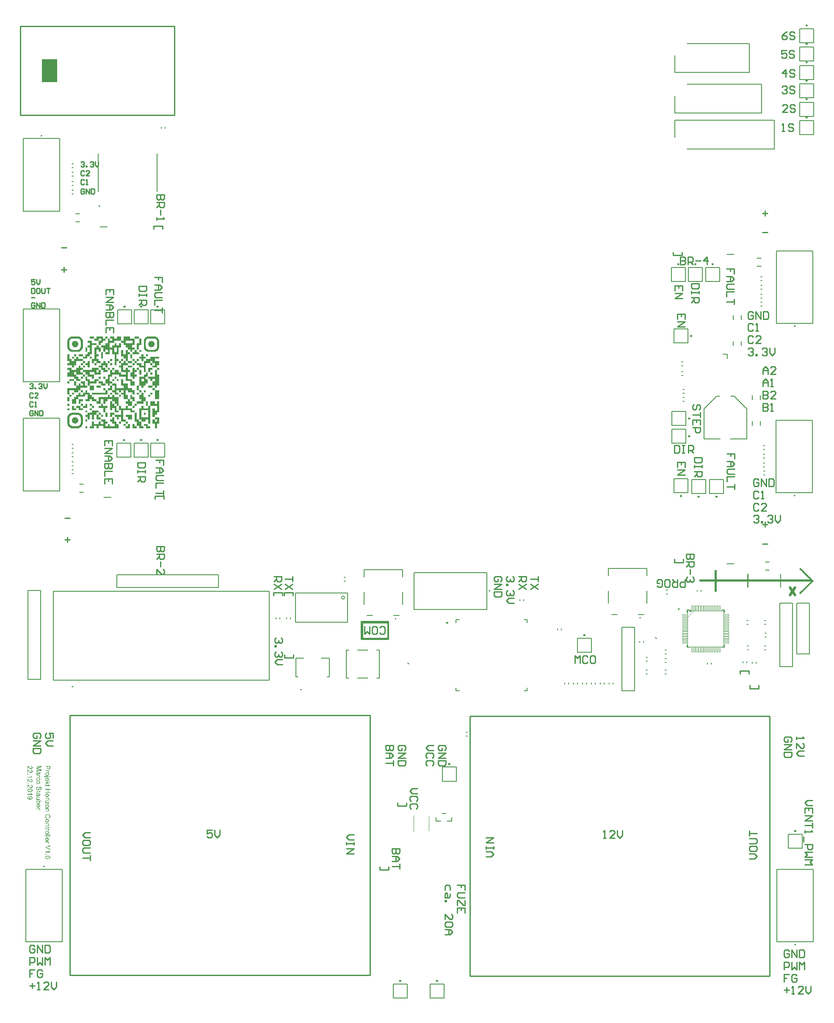
<source format=gto>
G04*
G04 #@! TF.GenerationSoftware,Altium Limited,Altium NEXUS,2.1.5 (53)*
G04*
G04 Layer_Color=65535*
%FSLAX44Y44*%
%MOMM*%
G71*
G01*
G75*
%ADD10C,0.2000*%
%ADD11C,0.2500*%
%ADD12C,0.1524*%
%ADD13C,0.2400*%
%ADD14C,0.1600*%
%ADD15C,0.2540*%
%ADD16C,0.1270*%
%ADD17C,0.1000*%
%ADD18C,0.5000*%
%ADD19C,0.0762*%
%ADD20R,3.0480X4.5720*%
%ADD21C,0.0254*%
G36*
X238531Y1368936D02*
X238197D01*
Y1368602D01*
Y1368268D01*
Y1367934D01*
Y1367600D01*
Y1367266D01*
Y1366932D01*
Y1366598D01*
Y1366264D01*
Y1365930D01*
Y1365596D01*
X238531D01*
Y1365262D01*
X229847D01*
Y1365596D01*
Y1365930D01*
Y1366264D01*
Y1366598D01*
Y1366932D01*
Y1367266D01*
Y1367600D01*
Y1367934D01*
Y1368268D01*
Y1368602D01*
Y1368936D01*
Y1369270D01*
X238531D01*
Y1368936D01*
D02*
G37*
G36*
X175411D02*
Y1368602D01*
Y1368268D01*
Y1367934D01*
Y1367600D01*
Y1367266D01*
Y1366932D01*
Y1366598D01*
Y1366264D01*
Y1365930D01*
Y1365596D01*
Y1365262D01*
X171403D01*
Y1365596D01*
Y1365930D01*
Y1366264D01*
Y1366598D01*
Y1366932D01*
Y1367266D01*
Y1367600D01*
Y1367934D01*
Y1368268D01*
Y1368602D01*
Y1368936D01*
Y1369270D01*
X175411D01*
Y1368936D01*
D02*
G37*
G36*
X148693D02*
Y1368602D01*
Y1368268D01*
Y1367934D01*
Y1367600D01*
Y1367266D01*
Y1366932D01*
Y1366598D01*
Y1366264D01*
Y1365930D01*
Y1365596D01*
Y1365262D01*
X140010D01*
Y1365596D01*
Y1365930D01*
Y1366264D01*
Y1366598D01*
Y1366932D01*
Y1367266D01*
Y1367600D01*
Y1367934D01*
Y1368268D01*
Y1368602D01*
Y1368936D01*
Y1369270D01*
X148693D01*
Y1368936D01*
D02*
G37*
G36*
X202462D02*
Y1368602D01*
Y1368268D01*
Y1367934D01*
Y1367600D01*
Y1367266D01*
Y1366932D01*
Y1366598D01*
Y1366264D01*
Y1365930D01*
Y1365596D01*
Y1365262D01*
Y1364928D01*
Y1364595D01*
Y1364261D01*
Y1363927D01*
Y1363593D01*
Y1363259D01*
Y1362925D01*
Y1362591D01*
Y1362257D01*
Y1361923D01*
Y1361589D01*
Y1361255D01*
Y1360921D01*
X189103D01*
Y1360587D01*
Y1360253D01*
Y1359919D01*
Y1359585D01*
Y1359251D01*
Y1358917D01*
Y1358583D01*
Y1358249D01*
Y1357915D01*
Y1357581D01*
Y1357247D01*
Y1356913D01*
Y1356579D01*
Y1356245D01*
X180086D01*
Y1355911D01*
Y1355577D01*
Y1355243D01*
Y1354909D01*
Y1354575D01*
Y1354241D01*
Y1353907D01*
Y1353573D01*
Y1353240D01*
Y1352906D01*
Y1352572D01*
Y1352238D01*
Y1351904D01*
Y1351570D01*
Y1351236D01*
Y1350902D01*
Y1350568D01*
Y1350234D01*
Y1349900D01*
Y1349566D01*
Y1349232D01*
Y1348898D01*
Y1348564D01*
Y1348230D01*
Y1347896D01*
Y1347562D01*
Y1347228D01*
Y1346894D01*
X184762D01*
Y1347228D01*
Y1347562D01*
Y1347896D01*
Y1348230D01*
Y1348564D01*
Y1348898D01*
Y1349232D01*
Y1349566D01*
Y1349900D01*
Y1350234D01*
Y1350568D01*
Y1350902D01*
Y1351236D01*
Y1351570D01*
X189437D01*
Y1351904D01*
Y1352238D01*
Y1352572D01*
Y1352906D01*
Y1353240D01*
Y1353573D01*
Y1353907D01*
Y1354241D01*
Y1354575D01*
Y1354909D01*
Y1355243D01*
Y1355577D01*
Y1355911D01*
X193445D01*
Y1355577D01*
Y1355243D01*
Y1354909D01*
Y1354575D01*
Y1354241D01*
Y1353907D01*
Y1353573D01*
Y1353240D01*
Y1352906D01*
Y1352572D01*
Y1352238D01*
Y1351904D01*
Y1351570D01*
X198454D01*
Y1351904D01*
Y1352238D01*
Y1352572D01*
Y1352906D01*
Y1353240D01*
Y1353573D01*
Y1353907D01*
Y1354241D01*
Y1354575D01*
Y1354909D01*
Y1355243D01*
Y1355577D01*
Y1355911D01*
X202462D01*
Y1355577D01*
Y1355243D01*
Y1354909D01*
Y1354575D01*
Y1354241D01*
Y1353907D01*
Y1353573D01*
Y1353240D01*
Y1352906D01*
Y1352572D01*
Y1352238D01*
Y1351904D01*
Y1351570D01*
Y1351236D01*
Y1350902D01*
Y1350568D01*
Y1350234D01*
Y1349900D01*
Y1349566D01*
Y1349232D01*
Y1348898D01*
Y1348564D01*
Y1348230D01*
Y1347896D01*
Y1347562D01*
X198120D01*
Y1347228D01*
X197787D01*
Y1346894D01*
Y1346560D01*
Y1346226D01*
Y1345892D01*
Y1345558D01*
Y1345224D01*
Y1344890D01*
Y1344556D01*
Y1344223D01*
Y1343889D01*
Y1343555D01*
Y1343221D01*
Y1342887D01*
Y1342553D01*
Y1342219D01*
Y1341885D01*
Y1341551D01*
Y1341217D01*
Y1340883D01*
Y1340549D01*
Y1340215D01*
Y1339881D01*
Y1339547D01*
Y1339213D01*
Y1338879D01*
Y1338545D01*
Y1338211D01*
Y1337877D01*
Y1337543D01*
Y1337209D01*
Y1336875D01*
Y1336541D01*
Y1336207D01*
Y1335873D01*
Y1335539D01*
Y1335205D01*
Y1334871D01*
Y1334537D01*
Y1334203D01*
X198120D01*
Y1333869D01*
X193445D01*
Y1333535D01*
Y1333201D01*
Y1332868D01*
Y1332534D01*
Y1332200D01*
Y1331866D01*
Y1331532D01*
Y1331198D01*
Y1330864D01*
Y1330530D01*
Y1330196D01*
Y1329862D01*
Y1329528D01*
Y1329194D01*
Y1328860D01*
Y1328526D01*
Y1328192D01*
Y1327858D01*
Y1327524D01*
Y1327190D01*
Y1326856D01*
Y1326522D01*
Y1326188D01*
Y1325854D01*
Y1325520D01*
Y1325186D01*
Y1324852D01*
Y1324518D01*
X198120D01*
Y1324184D01*
X197787D01*
Y1323850D01*
Y1323517D01*
Y1323183D01*
Y1322849D01*
Y1322515D01*
Y1322181D01*
Y1321847D01*
Y1321513D01*
Y1321179D01*
Y1320845D01*
X198120D01*
Y1320511D01*
X193445D01*
Y1320177D01*
Y1319843D01*
Y1319509D01*
Y1319175D01*
Y1318841D01*
Y1318507D01*
Y1318173D01*
Y1317839D01*
Y1317505D01*
Y1317171D01*
Y1316837D01*
Y1316503D01*
Y1316169D01*
Y1315835D01*
Y1315501D01*
Y1315167D01*
Y1314833D01*
Y1314499D01*
Y1314165D01*
Y1313831D01*
Y1313497D01*
Y1313163D01*
Y1312829D01*
Y1312496D01*
Y1312162D01*
Y1311828D01*
Y1311494D01*
X189437D01*
Y1311828D01*
Y1312162D01*
Y1312496D01*
Y1312829D01*
Y1313163D01*
Y1313497D01*
Y1313831D01*
Y1314165D01*
Y1314499D01*
Y1314833D01*
Y1315167D01*
Y1315501D01*
Y1315835D01*
Y1316169D01*
Y1316503D01*
Y1316837D01*
Y1317171D01*
Y1317505D01*
Y1317839D01*
Y1318173D01*
Y1318507D01*
Y1318841D01*
Y1319175D01*
Y1319509D01*
Y1319843D01*
Y1320177D01*
Y1320511D01*
Y1320845D01*
Y1321179D01*
Y1321513D01*
Y1321847D01*
Y1322181D01*
Y1322515D01*
Y1322849D01*
Y1323183D01*
Y1323517D01*
Y1323850D01*
Y1324184D01*
Y1324518D01*
Y1324852D01*
Y1325186D01*
Y1325520D01*
Y1325854D01*
Y1326188D01*
Y1326522D01*
Y1326856D01*
Y1327190D01*
Y1327524D01*
Y1327858D01*
Y1328192D01*
Y1328526D01*
Y1328860D01*
Y1329194D01*
Y1329528D01*
Y1329862D01*
Y1330196D01*
Y1330530D01*
Y1330864D01*
Y1331198D01*
Y1331532D01*
Y1331866D01*
Y1332200D01*
Y1332534D01*
Y1332868D01*
Y1333201D01*
Y1333535D01*
Y1333869D01*
X184762D01*
Y1334203D01*
Y1334537D01*
Y1334871D01*
Y1335205D01*
Y1335539D01*
Y1335873D01*
Y1336207D01*
Y1336541D01*
Y1336875D01*
Y1337209D01*
Y1337543D01*
Y1337877D01*
Y1338211D01*
Y1338545D01*
Y1338879D01*
Y1339213D01*
Y1339547D01*
Y1339881D01*
Y1340215D01*
Y1340549D01*
Y1340883D01*
Y1341217D01*
Y1341551D01*
Y1341885D01*
Y1342219D01*
Y1342553D01*
Y1342887D01*
X180086D01*
Y1342553D01*
Y1342219D01*
Y1341885D01*
Y1341551D01*
Y1341217D01*
Y1340883D01*
Y1340549D01*
Y1340215D01*
Y1339881D01*
Y1339547D01*
Y1339213D01*
Y1338879D01*
Y1338545D01*
Y1338211D01*
Y1337877D01*
Y1337543D01*
Y1337209D01*
Y1336875D01*
Y1336541D01*
Y1336207D01*
Y1335873D01*
Y1335539D01*
Y1335205D01*
Y1334871D01*
Y1334537D01*
Y1334203D01*
Y1333869D01*
X171403D01*
Y1334203D01*
Y1334537D01*
Y1334871D01*
Y1335205D01*
Y1335539D01*
Y1335873D01*
Y1336207D01*
Y1336541D01*
Y1336875D01*
Y1337209D01*
Y1337543D01*
Y1337877D01*
X175745D01*
Y1338211D01*
X176079D01*
Y1338545D01*
Y1338879D01*
Y1339213D01*
Y1339547D01*
Y1339881D01*
Y1340215D01*
Y1340549D01*
Y1340883D01*
Y1341217D01*
Y1341551D01*
Y1341885D01*
Y1342219D01*
Y1342553D01*
X175745D01*
Y1342887D01*
X171069D01*
Y1342553D01*
Y1342219D01*
Y1341885D01*
Y1341551D01*
Y1341217D01*
Y1340883D01*
Y1340549D01*
Y1340215D01*
Y1339881D01*
Y1339547D01*
Y1339213D01*
Y1338879D01*
Y1338545D01*
X167062D01*
Y1338879D01*
Y1339213D01*
Y1339547D01*
Y1339881D01*
Y1340215D01*
Y1340549D01*
Y1340883D01*
Y1341217D01*
Y1341551D01*
Y1341885D01*
Y1342219D01*
Y1342553D01*
Y1342887D01*
Y1343221D01*
Y1343555D01*
Y1343889D01*
Y1344223D01*
Y1344556D01*
Y1344890D01*
Y1345224D01*
Y1345558D01*
Y1345892D01*
Y1346226D01*
Y1346560D01*
Y1346894D01*
Y1347228D01*
X166728D01*
Y1347562D01*
X162386D01*
Y1347896D01*
Y1348230D01*
Y1348564D01*
Y1348898D01*
Y1349232D01*
Y1349566D01*
Y1349900D01*
Y1350234D01*
Y1350568D01*
Y1350902D01*
Y1351236D01*
Y1351570D01*
X171403D01*
Y1351904D01*
Y1352238D01*
Y1352572D01*
Y1352906D01*
Y1353240D01*
Y1353573D01*
Y1353907D01*
Y1354241D01*
Y1354575D01*
Y1354909D01*
Y1355243D01*
Y1355577D01*
Y1355911D01*
X175745D01*
Y1356245D01*
X176079D01*
Y1356579D01*
Y1356913D01*
Y1357247D01*
Y1357581D01*
Y1357915D01*
Y1358249D01*
Y1358583D01*
Y1358917D01*
Y1359251D01*
Y1359585D01*
Y1359919D01*
Y1360253D01*
Y1360587D01*
Y1360921D01*
Y1361255D01*
Y1361589D01*
Y1361923D01*
Y1362257D01*
Y1362591D01*
Y1362925D01*
Y1363259D01*
Y1363593D01*
Y1363927D01*
Y1364261D01*
Y1364595D01*
X175745D01*
Y1364928D01*
X180086D01*
Y1364595D01*
Y1364261D01*
Y1363927D01*
Y1363593D01*
Y1363259D01*
Y1362925D01*
Y1362591D01*
Y1362257D01*
Y1361923D01*
Y1361589D01*
Y1361255D01*
Y1360921D01*
Y1360587D01*
X184762D01*
Y1360921D01*
Y1361255D01*
Y1361589D01*
Y1361923D01*
Y1362257D01*
Y1362591D01*
Y1362925D01*
Y1363259D01*
Y1363593D01*
Y1363927D01*
Y1364261D01*
Y1364595D01*
Y1364928D01*
Y1365262D01*
X180420D01*
Y1365596D01*
Y1365930D01*
Y1366264D01*
Y1366598D01*
Y1366932D01*
Y1367266D01*
Y1367600D01*
Y1367934D01*
Y1368268D01*
Y1368602D01*
Y1368936D01*
Y1369270D01*
X189103D01*
Y1368936D01*
Y1368602D01*
Y1368268D01*
Y1367934D01*
Y1367600D01*
Y1367266D01*
Y1366932D01*
Y1366598D01*
Y1366264D01*
Y1365930D01*
Y1365596D01*
Y1365262D01*
Y1364928D01*
X193779D01*
Y1365262D01*
Y1365596D01*
Y1365930D01*
Y1366264D01*
Y1366598D01*
Y1366932D01*
Y1367266D01*
Y1367600D01*
Y1367934D01*
Y1368268D01*
Y1368602D01*
Y1368936D01*
Y1369270D01*
X202462D01*
Y1368936D01*
D02*
G37*
G36*
X166394D02*
Y1368602D01*
Y1368268D01*
Y1367934D01*
Y1367600D01*
Y1367266D01*
Y1366932D01*
Y1366598D01*
Y1366264D01*
Y1365930D01*
Y1365596D01*
Y1365262D01*
Y1364928D01*
X171069D01*
Y1364595D01*
Y1364261D01*
Y1363927D01*
Y1363593D01*
Y1363259D01*
Y1362925D01*
Y1362591D01*
Y1362257D01*
Y1361923D01*
Y1361589D01*
Y1361255D01*
Y1360921D01*
X166394D01*
Y1360587D01*
Y1360253D01*
Y1359919D01*
Y1359585D01*
Y1359251D01*
Y1358917D01*
Y1358583D01*
Y1358249D01*
Y1357915D01*
Y1357581D01*
Y1357247D01*
Y1356913D01*
Y1356579D01*
Y1356245D01*
X162052D01*
Y1355911D01*
Y1355577D01*
Y1355243D01*
Y1354909D01*
Y1354575D01*
Y1354241D01*
Y1353907D01*
Y1353573D01*
Y1353240D01*
Y1352906D01*
Y1352572D01*
Y1352238D01*
Y1351904D01*
X158044D01*
Y1352238D01*
Y1352572D01*
Y1352906D01*
Y1353240D01*
Y1353573D01*
Y1353907D01*
Y1354241D01*
Y1354575D01*
Y1354909D01*
Y1355243D01*
Y1355577D01*
Y1355911D01*
Y1356245D01*
Y1356579D01*
Y1356913D01*
Y1357247D01*
Y1357581D01*
Y1357915D01*
Y1358249D01*
Y1358583D01*
Y1358917D01*
Y1359251D01*
Y1359585D01*
Y1359919D01*
Y1360253D01*
Y1360587D01*
X162386D01*
Y1360921D01*
Y1361255D01*
Y1361589D01*
Y1361923D01*
Y1362257D01*
Y1362591D01*
Y1362925D01*
Y1363259D01*
Y1363593D01*
Y1363927D01*
Y1364261D01*
Y1364595D01*
Y1364928D01*
Y1365262D01*
X157376D01*
Y1364928D01*
Y1364595D01*
Y1364261D01*
Y1363927D01*
Y1363593D01*
Y1363259D01*
Y1362925D01*
Y1362591D01*
Y1362257D01*
Y1361923D01*
Y1361589D01*
Y1361255D01*
X157710D01*
Y1360921D01*
X149027D01*
Y1361255D01*
Y1361589D01*
Y1361923D01*
Y1362257D01*
Y1362591D01*
Y1362925D01*
Y1363259D01*
Y1363593D01*
Y1363927D01*
Y1364261D01*
Y1364595D01*
Y1364928D01*
X153369D01*
Y1365262D01*
Y1365596D01*
Y1365930D01*
Y1366264D01*
Y1366598D01*
Y1366932D01*
Y1367266D01*
Y1367600D01*
Y1367934D01*
Y1368268D01*
Y1368602D01*
Y1368936D01*
Y1369270D01*
X166394D01*
Y1368936D01*
D02*
G37*
G36*
X242872Y1364595D02*
Y1364261D01*
Y1363927D01*
Y1363593D01*
Y1363259D01*
Y1362925D01*
Y1362591D01*
Y1362257D01*
Y1361923D01*
Y1361589D01*
Y1361255D01*
Y1360921D01*
Y1360587D01*
Y1360253D01*
Y1359919D01*
Y1359585D01*
Y1359251D01*
Y1358917D01*
Y1358583D01*
Y1358249D01*
Y1357915D01*
Y1357581D01*
Y1357247D01*
Y1356913D01*
Y1356579D01*
Y1356245D01*
Y1355911D01*
Y1355577D01*
Y1355243D01*
Y1354909D01*
Y1354575D01*
Y1354241D01*
Y1353907D01*
Y1353573D01*
Y1353240D01*
Y1352906D01*
Y1352572D01*
Y1352238D01*
Y1351904D01*
X238531D01*
Y1351570D01*
X238197D01*
Y1351236D01*
Y1350902D01*
Y1350568D01*
Y1350234D01*
Y1349900D01*
Y1349566D01*
Y1349232D01*
Y1348898D01*
Y1348564D01*
Y1348230D01*
Y1347896D01*
Y1347562D01*
Y1347228D01*
Y1346894D01*
Y1346560D01*
Y1346226D01*
Y1345892D01*
Y1345558D01*
Y1345224D01*
Y1344890D01*
Y1344556D01*
Y1344223D01*
Y1343889D01*
Y1343555D01*
Y1343221D01*
X238531D01*
Y1342887D01*
X234189D01*
Y1343221D01*
Y1343555D01*
Y1343889D01*
Y1344223D01*
Y1344556D01*
Y1344890D01*
Y1345224D01*
Y1345558D01*
Y1345892D01*
Y1346226D01*
Y1346560D01*
Y1346894D01*
Y1347228D01*
Y1347562D01*
Y1347896D01*
Y1348230D01*
Y1348564D01*
Y1348898D01*
Y1349232D01*
Y1349566D01*
Y1349900D01*
Y1350234D01*
Y1350568D01*
Y1350902D01*
Y1351236D01*
Y1351570D01*
Y1351904D01*
Y1352238D01*
Y1352572D01*
Y1352906D01*
Y1353240D01*
Y1353573D01*
Y1353907D01*
Y1354241D01*
Y1354575D01*
Y1354909D01*
Y1355243D01*
Y1355577D01*
Y1355911D01*
X238864D01*
Y1356245D01*
Y1356579D01*
Y1356913D01*
Y1357247D01*
Y1357581D01*
Y1357915D01*
Y1358249D01*
Y1358583D01*
Y1358917D01*
Y1359251D01*
Y1359585D01*
Y1359919D01*
Y1360253D01*
Y1360587D01*
Y1360921D01*
Y1361255D01*
Y1361589D01*
Y1361923D01*
Y1362257D01*
Y1362591D01*
Y1362925D01*
Y1363259D01*
Y1363593D01*
Y1363927D01*
Y1364261D01*
Y1364595D01*
Y1364928D01*
X242872D01*
Y1364595D01*
D02*
G37*
G36*
X270925Y1368936D02*
X271927D01*
Y1368602D01*
X272595D01*
Y1368268D01*
X273263D01*
Y1367934D01*
X273931D01*
Y1367600D01*
X274599D01*
Y1367266D01*
X274933D01*
Y1366932D01*
X275267D01*
Y1366598D01*
X275601D01*
Y1366264D01*
X275935D01*
Y1365930D01*
X276269D01*
Y1365596D01*
X276603D01*
Y1365262D01*
X276937D01*
Y1364928D01*
Y1364595D01*
X277271D01*
Y1364261D01*
X277605D01*
Y1363927D01*
Y1363593D01*
X277939D01*
Y1363259D01*
Y1362925D01*
Y1362591D01*
X278273D01*
Y1362257D01*
Y1361923D01*
Y1361589D01*
X278607D01*
Y1361255D01*
Y1360921D01*
Y1360587D01*
Y1360253D01*
Y1359919D01*
Y1359585D01*
Y1359251D01*
Y1358917D01*
Y1358583D01*
Y1358249D01*
Y1357915D01*
Y1357581D01*
Y1357247D01*
Y1356913D01*
Y1356579D01*
Y1356245D01*
Y1355911D01*
Y1355577D01*
Y1355243D01*
Y1354909D01*
Y1354575D01*
Y1354241D01*
Y1353907D01*
Y1353573D01*
Y1353240D01*
Y1352906D01*
Y1352572D01*
Y1352238D01*
Y1351904D01*
Y1351570D01*
Y1351236D01*
Y1350902D01*
Y1350568D01*
Y1350234D01*
Y1349900D01*
Y1349566D01*
Y1349232D01*
Y1348898D01*
Y1348564D01*
Y1348230D01*
Y1347896D01*
Y1347562D01*
Y1347228D01*
Y1346894D01*
Y1346560D01*
Y1346226D01*
X278273D01*
Y1345892D01*
Y1345558D01*
Y1345224D01*
X277939D01*
Y1344890D01*
Y1344556D01*
X277605D01*
Y1344223D01*
Y1343889D01*
X277271D01*
Y1343555D01*
Y1343221D01*
X276937D01*
Y1342887D01*
Y1342553D01*
X276603D01*
Y1342219D01*
X276269D01*
Y1341885D01*
X275935D01*
Y1341551D01*
X275601D01*
Y1341217D01*
X275267D01*
Y1340883D01*
X274933D01*
Y1340549D01*
X274265D01*
Y1340215D01*
X273931D01*
Y1339881D01*
X273263D01*
Y1339547D01*
X272595D01*
Y1339213D01*
X271927D01*
Y1338879D01*
X270591D01*
Y1338545D01*
X255897D01*
Y1338879D01*
X254561D01*
Y1339213D01*
X253893D01*
Y1339547D01*
X253225D01*
Y1339881D01*
X252557D01*
Y1340215D01*
X252223D01*
Y1340549D01*
X251555D01*
Y1340883D01*
X251221D01*
Y1341217D01*
X250887D01*
Y1341551D01*
X250553D01*
Y1341885D01*
X250219D01*
Y1342219D01*
X249885D01*
Y1342553D01*
Y1342887D01*
X249552D01*
Y1343221D01*
X249217D01*
Y1343555D01*
Y1343889D01*
X248883D01*
Y1344223D01*
Y1344556D01*
X248550D01*
Y1344890D01*
Y1345224D01*
X248216D01*
Y1345558D01*
Y1345892D01*
Y1346226D01*
Y1346560D01*
X247882D01*
Y1346894D01*
Y1347228D01*
Y1347562D01*
Y1347896D01*
Y1348230D01*
Y1348564D01*
Y1348898D01*
Y1349232D01*
Y1349566D01*
Y1349900D01*
Y1350234D01*
Y1350568D01*
Y1350902D01*
Y1351236D01*
Y1351570D01*
Y1351904D01*
Y1352238D01*
Y1352572D01*
Y1352906D01*
Y1353240D01*
Y1353573D01*
Y1353907D01*
Y1354241D01*
Y1354575D01*
Y1354909D01*
Y1355243D01*
Y1355577D01*
Y1355911D01*
Y1356245D01*
Y1356579D01*
Y1356913D01*
Y1357247D01*
Y1357581D01*
Y1357915D01*
Y1358249D01*
Y1358583D01*
Y1358917D01*
Y1359251D01*
Y1359585D01*
Y1359919D01*
Y1360253D01*
Y1360587D01*
Y1360921D01*
Y1361255D01*
X248216D01*
Y1361589D01*
Y1361923D01*
Y1362257D01*
Y1362591D01*
X248550D01*
Y1362925D01*
Y1363259D01*
X248883D01*
Y1363593D01*
Y1363927D01*
X249217D01*
Y1364261D01*
Y1364595D01*
X249552D01*
Y1364928D01*
X249885D01*
Y1365262D01*
Y1365596D01*
X250219D01*
Y1365930D01*
X250553D01*
Y1366264D01*
X250887D01*
Y1366598D01*
X251221D01*
Y1366932D01*
X251555D01*
Y1367266D01*
X252223D01*
Y1367600D01*
X252557D01*
Y1367934D01*
X253225D01*
Y1368268D01*
X253893D01*
Y1368602D01*
X254561D01*
Y1368936D01*
X255563D01*
Y1369270D01*
X270925D01*
Y1368936D01*
D02*
G37*
G36*
X242872Y1342219D02*
Y1341885D01*
Y1341551D01*
Y1341217D01*
Y1340883D01*
Y1340549D01*
Y1340215D01*
Y1339881D01*
Y1339547D01*
Y1339213D01*
Y1338879D01*
Y1338545D01*
X238864D01*
Y1338879D01*
Y1339213D01*
Y1339547D01*
Y1339881D01*
Y1340215D01*
Y1340549D01*
Y1340883D01*
Y1341217D01*
Y1341551D01*
Y1341885D01*
Y1342219D01*
Y1342553D01*
X242872D01*
Y1342219D01*
D02*
G37*
G36*
X220496Y1368936D02*
Y1368602D01*
Y1368268D01*
Y1367934D01*
Y1367600D01*
Y1367266D01*
Y1366932D01*
Y1366598D01*
Y1366264D01*
Y1365930D01*
Y1365596D01*
Y1365262D01*
Y1364928D01*
X229513D01*
Y1364595D01*
Y1364261D01*
Y1363927D01*
Y1363593D01*
Y1363259D01*
Y1362925D01*
Y1362591D01*
Y1362257D01*
Y1361923D01*
Y1361589D01*
Y1361255D01*
Y1360921D01*
Y1360587D01*
Y1360253D01*
Y1359919D01*
Y1359585D01*
Y1359251D01*
Y1358917D01*
Y1358583D01*
Y1358249D01*
Y1357915D01*
Y1357581D01*
Y1357247D01*
Y1356913D01*
Y1356579D01*
Y1356245D01*
Y1355911D01*
Y1355577D01*
Y1355243D01*
Y1354909D01*
Y1354575D01*
Y1354241D01*
Y1353907D01*
Y1353573D01*
Y1353240D01*
Y1352906D01*
Y1352572D01*
Y1352238D01*
Y1351904D01*
X224838D01*
Y1351570D01*
Y1351236D01*
Y1350902D01*
Y1350568D01*
Y1350234D01*
Y1349900D01*
Y1349566D01*
Y1349232D01*
Y1348898D01*
Y1348564D01*
Y1348230D01*
Y1347896D01*
Y1347562D01*
Y1347228D01*
Y1346894D01*
X229513D01*
Y1346560D01*
Y1346226D01*
Y1345892D01*
Y1345558D01*
Y1345224D01*
Y1344890D01*
Y1344556D01*
Y1344223D01*
Y1343889D01*
Y1343555D01*
Y1343221D01*
Y1342887D01*
X224838D01*
Y1342553D01*
Y1342219D01*
Y1341885D01*
Y1341551D01*
Y1341217D01*
Y1340883D01*
Y1340549D01*
Y1340215D01*
Y1339881D01*
Y1339547D01*
Y1339213D01*
Y1338879D01*
Y1338545D01*
X220830D01*
Y1338879D01*
Y1339213D01*
Y1339547D01*
Y1339881D01*
Y1340215D01*
Y1340549D01*
Y1340883D01*
Y1341217D01*
Y1341551D01*
Y1341885D01*
Y1342219D01*
Y1342553D01*
Y1342887D01*
X216155D01*
Y1343221D01*
X216489D01*
Y1343555D01*
Y1343889D01*
Y1344223D01*
Y1344556D01*
Y1344890D01*
Y1345224D01*
Y1345558D01*
Y1345892D01*
Y1346226D01*
Y1346560D01*
Y1346894D01*
Y1347228D01*
X216155D01*
Y1347562D01*
X211813D01*
Y1347896D01*
Y1348230D01*
Y1348564D01*
Y1348898D01*
Y1349232D01*
Y1349566D01*
Y1349900D01*
Y1350234D01*
Y1350568D01*
Y1350902D01*
Y1351236D01*
Y1351570D01*
Y1351904D01*
X207472D01*
Y1352238D01*
Y1352572D01*
Y1352906D01*
Y1353240D01*
Y1353573D01*
Y1353907D01*
Y1354241D01*
Y1354575D01*
Y1354909D01*
Y1355243D01*
Y1355577D01*
Y1355911D01*
Y1356245D01*
X202796D01*
Y1356579D01*
Y1356913D01*
Y1357247D01*
Y1357581D01*
Y1357915D01*
Y1358249D01*
Y1358583D01*
Y1358917D01*
Y1359251D01*
Y1359585D01*
Y1359919D01*
Y1360253D01*
Y1360587D01*
X207472D01*
Y1360921D01*
Y1361255D01*
Y1361589D01*
Y1361923D01*
Y1362257D01*
Y1362591D01*
Y1362925D01*
Y1363259D01*
Y1363593D01*
Y1363927D01*
Y1364261D01*
Y1364595D01*
Y1364928D01*
Y1365262D01*
Y1365596D01*
Y1365930D01*
Y1366264D01*
Y1366598D01*
Y1366932D01*
Y1367266D01*
Y1367600D01*
Y1367934D01*
Y1368268D01*
Y1368602D01*
Y1368936D01*
Y1369270D01*
X220496D01*
Y1368936D01*
D02*
G37*
G36*
X157710Y1351236D02*
X157376D01*
Y1350902D01*
Y1350568D01*
Y1350234D01*
Y1349900D01*
Y1349566D01*
Y1349232D01*
Y1348898D01*
Y1348564D01*
Y1348230D01*
Y1347896D01*
Y1347562D01*
Y1347228D01*
X157710D01*
Y1346894D01*
X162052D01*
Y1346560D01*
Y1346226D01*
Y1345892D01*
Y1345558D01*
Y1345224D01*
Y1344890D01*
Y1344556D01*
Y1344223D01*
Y1343889D01*
Y1343555D01*
Y1343221D01*
Y1342887D01*
Y1342553D01*
Y1342219D01*
Y1341885D01*
Y1341551D01*
Y1341217D01*
Y1340883D01*
Y1340549D01*
Y1340215D01*
Y1339881D01*
Y1339547D01*
Y1339213D01*
Y1338879D01*
Y1338545D01*
X158044D01*
Y1338879D01*
Y1339213D01*
Y1339547D01*
Y1339881D01*
Y1340215D01*
Y1340549D01*
Y1340883D01*
Y1341217D01*
Y1341551D01*
Y1341885D01*
Y1342219D01*
Y1342553D01*
Y1342887D01*
X153035D01*
Y1342553D01*
Y1342219D01*
Y1341885D01*
Y1341551D01*
Y1341217D01*
Y1340883D01*
Y1340549D01*
Y1340215D01*
Y1339881D01*
Y1339547D01*
Y1339213D01*
Y1338879D01*
Y1338545D01*
Y1338211D01*
Y1337877D01*
Y1337543D01*
Y1337209D01*
Y1336875D01*
Y1336541D01*
Y1336207D01*
Y1335873D01*
Y1335539D01*
Y1335205D01*
Y1334871D01*
Y1334537D01*
Y1334203D01*
Y1333869D01*
Y1333535D01*
X157710D01*
Y1333201D01*
X157376D01*
Y1332868D01*
Y1332534D01*
Y1332200D01*
Y1331866D01*
Y1331532D01*
Y1331198D01*
Y1330864D01*
Y1330530D01*
Y1330196D01*
Y1329862D01*
X157710D01*
Y1329528D01*
X153035D01*
Y1329194D01*
Y1328860D01*
Y1328526D01*
Y1328192D01*
Y1327858D01*
Y1327524D01*
Y1327190D01*
Y1326856D01*
Y1326522D01*
Y1326188D01*
Y1325854D01*
Y1325520D01*
Y1325186D01*
Y1324852D01*
Y1324518D01*
X157710D01*
Y1324184D01*
X157376D01*
Y1323850D01*
Y1323517D01*
Y1323183D01*
Y1322849D01*
Y1322515D01*
Y1322181D01*
Y1321847D01*
Y1321513D01*
Y1321179D01*
Y1320845D01*
Y1320511D01*
Y1320177D01*
X162052D01*
Y1319843D01*
Y1319509D01*
Y1319175D01*
Y1318841D01*
Y1318507D01*
Y1318173D01*
Y1317839D01*
Y1317505D01*
Y1317171D01*
Y1316837D01*
Y1316503D01*
Y1316169D01*
Y1315835D01*
X153369D01*
Y1316169D01*
Y1316503D01*
Y1316837D01*
Y1317171D01*
Y1317505D01*
Y1317839D01*
Y1318173D01*
Y1318507D01*
Y1318841D01*
Y1319175D01*
Y1319509D01*
Y1319843D01*
Y1320177D01*
Y1320511D01*
X148693D01*
Y1320177D01*
Y1319843D01*
Y1319509D01*
Y1319175D01*
Y1318841D01*
Y1318507D01*
Y1318173D01*
Y1317839D01*
Y1317505D01*
Y1317171D01*
Y1316837D01*
Y1316503D01*
Y1316169D01*
Y1315835D01*
X144352D01*
Y1316169D01*
Y1316503D01*
Y1316837D01*
Y1317171D01*
Y1317505D01*
Y1317839D01*
Y1318173D01*
Y1318507D01*
Y1318841D01*
Y1319175D01*
Y1319509D01*
Y1319843D01*
Y1320177D01*
Y1320511D01*
Y1320845D01*
Y1321179D01*
Y1321513D01*
Y1321847D01*
Y1322181D01*
Y1322515D01*
Y1322849D01*
Y1323183D01*
Y1323517D01*
Y1323850D01*
Y1324184D01*
Y1324518D01*
X149027D01*
Y1324852D01*
Y1325186D01*
Y1325520D01*
Y1325854D01*
Y1326188D01*
Y1326522D01*
Y1326856D01*
Y1327190D01*
Y1327524D01*
Y1327858D01*
Y1328192D01*
Y1328526D01*
Y1328860D01*
Y1329194D01*
Y1329528D01*
Y1329862D01*
Y1330196D01*
Y1330530D01*
Y1330864D01*
Y1331198D01*
Y1331532D01*
Y1331866D01*
Y1332200D01*
Y1332534D01*
Y1332868D01*
Y1333201D01*
Y1333535D01*
Y1333869D01*
Y1334203D01*
Y1334537D01*
Y1334871D01*
Y1335205D01*
Y1335539D01*
Y1335873D01*
Y1336207D01*
Y1336541D01*
Y1336875D01*
Y1337209D01*
Y1337543D01*
Y1337877D01*
Y1338211D01*
Y1338545D01*
Y1338879D01*
Y1339213D01*
Y1339547D01*
Y1339881D01*
Y1340215D01*
Y1340549D01*
Y1340883D01*
Y1341217D01*
Y1341551D01*
Y1341885D01*
Y1342219D01*
Y1342553D01*
Y1342887D01*
Y1343221D01*
Y1343555D01*
Y1343889D01*
Y1344223D01*
Y1344556D01*
Y1344890D01*
Y1345224D01*
Y1345558D01*
Y1345892D01*
Y1346226D01*
Y1346560D01*
Y1346894D01*
X153369D01*
Y1347228D01*
Y1347562D01*
Y1347896D01*
Y1348230D01*
Y1348564D01*
Y1348898D01*
Y1349232D01*
Y1349566D01*
Y1349900D01*
Y1350234D01*
Y1350568D01*
Y1350902D01*
Y1351236D01*
Y1351570D01*
X157710D01*
Y1351236D01*
D02*
G37*
G36*
X135001Y1346560D02*
Y1346226D01*
Y1345892D01*
Y1345558D01*
Y1345224D01*
Y1344890D01*
Y1344556D01*
Y1344223D01*
Y1343889D01*
Y1343555D01*
Y1343221D01*
Y1342887D01*
Y1342553D01*
Y1342219D01*
Y1341885D01*
Y1341551D01*
Y1341217D01*
Y1340883D01*
Y1340549D01*
Y1340215D01*
Y1339881D01*
Y1339547D01*
Y1339213D01*
Y1338879D01*
Y1338545D01*
X130993D01*
Y1338879D01*
Y1339213D01*
Y1339547D01*
Y1339881D01*
Y1340215D01*
Y1340549D01*
Y1340883D01*
Y1341217D01*
Y1341551D01*
Y1341885D01*
Y1342219D01*
Y1342553D01*
Y1342887D01*
Y1343221D01*
Y1343555D01*
Y1343889D01*
Y1344223D01*
Y1344556D01*
Y1344890D01*
Y1345224D01*
Y1345558D01*
Y1345892D01*
Y1346226D01*
Y1346560D01*
Y1346894D01*
X135001D01*
Y1346560D01*
D02*
G37*
G36*
X118302Y1368936D02*
X119304D01*
Y1368602D01*
X119972D01*
Y1368268D01*
X120640D01*
Y1367934D01*
X121308D01*
Y1367600D01*
X121642D01*
Y1367266D01*
X122310D01*
Y1366932D01*
X122644D01*
Y1366598D01*
X122978D01*
Y1366264D01*
X123312D01*
Y1365930D01*
X123646D01*
Y1365596D01*
X123980D01*
Y1365262D01*
Y1364928D01*
X124314D01*
Y1364595D01*
X124648D01*
Y1364261D01*
Y1363927D01*
X124982D01*
Y1363593D01*
Y1363259D01*
X125316D01*
Y1362925D01*
Y1362591D01*
X125649D01*
Y1362257D01*
Y1361923D01*
Y1361589D01*
X125983D01*
Y1361255D01*
Y1360921D01*
Y1360587D01*
Y1360253D01*
Y1359919D01*
Y1359585D01*
Y1359251D01*
Y1358917D01*
Y1358583D01*
Y1358249D01*
Y1357915D01*
Y1357581D01*
Y1357247D01*
Y1356913D01*
Y1356579D01*
Y1356245D01*
Y1355911D01*
Y1355577D01*
Y1355243D01*
Y1354909D01*
Y1354575D01*
Y1354241D01*
Y1353907D01*
Y1353573D01*
Y1353240D01*
Y1352906D01*
Y1352572D01*
Y1352238D01*
Y1351904D01*
Y1351570D01*
Y1351236D01*
Y1350902D01*
Y1350568D01*
Y1350234D01*
Y1349900D01*
Y1349566D01*
Y1349232D01*
Y1348898D01*
Y1348564D01*
Y1348230D01*
Y1347896D01*
Y1347562D01*
Y1347228D01*
Y1346894D01*
Y1346560D01*
X125649D01*
Y1346226D01*
Y1345892D01*
Y1345558D01*
Y1345224D01*
X125316D01*
Y1344890D01*
Y1344556D01*
X124982D01*
Y1344223D01*
Y1343889D01*
X124648D01*
Y1343555D01*
Y1343221D01*
X124314D01*
Y1342887D01*
X123980D01*
Y1342553D01*
Y1342219D01*
X123646D01*
Y1341885D01*
X123312D01*
Y1341551D01*
X122978D01*
Y1341217D01*
X122644D01*
Y1340883D01*
X122310D01*
Y1340549D01*
X121642D01*
Y1340215D01*
X121308D01*
Y1339881D01*
X120640D01*
Y1339547D01*
X119972D01*
Y1339213D01*
X119304D01*
Y1338879D01*
X117968D01*
Y1338545D01*
X103274D01*
Y1338879D01*
X101938D01*
Y1339213D01*
X101270D01*
Y1339547D01*
X100602D01*
Y1339881D01*
X99934D01*
Y1340215D01*
X99600D01*
Y1340549D01*
X98932D01*
Y1340883D01*
X98598D01*
Y1341217D01*
X98264D01*
Y1341551D01*
X97930D01*
Y1341885D01*
X97596D01*
Y1342219D01*
X97262D01*
Y1342553D01*
X96928D01*
Y1342887D01*
Y1343221D01*
X96594D01*
Y1343555D01*
Y1343889D01*
X96260D01*
Y1344223D01*
Y1344556D01*
X95926D01*
Y1344890D01*
Y1345224D01*
X95592D01*
Y1345558D01*
Y1345892D01*
Y1346226D01*
X95259D01*
Y1346560D01*
Y1346894D01*
Y1347228D01*
Y1347562D01*
Y1347896D01*
Y1348230D01*
Y1348564D01*
Y1348898D01*
Y1349232D01*
Y1349566D01*
Y1349900D01*
Y1350234D01*
Y1350568D01*
Y1350902D01*
Y1351236D01*
Y1351570D01*
Y1351904D01*
Y1352238D01*
Y1352572D01*
Y1352906D01*
Y1353240D01*
Y1353573D01*
Y1353907D01*
Y1354241D01*
Y1354575D01*
Y1354909D01*
Y1355243D01*
Y1355577D01*
Y1355911D01*
Y1356245D01*
Y1356579D01*
Y1356913D01*
Y1357247D01*
Y1357581D01*
Y1357915D01*
Y1358249D01*
Y1358583D01*
Y1358917D01*
Y1359251D01*
Y1359585D01*
Y1359919D01*
Y1360253D01*
Y1360587D01*
Y1360921D01*
Y1361255D01*
Y1361589D01*
X95592D01*
Y1361923D01*
Y1362257D01*
Y1362591D01*
X95926D01*
Y1362925D01*
Y1363259D01*
Y1363593D01*
X96260D01*
Y1363927D01*
Y1364261D01*
X96594D01*
Y1364595D01*
X96928D01*
Y1364928D01*
Y1365262D01*
X97262D01*
Y1365596D01*
X97596D01*
Y1365930D01*
X97930D01*
Y1366264D01*
X98264D01*
Y1366598D01*
X98598D01*
Y1366932D01*
X98932D01*
Y1367266D01*
X99266D01*
Y1367600D01*
X99934D01*
Y1367934D01*
X100602D01*
Y1368268D01*
X101270D01*
Y1368602D01*
X101938D01*
Y1368936D01*
X102940D01*
Y1369270D01*
X118302D01*
Y1368936D01*
D02*
G37*
G36*
X233855Y1342219D02*
Y1341885D01*
Y1341551D01*
Y1341217D01*
Y1340883D01*
Y1340549D01*
Y1340215D01*
Y1339881D01*
Y1339547D01*
Y1339213D01*
Y1338879D01*
Y1338545D01*
Y1338211D01*
Y1337877D01*
X238531D01*
Y1337543D01*
X238197D01*
Y1337209D01*
Y1336875D01*
Y1336541D01*
Y1336207D01*
Y1335873D01*
Y1335539D01*
Y1335205D01*
Y1334871D01*
Y1334537D01*
Y1334203D01*
X238531D01*
Y1333869D01*
X225172D01*
Y1334203D01*
Y1334537D01*
Y1334871D01*
Y1335205D01*
Y1335539D01*
Y1335873D01*
Y1336207D01*
Y1336541D01*
Y1336875D01*
Y1337209D01*
Y1337543D01*
Y1337877D01*
X229847D01*
Y1338211D01*
Y1338545D01*
Y1338879D01*
Y1339213D01*
Y1339547D01*
Y1339881D01*
Y1340215D01*
Y1340549D01*
Y1340883D01*
Y1341217D01*
Y1341551D01*
Y1341885D01*
Y1342219D01*
Y1342553D01*
X233855D01*
Y1342219D01*
D02*
G37*
G36*
X215821D02*
Y1341885D01*
Y1341551D01*
Y1341217D01*
Y1340883D01*
Y1340549D01*
Y1340215D01*
Y1339881D01*
Y1339547D01*
Y1339213D01*
Y1338879D01*
Y1338545D01*
Y1338211D01*
Y1337877D01*
X220496D01*
Y1337543D01*
Y1337209D01*
Y1336875D01*
Y1336541D01*
Y1336207D01*
Y1335873D01*
Y1335539D01*
Y1335205D01*
Y1334871D01*
Y1334537D01*
Y1334203D01*
Y1333869D01*
X215821D01*
Y1333535D01*
Y1333201D01*
Y1332868D01*
Y1332534D01*
Y1332200D01*
Y1331866D01*
Y1331532D01*
Y1331198D01*
Y1330864D01*
Y1330530D01*
Y1330196D01*
Y1329862D01*
Y1329528D01*
Y1329194D01*
Y1328860D01*
Y1328526D01*
Y1328192D01*
Y1327858D01*
Y1327524D01*
Y1327190D01*
Y1326856D01*
Y1326522D01*
Y1326188D01*
Y1325854D01*
Y1325520D01*
Y1325186D01*
Y1324852D01*
Y1324518D01*
Y1324184D01*
Y1323850D01*
Y1323517D01*
Y1323183D01*
Y1322849D01*
Y1322515D01*
Y1322181D01*
Y1321847D01*
Y1321513D01*
Y1321179D01*
Y1320845D01*
Y1320511D01*
X211813D01*
Y1320845D01*
Y1321179D01*
Y1321513D01*
Y1321847D01*
Y1322181D01*
Y1322515D01*
Y1322849D01*
Y1323183D01*
Y1323517D01*
Y1323850D01*
Y1324184D01*
Y1324518D01*
Y1324852D01*
X207472D01*
Y1325186D01*
Y1325520D01*
Y1325854D01*
Y1326188D01*
Y1326522D01*
Y1326856D01*
Y1327190D01*
Y1327524D01*
Y1327858D01*
Y1328192D01*
Y1328526D01*
Y1328860D01*
Y1329194D01*
Y1329528D01*
X202796D01*
Y1329862D01*
Y1330196D01*
Y1330530D01*
Y1330864D01*
Y1331198D01*
Y1331532D01*
Y1331866D01*
Y1332200D01*
Y1332534D01*
Y1332868D01*
Y1333201D01*
Y1333535D01*
Y1333869D01*
Y1334203D01*
Y1334537D01*
Y1334871D01*
Y1335205D01*
Y1335539D01*
Y1335873D01*
Y1336207D01*
Y1336541D01*
Y1336875D01*
Y1337209D01*
Y1337543D01*
Y1337877D01*
Y1338211D01*
Y1338545D01*
Y1338879D01*
Y1339213D01*
Y1339547D01*
Y1339881D01*
Y1340215D01*
Y1340549D01*
Y1340883D01*
Y1341217D01*
Y1341551D01*
Y1341885D01*
Y1342219D01*
Y1342553D01*
X207138D01*
Y1342219D01*
X206804D01*
Y1341885D01*
Y1341551D01*
Y1341217D01*
Y1340883D01*
Y1340549D01*
Y1340215D01*
Y1339881D01*
Y1339547D01*
Y1339213D01*
Y1338879D01*
Y1338545D01*
Y1338211D01*
Y1337877D01*
Y1337543D01*
Y1337209D01*
Y1336875D01*
Y1336541D01*
Y1336207D01*
Y1335873D01*
Y1335539D01*
Y1335205D01*
Y1334871D01*
Y1334537D01*
Y1334203D01*
Y1333869D01*
Y1333535D01*
X211813D01*
Y1333869D01*
Y1334203D01*
Y1334537D01*
Y1334871D01*
Y1335205D01*
Y1335539D01*
Y1335873D01*
Y1336207D01*
Y1336541D01*
Y1336875D01*
Y1337209D01*
Y1337543D01*
Y1337877D01*
Y1338211D01*
Y1338545D01*
Y1338879D01*
Y1339213D01*
Y1339547D01*
Y1339881D01*
Y1340215D01*
Y1340549D01*
Y1340883D01*
Y1341217D01*
Y1341551D01*
Y1341885D01*
Y1342219D01*
Y1342553D01*
X215821D01*
Y1342219D01*
D02*
G37*
G36*
X256231Y1333201D02*
Y1332868D01*
Y1332534D01*
Y1332200D01*
Y1331866D01*
Y1331532D01*
Y1331198D01*
Y1330864D01*
Y1330530D01*
Y1330196D01*
Y1329862D01*
Y1329528D01*
X252223D01*
Y1329862D01*
Y1330196D01*
Y1330530D01*
Y1330864D01*
Y1331198D01*
Y1331532D01*
Y1331866D01*
Y1332200D01*
Y1332534D01*
Y1332868D01*
Y1333201D01*
Y1333535D01*
X256231D01*
Y1333201D01*
D02*
G37*
G36*
X126318D02*
X125983D01*
Y1332868D01*
Y1332534D01*
Y1332200D01*
Y1331866D01*
Y1331532D01*
Y1331198D01*
Y1330864D01*
Y1330530D01*
Y1330196D01*
Y1329862D01*
Y1329528D01*
X117634D01*
Y1329862D01*
Y1330196D01*
Y1330530D01*
Y1330864D01*
Y1331198D01*
Y1331532D01*
Y1331866D01*
Y1332200D01*
Y1332534D01*
Y1332868D01*
Y1333201D01*
Y1333535D01*
X126318D01*
Y1333201D01*
D02*
G37*
G36*
X112625D02*
Y1332868D01*
Y1332534D01*
Y1332200D01*
Y1331866D01*
Y1331532D01*
Y1331198D01*
Y1330864D01*
Y1330530D01*
Y1330196D01*
Y1329862D01*
Y1329528D01*
X108617D01*
Y1329862D01*
Y1330196D01*
Y1330530D01*
Y1330864D01*
Y1331198D01*
Y1331532D01*
Y1331866D01*
Y1332200D01*
Y1332534D01*
Y1332868D01*
Y1333201D01*
Y1333535D01*
X112625D01*
Y1333201D01*
D02*
G37*
G36*
X224838D02*
Y1332868D01*
Y1332534D01*
Y1332200D01*
Y1331866D01*
Y1331532D01*
Y1331198D01*
Y1330864D01*
Y1330530D01*
Y1330196D01*
Y1329862D01*
Y1329528D01*
Y1329194D01*
Y1328860D01*
Y1328526D01*
Y1328192D01*
Y1327858D01*
Y1327524D01*
Y1327190D01*
Y1326856D01*
Y1326522D01*
Y1326188D01*
Y1325854D01*
Y1325520D01*
Y1325186D01*
Y1324852D01*
X220830D01*
Y1325186D01*
Y1325520D01*
Y1325854D01*
Y1326188D01*
Y1326522D01*
Y1326856D01*
Y1327190D01*
Y1327524D01*
Y1327858D01*
Y1328192D01*
Y1328526D01*
Y1328860D01*
Y1329194D01*
Y1329528D01*
Y1329862D01*
Y1330196D01*
Y1330530D01*
Y1330864D01*
Y1331198D01*
Y1331532D01*
Y1331866D01*
Y1332200D01*
Y1332534D01*
Y1332868D01*
Y1333201D01*
Y1333535D01*
X224838D01*
Y1333201D01*
D02*
G37*
G36*
X166394Y1337543D02*
Y1337209D01*
Y1336875D01*
Y1336541D01*
Y1336207D01*
Y1335873D01*
Y1335539D01*
Y1335205D01*
Y1334871D01*
Y1334537D01*
Y1334203D01*
Y1333869D01*
Y1333535D01*
Y1333201D01*
Y1332868D01*
Y1332534D01*
Y1332200D01*
Y1331866D01*
Y1331532D01*
Y1331198D01*
Y1330864D01*
Y1330530D01*
Y1330196D01*
Y1329862D01*
Y1329528D01*
Y1329194D01*
Y1328860D01*
Y1328526D01*
Y1328192D01*
Y1327858D01*
Y1327524D01*
Y1327190D01*
Y1326856D01*
Y1326522D01*
Y1326188D01*
Y1325854D01*
Y1325520D01*
Y1325186D01*
Y1324852D01*
X162386D01*
Y1325186D01*
Y1325520D01*
Y1325854D01*
Y1326188D01*
Y1326522D01*
Y1326856D01*
Y1327190D01*
Y1327524D01*
Y1327858D01*
Y1328192D01*
Y1328526D01*
Y1328860D01*
Y1329194D01*
Y1329528D01*
Y1329862D01*
Y1330196D01*
Y1330530D01*
Y1330864D01*
Y1331198D01*
Y1331532D01*
Y1331866D01*
Y1332200D01*
Y1332534D01*
Y1332868D01*
Y1333201D01*
Y1333535D01*
Y1333869D01*
Y1334203D01*
Y1334537D01*
Y1334871D01*
Y1335205D01*
Y1335539D01*
Y1335873D01*
Y1336207D01*
Y1336541D01*
Y1336875D01*
Y1337209D01*
Y1337543D01*
Y1337877D01*
X166394D01*
Y1337543D01*
D02*
G37*
G36*
X144018Y1328526D02*
Y1328192D01*
Y1327858D01*
Y1327524D01*
Y1327190D01*
Y1326856D01*
Y1326522D01*
Y1326188D01*
Y1325854D01*
Y1325520D01*
Y1325186D01*
Y1324852D01*
X140010D01*
Y1325186D01*
Y1325520D01*
Y1325854D01*
Y1326188D01*
Y1326522D01*
Y1326856D01*
Y1327190D01*
Y1327524D01*
Y1327858D01*
Y1328192D01*
Y1328526D01*
Y1328860D01*
X144018D01*
Y1328526D01*
D02*
G37*
G36*
Y1360253D02*
Y1359919D01*
Y1359585D01*
Y1359251D01*
Y1358917D01*
Y1358583D01*
Y1358249D01*
Y1357915D01*
Y1357581D01*
Y1357247D01*
Y1356913D01*
Y1356579D01*
Y1356245D01*
Y1355911D01*
X153035D01*
Y1355577D01*
Y1355243D01*
Y1354909D01*
Y1354575D01*
Y1354241D01*
Y1353907D01*
Y1353573D01*
Y1353240D01*
Y1352906D01*
Y1352572D01*
Y1352238D01*
Y1351904D01*
X144018D01*
Y1351570D01*
Y1351236D01*
Y1350902D01*
Y1350568D01*
Y1350234D01*
Y1349900D01*
Y1349566D01*
Y1349232D01*
Y1348898D01*
Y1348564D01*
Y1348230D01*
Y1347896D01*
Y1347562D01*
Y1347228D01*
Y1346894D01*
Y1346560D01*
Y1346226D01*
Y1345892D01*
Y1345558D01*
Y1345224D01*
Y1344890D01*
Y1344556D01*
Y1344223D01*
Y1343889D01*
Y1343555D01*
Y1343221D01*
Y1342887D01*
Y1342553D01*
Y1342219D01*
Y1341885D01*
Y1341551D01*
Y1341217D01*
Y1340883D01*
Y1340549D01*
Y1340215D01*
Y1339881D01*
Y1339547D01*
Y1339213D01*
Y1338879D01*
Y1338545D01*
Y1338211D01*
Y1337877D01*
Y1337543D01*
Y1337209D01*
Y1336875D01*
Y1336541D01*
Y1336207D01*
Y1335873D01*
Y1335539D01*
Y1335205D01*
Y1334871D01*
Y1334537D01*
Y1334203D01*
Y1333869D01*
X139676D01*
Y1333535D01*
Y1333201D01*
Y1332868D01*
Y1332534D01*
Y1332200D01*
Y1331866D01*
Y1331532D01*
Y1331198D01*
Y1330864D01*
Y1330530D01*
Y1330196D01*
Y1329862D01*
Y1329528D01*
X135001D01*
Y1329194D01*
Y1328860D01*
Y1328526D01*
Y1328192D01*
Y1327858D01*
Y1327524D01*
Y1327190D01*
Y1326856D01*
Y1326522D01*
Y1326188D01*
Y1325854D01*
Y1325520D01*
Y1325186D01*
Y1324852D01*
X126651D01*
Y1325186D01*
Y1325520D01*
Y1325854D01*
Y1326188D01*
Y1326522D01*
Y1326856D01*
Y1327190D01*
Y1327524D01*
Y1327858D01*
Y1328192D01*
Y1328526D01*
Y1328860D01*
X130993D01*
Y1329194D01*
Y1329528D01*
Y1329862D01*
Y1330196D01*
Y1330530D01*
Y1330864D01*
Y1331198D01*
Y1331532D01*
Y1331866D01*
Y1332200D01*
Y1332534D01*
Y1332868D01*
Y1333201D01*
Y1333535D01*
X135335D01*
Y1333869D01*
X135668D01*
Y1334203D01*
Y1334537D01*
Y1334871D01*
Y1335205D01*
Y1335539D01*
Y1335873D01*
Y1336207D01*
Y1336541D01*
Y1336875D01*
Y1337209D01*
Y1337543D01*
X135335D01*
Y1337877D01*
X140010D01*
Y1338211D01*
Y1338545D01*
Y1338879D01*
Y1339213D01*
Y1339547D01*
Y1339881D01*
Y1340215D01*
Y1340549D01*
Y1340883D01*
Y1341217D01*
Y1341551D01*
Y1341885D01*
Y1342219D01*
Y1342553D01*
Y1342887D01*
Y1343221D01*
Y1343555D01*
Y1343889D01*
Y1344223D01*
Y1344556D01*
Y1344890D01*
Y1345224D01*
Y1345558D01*
Y1345892D01*
Y1346226D01*
Y1346560D01*
Y1346894D01*
Y1347228D01*
X139676D01*
Y1347562D01*
X135335D01*
Y1347896D01*
X135668D01*
Y1348230D01*
Y1348564D01*
Y1348898D01*
Y1349232D01*
Y1349566D01*
Y1349900D01*
Y1350234D01*
Y1350568D01*
Y1350902D01*
Y1351236D01*
X135335D01*
Y1351570D01*
X140010D01*
Y1351904D01*
Y1352238D01*
Y1352572D01*
Y1352906D01*
Y1353240D01*
Y1353573D01*
Y1353907D01*
Y1354241D01*
Y1354575D01*
Y1354909D01*
Y1355243D01*
Y1355577D01*
Y1355911D01*
Y1356245D01*
X135335D01*
Y1356579D01*
Y1356913D01*
X135668D01*
Y1357247D01*
Y1357581D01*
Y1357915D01*
Y1358249D01*
Y1358583D01*
Y1358917D01*
Y1359251D01*
Y1359585D01*
Y1359919D01*
X135335D01*
Y1360253D01*
Y1360587D01*
X144018D01*
Y1360253D01*
D02*
G37*
G36*
X108283Y1328526D02*
Y1328192D01*
Y1327858D01*
Y1327524D01*
Y1327190D01*
Y1326856D01*
Y1326522D01*
Y1326188D01*
Y1325854D01*
Y1325520D01*
Y1325186D01*
Y1324852D01*
X103942D01*
Y1325186D01*
Y1325520D01*
Y1325854D01*
Y1326188D01*
Y1326522D01*
Y1326856D01*
Y1327190D01*
Y1327524D01*
Y1327858D01*
Y1328192D01*
Y1328526D01*
Y1328860D01*
X108283D01*
Y1328526D01*
D02*
G37*
G36*
X247548Y1333201D02*
X247214D01*
Y1332868D01*
Y1332534D01*
Y1332200D01*
Y1331866D01*
Y1331532D01*
Y1331198D01*
Y1330864D01*
Y1330530D01*
Y1330196D01*
Y1329862D01*
Y1329528D01*
Y1329194D01*
X247548D01*
Y1328860D01*
X251889D01*
Y1328526D01*
Y1328192D01*
Y1327858D01*
Y1327524D01*
Y1327190D01*
Y1326856D01*
Y1326522D01*
Y1326188D01*
Y1325854D01*
Y1325520D01*
Y1325186D01*
Y1324852D01*
X247214D01*
Y1324518D01*
Y1324184D01*
Y1323850D01*
Y1323517D01*
Y1323183D01*
Y1322849D01*
Y1322515D01*
Y1322181D01*
Y1321847D01*
Y1321513D01*
Y1321179D01*
Y1320845D01*
Y1320511D01*
X243206D01*
Y1320845D01*
Y1321179D01*
Y1321513D01*
Y1321847D01*
Y1322181D01*
Y1322515D01*
Y1322849D01*
Y1323183D01*
Y1323517D01*
Y1323850D01*
Y1324184D01*
Y1324518D01*
Y1324852D01*
X238864D01*
Y1325186D01*
Y1325520D01*
Y1325854D01*
Y1326188D01*
Y1326522D01*
Y1326856D01*
Y1327190D01*
Y1327524D01*
Y1327858D01*
Y1328192D01*
Y1328526D01*
Y1328860D01*
X243206D01*
Y1329194D01*
Y1329528D01*
Y1329862D01*
Y1330196D01*
Y1330530D01*
Y1330864D01*
Y1331198D01*
Y1331532D01*
Y1331866D01*
Y1332200D01*
Y1332534D01*
Y1332868D01*
Y1333201D01*
Y1333535D01*
X247548D01*
Y1333201D01*
D02*
G37*
G36*
X238531Y1324184D02*
X238197D01*
Y1323850D01*
Y1323517D01*
Y1323183D01*
Y1322849D01*
Y1322515D01*
Y1322181D01*
Y1321847D01*
Y1321513D01*
Y1321179D01*
Y1320845D01*
X238531D01*
Y1320511D01*
X234189D01*
Y1320845D01*
Y1321179D01*
Y1321513D01*
Y1321847D01*
Y1322181D01*
Y1322515D01*
Y1322849D01*
Y1323183D01*
Y1323517D01*
Y1323850D01*
Y1324184D01*
Y1324518D01*
X238531D01*
Y1324184D01*
D02*
G37*
G36*
X229513D02*
Y1323850D01*
Y1323517D01*
Y1323183D01*
Y1322849D01*
Y1322515D01*
Y1322181D01*
Y1321847D01*
Y1321513D01*
Y1321179D01*
Y1320845D01*
Y1320511D01*
X225172D01*
Y1320845D01*
Y1321179D01*
Y1321513D01*
Y1321847D01*
Y1322181D01*
Y1322515D01*
Y1322849D01*
Y1323183D01*
Y1323517D01*
Y1323850D01*
Y1324184D01*
Y1324518D01*
X229513D01*
Y1324184D01*
D02*
G37*
G36*
X206804D02*
Y1323850D01*
Y1323517D01*
Y1323183D01*
Y1322849D01*
Y1322515D01*
Y1322181D01*
Y1321847D01*
Y1321513D01*
Y1321179D01*
Y1320845D01*
Y1320511D01*
X202796D01*
Y1320845D01*
Y1321179D01*
Y1321513D01*
Y1321847D01*
Y1322181D01*
Y1322515D01*
Y1322849D01*
Y1323183D01*
Y1323517D01*
Y1323850D01*
Y1324184D01*
Y1324518D01*
X206804D01*
Y1324184D01*
D02*
G37*
G36*
X184428D02*
Y1323850D01*
Y1323517D01*
Y1323183D01*
Y1322849D01*
Y1322515D01*
Y1322181D01*
Y1321847D01*
Y1321513D01*
Y1321179D01*
Y1320845D01*
Y1320511D01*
X180420D01*
Y1320845D01*
Y1321179D01*
Y1321513D01*
Y1321847D01*
Y1322181D01*
Y1322515D01*
Y1322849D01*
Y1323183D01*
Y1323517D01*
Y1323850D01*
Y1324184D01*
Y1324518D01*
X184428D01*
Y1324184D01*
D02*
G37*
G36*
X233855Y1319843D02*
Y1319509D01*
Y1319175D01*
Y1318841D01*
Y1318507D01*
Y1318173D01*
Y1317839D01*
Y1317505D01*
Y1317171D01*
Y1316837D01*
Y1316503D01*
Y1316169D01*
Y1315835D01*
X229847D01*
Y1316169D01*
Y1316503D01*
Y1316837D01*
Y1317171D01*
Y1317505D01*
Y1317839D01*
Y1318173D01*
Y1318507D01*
Y1318841D01*
Y1319175D01*
Y1319509D01*
Y1319843D01*
Y1320177D01*
X233855D01*
Y1319843D01*
D02*
G37*
G36*
X224838D02*
Y1319509D01*
Y1319175D01*
Y1318841D01*
Y1318507D01*
Y1318173D01*
Y1317839D01*
Y1317505D01*
Y1317171D01*
Y1316837D01*
Y1316503D01*
Y1316169D01*
Y1315835D01*
X216155D01*
Y1316169D01*
Y1316503D01*
X216489D01*
Y1316837D01*
Y1317171D01*
Y1317505D01*
Y1317839D01*
Y1318173D01*
Y1318507D01*
Y1318841D01*
Y1319175D01*
Y1319509D01*
X216155D01*
Y1319843D01*
Y1320177D01*
X224838D01*
Y1319843D01*
D02*
G37*
G36*
X202462D02*
Y1319509D01*
Y1319175D01*
Y1318841D01*
Y1318507D01*
Y1318173D01*
Y1317839D01*
Y1317505D01*
Y1317171D01*
Y1316837D01*
Y1316503D01*
Y1316169D01*
Y1315835D01*
X198454D01*
Y1316169D01*
Y1316503D01*
Y1316837D01*
Y1317171D01*
Y1317505D01*
Y1317839D01*
Y1318173D01*
Y1318507D01*
Y1318841D01*
Y1319175D01*
Y1319509D01*
Y1319843D01*
Y1320177D01*
X202462D01*
Y1319843D01*
D02*
G37*
G36*
X180086D02*
Y1319509D01*
Y1319175D01*
Y1318841D01*
Y1318507D01*
Y1318173D01*
Y1317839D01*
Y1317505D01*
Y1317171D01*
Y1316837D01*
Y1316503D01*
Y1316169D01*
Y1315835D01*
X175745D01*
Y1316169D01*
Y1316503D01*
X176079D01*
Y1316837D01*
Y1317171D01*
Y1317505D01*
Y1317839D01*
Y1318173D01*
Y1318507D01*
Y1318841D01*
Y1319175D01*
Y1319509D01*
X175745D01*
Y1319843D01*
Y1320177D01*
X180086D01*
Y1319843D01*
D02*
G37*
G36*
X130659D02*
Y1319509D01*
Y1319175D01*
Y1318841D01*
Y1318507D01*
Y1318173D01*
Y1317839D01*
Y1317505D01*
Y1317171D01*
Y1316837D01*
Y1316503D01*
Y1316169D01*
Y1315835D01*
X126651D01*
Y1316169D01*
Y1316503D01*
Y1316837D01*
Y1317171D01*
Y1317505D01*
Y1317839D01*
Y1318173D01*
Y1318507D01*
Y1318841D01*
Y1319175D01*
Y1319509D01*
Y1319843D01*
Y1320177D01*
X130659D01*
Y1319843D01*
D02*
G37*
G36*
X265248Y1315167D02*
Y1314833D01*
Y1314499D01*
Y1314165D01*
Y1313831D01*
Y1313497D01*
Y1313163D01*
Y1312829D01*
Y1312496D01*
Y1312162D01*
Y1311828D01*
Y1311494D01*
X261240D01*
Y1311828D01*
Y1312162D01*
Y1312496D01*
Y1312829D01*
Y1313163D01*
Y1313497D01*
Y1313831D01*
Y1314165D01*
Y1314499D01*
Y1314833D01*
Y1315167D01*
Y1315501D01*
X265248D01*
Y1315167D01*
D02*
G37*
G36*
X229513D02*
Y1314833D01*
Y1314499D01*
Y1314165D01*
Y1313831D01*
Y1313497D01*
Y1313163D01*
Y1312829D01*
Y1312496D01*
Y1312162D01*
Y1311828D01*
Y1311494D01*
X225172D01*
Y1311828D01*
Y1312162D01*
Y1312496D01*
Y1312829D01*
Y1313163D01*
Y1313497D01*
Y1313831D01*
Y1314165D01*
Y1314499D01*
Y1314833D01*
Y1315167D01*
Y1315501D01*
X229513D01*
Y1315167D01*
D02*
G37*
G36*
X184428D02*
Y1314833D01*
Y1314499D01*
Y1314165D01*
Y1313831D01*
Y1313497D01*
Y1313163D01*
Y1312829D01*
Y1312496D01*
Y1312162D01*
Y1311828D01*
Y1311494D01*
X180420D01*
Y1311828D01*
Y1312162D01*
Y1312496D01*
Y1312829D01*
Y1313163D01*
Y1313497D01*
Y1313831D01*
Y1314165D01*
Y1314499D01*
Y1314833D01*
Y1315167D01*
Y1315501D01*
X184428D01*
Y1315167D01*
D02*
G37*
G36*
X153035D02*
Y1314833D01*
Y1314499D01*
Y1314165D01*
Y1313831D01*
Y1313497D01*
Y1313163D01*
Y1312829D01*
Y1312496D01*
Y1312162D01*
Y1311828D01*
Y1311494D01*
X149027D01*
Y1311828D01*
Y1312162D01*
Y1312496D01*
Y1312829D01*
Y1313163D01*
Y1313497D01*
Y1313831D01*
Y1314165D01*
Y1314499D01*
Y1314833D01*
Y1315167D01*
Y1315501D01*
X153035D01*
Y1315167D01*
D02*
G37*
G36*
X125983D02*
Y1314833D01*
Y1314499D01*
Y1314165D01*
Y1313831D01*
Y1313497D01*
Y1313163D01*
Y1312829D01*
Y1312496D01*
Y1312162D01*
Y1311828D01*
Y1311494D01*
X121976D01*
Y1311828D01*
Y1312162D01*
Y1312496D01*
Y1312829D01*
Y1313163D01*
Y1313497D01*
Y1313831D01*
Y1314165D01*
Y1314499D01*
Y1314833D01*
Y1315167D01*
Y1315501D01*
X125983D01*
Y1315167D01*
D02*
G37*
G36*
X278941Y1328526D02*
X278607D01*
Y1328192D01*
Y1327858D01*
Y1327524D01*
Y1327190D01*
Y1326856D01*
Y1326522D01*
Y1326188D01*
Y1325854D01*
Y1325520D01*
Y1325186D01*
X278941D01*
Y1324852D01*
X269923D01*
Y1324518D01*
Y1324184D01*
Y1323850D01*
Y1323517D01*
Y1323183D01*
Y1322849D01*
Y1322515D01*
Y1322181D01*
Y1321847D01*
Y1321513D01*
Y1321179D01*
Y1320845D01*
Y1320511D01*
Y1320177D01*
X278941D01*
Y1319843D01*
Y1319509D01*
X278607D01*
Y1319175D01*
Y1318841D01*
Y1318507D01*
Y1318173D01*
Y1317839D01*
Y1317505D01*
Y1317171D01*
Y1316837D01*
Y1316503D01*
Y1316169D01*
Y1315835D01*
Y1315501D01*
Y1315167D01*
Y1314833D01*
Y1314499D01*
Y1314165D01*
Y1313831D01*
Y1313497D01*
Y1313163D01*
Y1312829D01*
Y1312496D01*
Y1312162D01*
Y1311828D01*
X278941D01*
Y1311494D01*
X274265D01*
Y1311160D01*
Y1310826D01*
Y1310492D01*
Y1310158D01*
Y1309824D01*
Y1309490D01*
Y1309156D01*
Y1308822D01*
Y1308488D01*
Y1308154D01*
Y1307820D01*
Y1307486D01*
Y1307152D01*
X265582D01*
Y1307486D01*
Y1307820D01*
Y1308154D01*
Y1308488D01*
Y1308822D01*
Y1309156D01*
Y1309490D01*
Y1309824D01*
Y1310158D01*
Y1310492D01*
Y1310826D01*
Y1311160D01*
X270257D01*
Y1311494D01*
Y1311828D01*
Y1312162D01*
Y1312496D01*
Y1312829D01*
Y1313163D01*
Y1313497D01*
Y1313831D01*
Y1314165D01*
Y1314499D01*
Y1314833D01*
Y1315167D01*
Y1315501D01*
Y1315835D01*
X265582D01*
Y1316169D01*
Y1316503D01*
Y1316837D01*
Y1317171D01*
Y1317505D01*
Y1317839D01*
Y1318173D01*
Y1318507D01*
Y1318841D01*
Y1319175D01*
Y1319509D01*
Y1319843D01*
Y1320177D01*
Y1320511D01*
X260906D01*
Y1320177D01*
Y1319843D01*
Y1319509D01*
Y1319175D01*
Y1318841D01*
Y1318507D01*
Y1318173D01*
Y1317839D01*
Y1317505D01*
Y1317171D01*
Y1316837D01*
Y1316503D01*
Y1316169D01*
Y1315835D01*
X251889D01*
Y1315501D01*
Y1315167D01*
Y1314833D01*
Y1314499D01*
Y1314165D01*
Y1313831D01*
Y1313497D01*
Y1313163D01*
Y1312829D01*
Y1312496D01*
Y1312162D01*
Y1311828D01*
Y1311494D01*
Y1311160D01*
Y1310826D01*
Y1310492D01*
Y1310158D01*
Y1309824D01*
Y1309490D01*
Y1309156D01*
Y1308822D01*
Y1308488D01*
Y1308154D01*
Y1307820D01*
Y1307486D01*
Y1307152D01*
Y1306818D01*
Y1306484D01*
Y1306150D01*
Y1305816D01*
Y1305482D01*
Y1305148D01*
Y1304814D01*
Y1304480D01*
Y1304146D01*
Y1303812D01*
Y1303478D01*
Y1303145D01*
Y1302811D01*
Y1302477D01*
Y1302143D01*
Y1301809D01*
Y1301475D01*
Y1301141D01*
Y1300807D01*
Y1300473D01*
Y1300139D01*
Y1299805D01*
Y1299471D01*
Y1299137D01*
Y1298803D01*
Y1298469D01*
Y1298135D01*
X247882D01*
Y1298469D01*
Y1298803D01*
Y1299137D01*
Y1299471D01*
Y1299805D01*
Y1300139D01*
Y1300473D01*
Y1300807D01*
Y1301141D01*
Y1301475D01*
Y1301809D01*
Y1302143D01*
Y1302477D01*
Y1302811D01*
Y1303145D01*
Y1303478D01*
Y1303812D01*
Y1304146D01*
Y1304480D01*
Y1304814D01*
Y1305148D01*
Y1305482D01*
Y1305816D01*
Y1306150D01*
Y1306484D01*
Y1306818D01*
X247548D01*
Y1307152D01*
X238864D01*
Y1307486D01*
Y1307820D01*
Y1308154D01*
Y1308488D01*
Y1308822D01*
Y1309156D01*
Y1309490D01*
Y1309824D01*
Y1310158D01*
Y1310492D01*
Y1310826D01*
Y1311160D01*
Y1311494D01*
X234189D01*
Y1311828D01*
Y1312162D01*
Y1312496D01*
Y1312829D01*
Y1313163D01*
Y1313497D01*
Y1313831D01*
Y1314165D01*
Y1314499D01*
Y1314833D01*
Y1315167D01*
Y1315501D01*
X242872D01*
Y1315167D01*
Y1314833D01*
Y1314499D01*
Y1314165D01*
Y1313831D01*
Y1313497D01*
Y1313163D01*
Y1312829D01*
Y1312496D01*
Y1312162D01*
Y1311828D01*
Y1311494D01*
Y1311160D01*
X247882D01*
Y1311494D01*
Y1311828D01*
Y1312162D01*
Y1312496D01*
Y1312829D01*
Y1313163D01*
Y1313497D01*
Y1313831D01*
Y1314165D01*
Y1314499D01*
Y1314833D01*
Y1315167D01*
Y1315501D01*
Y1315835D01*
Y1316169D01*
Y1316503D01*
Y1316837D01*
Y1317171D01*
Y1317505D01*
Y1317839D01*
Y1318173D01*
Y1318507D01*
Y1318841D01*
Y1319175D01*
Y1319509D01*
Y1319843D01*
Y1320177D01*
X252223D01*
Y1320511D01*
Y1320845D01*
Y1321179D01*
Y1321513D01*
Y1321847D01*
Y1322181D01*
Y1322515D01*
Y1322849D01*
Y1323183D01*
Y1323517D01*
Y1323850D01*
Y1324184D01*
Y1324518D01*
X261240D01*
Y1324852D01*
Y1325186D01*
Y1325520D01*
Y1325854D01*
Y1326188D01*
Y1326522D01*
Y1326856D01*
Y1327190D01*
Y1327524D01*
Y1327858D01*
Y1328192D01*
Y1328526D01*
Y1328860D01*
X278941D01*
Y1328526D01*
D02*
G37*
G36*
X224838Y1310826D02*
Y1310492D01*
Y1310158D01*
Y1309824D01*
Y1309490D01*
Y1309156D01*
Y1308822D01*
Y1308488D01*
Y1308154D01*
Y1307820D01*
Y1307486D01*
Y1307152D01*
X216155D01*
Y1307486D01*
X216489D01*
Y1307820D01*
Y1308154D01*
Y1308488D01*
Y1308822D01*
Y1309156D01*
Y1309490D01*
Y1309824D01*
Y1310158D01*
Y1310492D01*
Y1310826D01*
X216155D01*
Y1311160D01*
X224838D01*
Y1310826D01*
D02*
G37*
G36*
X171069Y1319843D02*
Y1319509D01*
Y1319175D01*
Y1318841D01*
Y1318507D01*
Y1318173D01*
Y1317839D01*
Y1317505D01*
Y1317171D01*
Y1316837D01*
Y1316503D01*
Y1316169D01*
Y1315835D01*
Y1315501D01*
X175411D01*
Y1315167D01*
Y1314833D01*
Y1314499D01*
Y1314165D01*
Y1313831D01*
Y1313497D01*
Y1313163D01*
Y1312829D01*
Y1312496D01*
Y1312162D01*
Y1311828D01*
Y1311494D01*
Y1311160D01*
Y1310826D01*
Y1310492D01*
Y1310158D01*
Y1309824D01*
Y1309490D01*
Y1309156D01*
Y1308822D01*
Y1308488D01*
Y1308154D01*
Y1307820D01*
Y1307486D01*
Y1307152D01*
X171403D01*
Y1307486D01*
Y1307820D01*
Y1308154D01*
Y1308488D01*
Y1308822D01*
Y1309156D01*
Y1309490D01*
Y1309824D01*
Y1310158D01*
Y1310492D01*
Y1310826D01*
Y1311160D01*
Y1311494D01*
X166394D01*
Y1311160D01*
Y1310826D01*
Y1310492D01*
Y1310158D01*
Y1309824D01*
Y1309490D01*
Y1309156D01*
Y1308822D01*
Y1308488D01*
Y1308154D01*
Y1307820D01*
Y1307486D01*
Y1307152D01*
Y1306818D01*
Y1306484D01*
X171069D01*
Y1306150D01*
Y1305816D01*
Y1305482D01*
Y1305148D01*
Y1304814D01*
Y1304480D01*
Y1304146D01*
Y1303812D01*
Y1303478D01*
Y1303145D01*
Y1302811D01*
Y1302477D01*
Y1302143D01*
X175411D01*
Y1301809D01*
Y1301475D01*
Y1301141D01*
Y1300807D01*
Y1300473D01*
Y1300139D01*
Y1299805D01*
Y1299471D01*
Y1299137D01*
Y1298803D01*
Y1298469D01*
Y1298135D01*
X167062D01*
Y1298469D01*
Y1298803D01*
Y1299137D01*
Y1299471D01*
Y1299805D01*
Y1300139D01*
Y1300473D01*
Y1300807D01*
Y1301141D01*
Y1301475D01*
Y1301809D01*
Y1302143D01*
Y1302477D01*
X162386D01*
Y1302811D01*
Y1303145D01*
Y1303478D01*
Y1303812D01*
Y1304146D01*
Y1304480D01*
Y1304814D01*
Y1305148D01*
Y1305482D01*
Y1305816D01*
Y1306150D01*
Y1306484D01*
Y1306818D01*
Y1307152D01*
X158044D01*
Y1307486D01*
Y1307820D01*
Y1308154D01*
Y1308488D01*
Y1308822D01*
Y1309156D01*
Y1309490D01*
Y1309824D01*
Y1310158D01*
Y1310492D01*
Y1310826D01*
Y1311160D01*
X162386D01*
Y1311494D01*
Y1311828D01*
Y1312162D01*
Y1312496D01*
Y1312829D01*
Y1313163D01*
Y1313497D01*
Y1313831D01*
Y1314165D01*
Y1314499D01*
Y1314833D01*
Y1315167D01*
Y1315501D01*
X167062D01*
Y1315835D01*
Y1316169D01*
Y1316503D01*
Y1316837D01*
Y1317171D01*
Y1317505D01*
Y1317839D01*
Y1318173D01*
Y1318507D01*
Y1318841D01*
Y1319175D01*
Y1319509D01*
Y1319843D01*
Y1320177D01*
X171069D01*
Y1319843D01*
D02*
G37*
G36*
X139676D02*
Y1319509D01*
Y1319175D01*
Y1318841D01*
Y1318507D01*
Y1318173D01*
Y1317839D01*
Y1317505D01*
Y1317171D01*
Y1316837D01*
Y1316503D01*
Y1316169D01*
Y1315835D01*
Y1315501D01*
Y1315167D01*
Y1314833D01*
Y1314499D01*
Y1314165D01*
Y1313831D01*
Y1313497D01*
Y1313163D01*
Y1312829D01*
Y1312496D01*
Y1312162D01*
Y1311828D01*
Y1311494D01*
Y1311160D01*
Y1310826D01*
Y1310492D01*
Y1310158D01*
Y1309824D01*
Y1309490D01*
Y1309156D01*
Y1308822D01*
Y1308488D01*
Y1308154D01*
Y1307820D01*
Y1307486D01*
Y1307152D01*
X135335D01*
Y1307486D01*
X135668D01*
Y1307820D01*
Y1308154D01*
Y1308488D01*
Y1308822D01*
Y1309156D01*
Y1309490D01*
Y1309824D01*
Y1310158D01*
Y1310492D01*
Y1310826D01*
Y1311160D01*
X135335D01*
Y1311494D01*
X130993D01*
Y1311828D01*
Y1312162D01*
Y1312496D01*
Y1312829D01*
Y1313163D01*
Y1313497D01*
Y1313831D01*
Y1314165D01*
Y1314499D01*
Y1314833D01*
Y1315167D01*
Y1315501D01*
X135335D01*
Y1315835D01*
X135668D01*
Y1316169D01*
Y1316503D01*
Y1316837D01*
Y1317171D01*
Y1317505D01*
Y1317839D01*
Y1318173D01*
Y1318507D01*
Y1318841D01*
Y1319175D01*
Y1319509D01*
X135335D01*
Y1319843D01*
Y1320177D01*
X139676D01*
Y1319843D01*
D02*
G37*
G36*
X130659Y1310826D02*
Y1310492D01*
Y1310158D01*
Y1309824D01*
Y1309490D01*
Y1309156D01*
Y1308822D01*
Y1308488D01*
Y1308154D01*
Y1307820D01*
Y1307486D01*
Y1307152D01*
X126651D01*
Y1307486D01*
Y1307820D01*
Y1308154D01*
Y1308488D01*
Y1308822D01*
Y1309156D01*
Y1309490D01*
Y1309824D01*
Y1310158D01*
Y1310492D01*
Y1310826D01*
Y1311160D01*
X130659D01*
Y1310826D01*
D02*
G37*
G36*
X99266Y1333201D02*
Y1332868D01*
Y1332534D01*
Y1332200D01*
Y1331866D01*
Y1331532D01*
Y1331198D01*
Y1330864D01*
Y1330530D01*
Y1330196D01*
Y1329862D01*
Y1329528D01*
Y1329194D01*
Y1328860D01*
Y1328526D01*
Y1328192D01*
Y1327858D01*
Y1327524D01*
Y1327190D01*
Y1326856D01*
Y1326522D01*
Y1326188D01*
Y1325854D01*
Y1325520D01*
Y1325186D01*
Y1324852D01*
Y1324518D01*
X103608D01*
Y1324184D01*
Y1323850D01*
Y1323517D01*
Y1323183D01*
Y1322849D01*
Y1322515D01*
Y1322181D01*
Y1321847D01*
Y1321513D01*
Y1321179D01*
Y1320845D01*
Y1320511D01*
Y1320177D01*
X108617D01*
Y1320511D01*
Y1320845D01*
Y1321179D01*
Y1321513D01*
Y1321847D01*
Y1322181D01*
Y1322515D01*
Y1322849D01*
Y1323183D01*
Y1323517D01*
Y1323850D01*
Y1324184D01*
Y1324518D01*
X112959D01*
Y1324852D01*
Y1325186D01*
Y1325520D01*
Y1325854D01*
Y1326188D01*
Y1326522D01*
Y1326856D01*
Y1327190D01*
Y1327524D01*
Y1327858D01*
Y1328192D01*
Y1328526D01*
Y1328860D01*
X117300D01*
Y1328526D01*
X116966D01*
Y1328192D01*
Y1327858D01*
Y1327524D01*
Y1327190D01*
Y1326856D01*
Y1326522D01*
Y1326188D01*
Y1325854D01*
Y1325520D01*
Y1325186D01*
Y1324852D01*
X117300D01*
Y1324518D01*
X125983D01*
Y1324184D01*
Y1323850D01*
Y1323517D01*
Y1323183D01*
Y1322849D01*
Y1322515D01*
Y1322181D01*
Y1321847D01*
Y1321513D01*
Y1321179D01*
Y1320845D01*
Y1320511D01*
X112625D01*
Y1320177D01*
Y1319843D01*
Y1319509D01*
Y1319175D01*
Y1318841D01*
Y1318507D01*
Y1318173D01*
Y1317839D01*
Y1317505D01*
Y1317171D01*
Y1316837D01*
Y1316503D01*
Y1316169D01*
Y1315835D01*
Y1315501D01*
Y1315167D01*
Y1314833D01*
Y1314499D01*
Y1314165D01*
Y1313831D01*
Y1313497D01*
Y1313163D01*
Y1312829D01*
Y1312496D01*
Y1312162D01*
Y1311828D01*
Y1311494D01*
X108283D01*
Y1311160D01*
Y1310826D01*
Y1310492D01*
Y1310158D01*
Y1309824D01*
Y1309490D01*
Y1309156D01*
Y1308822D01*
Y1308488D01*
Y1308154D01*
Y1307820D01*
Y1307486D01*
Y1307152D01*
X103942D01*
Y1307486D01*
Y1307820D01*
Y1308154D01*
Y1308488D01*
Y1308822D01*
Y1309156D01*
Y1309490D01*
Y1309824D01*
Y1310158D01*
Y1310492D01*
Y1310826D01*
Y1311160D01*
Y1311494D01*
X94924D01*
Y1311828D01*
X95259D01*
Y1312162D01*
Y1312496D01*
Y1312829D01*
Y1313163D01*
Y1313497D01*
Y1313831D01*
Y1314165D01*
Y1314499D01*
Y1314833D01*
Y1315167D01*
X94924D01*
Y1315501D01*
X99600D01*
Y1315835D01*
Y1316169D01*
Y1316503D01*
Y1316837D01*
Y1317171D01*
Y1317505D01*
Y1317839D01*
Y1318173D01*
Y1318507D01*
Y1318841D01*
Y1319175D01*
Y1319509D01*
Y1319843D01*
Y1320177D01*
Y1320511D01*
X94924D01*
Y1320845D01*
X95259D01*
Y1321179D01*
Y1321513D01*
Y1321847D01*
Y1322181D01*
Y1322515D01*
Y1322849D01*
Y1323183D01*
Y1323517D01*
Y1323850D01*
Y1324184D01*
Y1324518D01*
Y1324852D01*
Y1325186D01*
Y1325520D01*
Y1325854D01*
Y1326188D01*
Y1326522D01*
Y1326856D01*
Y1327190D01*
Y1327524D01*
Y1327858D01*
Y1328192D01*
Y1328526D01*
Y1328860D01*
Y1329194D01*
Y1329528D01*
Y1329862D01*
Y1330196D01*
Y1330530D01*
Y1330864D01*
Y1331198D01*
Y1331532D01*
Y1331866D01*
Y1332200D01*
Y1332534D01*
Y1332868D01*
Y1333201D01*
X94924D01*
Y1333535D01*
X99266D01*
Y1333201D01*
D02*
G37*
G36*
X278941Y1306150D02*
X278607D01*
Y1305816D01*
Y1305482D01*
Y1305148D01*
Y1304814D01*
Y1304480D01*
Y1304146D01*
Y1303812D01*
Y1303478D01*
Y1303145D01*
Y1302811D01*
X278941D01*
Y1302477D01*
X274599D01*
Y1302811D01*
Y1303145D01*
Y1303478D01*
Y1303812D01*
Y1304146D01*
Y1304480D01*
Y1304814D01*
Y1305148D01*
Y1305482D01*
Y1305816D01*
Y1306150D01*
Y1306484D01*
X278941D01*
Y1306150D01*
D02*
G37*
G36*
X238531D02*
X238197D01*
Y1305816D01*
Y1305482D01*
Y1305148D01*
Y1304814D01*
Y1304480D01*
Y1304146D01*
Y1303812D01*
Y1303478D01*
Y1303145D01*
Y1302811D01*
X238531D01*
Y1302477D01*
X234189D01*
Y1302811D01*
Y1303145D01*
Y1303478D01*
Y1303812D01*
Y1304146D01*
Y1304480D01*
Y1304814D01*
Y1305148D01*
Y1305482D01*
Y1305816D01*
Y1306150D01*
Y1306484D01*
X238531D01*
Y1306150D01*
D02*
G37*
G36*
X189103D02*
Y1305816D01*
Y1305482D01*
Y1305148D01*
Y1304814D01*
Y1304480D01*
Y1304146D01*
Y1303812D01*
Y1303478D01*
Y1303145D01*
Y1302811D01*
Y1302477D01*
X184762D01*
Y1302811D01*
Y1303145D01*
Y1303478D01*
Y1303812D01*
Y1304146D01*
Y1304480D01*
Y1304814D01*
Y1305148D01*
Y1305482D01*
Y1305816D01*
Y1306150D01*
Y1306484D01*
X189103D01*
Y1306150D01*
D02*
G37*
G36*
X180086D02*
Y1305816D01*
Y1305482D01*
Y1305148D01*
Y1304814D01*
Y1304480D01*
Y1304146D01*
Y1303812D01*
Y1303478D01*
Y1303145D01*
Y1302811D01*
Y1302477D01*
X175745D01*
Y1302811D01*
X176079D01*
Y1303145D01*
Y1303478D01*
Y1303812D01*
Y1304146D01*
Y1304480D01*
Y1304814D01*
Y1305148D01*
Y1305482D01*
Y1305816D01*
Y1306150D01*
X175745D01*
Y1306484D01*
X180086D01*
Y1306150D01*
D02*
G37*
G36*
X121642Y1310826D02*
Y1310492D01*
Y1310158D01*
Y1309824D01*
Y1309490D01*
Y1309156D01*
Y1308822D01*
Y1308488D01*
Y1308154D01*
Y1307820D01*
Y1307486D01*
Y1307152D01*
Y1306818D01*
Y1306484D01*
X125983D01*
Y1306150D01*
Y1305816D01*
Y1305482D01*
Y1305148D01*
Y1304814D01*
Y1304480D01*
Y1304146D01*
Y1303812D01*
Y1303478D01*
Y1303145D01*
Y1302811D01*
X126318D01*
Y1302477D01*
X121642D01*
Y1302143D01*
Y1301809D01*
Y1301475D01*
Y1301141D01*
Y1300807D01*
Y1300473D01*
Y1300139D01*
Y1299805D01*
Y1299471D01*
Y1299137D01*
Y1298803D01*
Y1298469D01*
Y1298135D01*
Y1297801D01*
Y1297467D01*
X125983D01*
Y1297133D01*
Y1296799D01*
Y1296465D01*
Y1296131D01*
Y1295797D01*
Y1295463D01*
Y1295129D01*
Y1294795D01*
Y1294461D01*
Y1294127D01*
Y1293793D01*
X126318D01*
Y1293459D01*
X112959D01*
Y1293793D01*
Y1294127D01*
Y1294461D01*
Y1294795D01*
Y1295129D01*
Y1295463D01*
Y1295797D01*
Y1296131D01*
Y1296465D01*
Y1296799D01*
Y1297133D01*
Y1297467D01*
Y1297801D01*
Y1298135D01*
X108283D01*
Y1297801D01*
Y1297467D01*
Y1297133D01*
Y1296799D01*
Y1296465D01*
Y1296131D01*
Y1295797D01*
Y1295463D01*
Y1295129D01*
Y1294795D01*
Y1294461D01*
Y1294127D01*
Y1293793D01*
Y1293459D01*
Y1293125D01*
X112625D01*
Y1292791D01*
Y1292457D01*
Y1292124D01*
Y1291790D01*
Y1291456D01*
Y1291122D01*
Y1290788D01*
Y1290454D01*
Y1290120D01*
Y1289786D01*
Y1289452D01*
Y1289118D01*
Y1288784D01*
X112959D01*
Y1288450D01*
X117300D01*
Y1288116D01*
X116966D01*
Y1287782D01*
Y1287448D01*
Y1287114D01*
Y1286780D01*
Y1286446D01*
Y1286112D01*
Y1285778D01*
Y1285444D01*
Y1285110D01*
Y1284776D01*
Y1284442D01*
X117300D01*
Y1284108D01*
X121642D01*
Y1283774D01*
Y1283440D01*
Y1283106D01*
Y1282772D01*
Y1282439D01*
Y1282104D01*
Y1281770D01*
Y1281437D01*
Y1281103D01*
Y1280769D01*
Y1280435D01*
Y1280101D01*
X112959D01*
Y1280435D01*
Y1280769D01*
Y1281103D01*
Y1281437D01*
Y1281770D01*
Y1282104D01*
Y1282439D01*
Y1282772D01*
Y1283106D01*
Y1283440D01*
Y1283774D01*
Y1284108D01*
Y1284442D01*
X108617D01*
Y1284776D01*
Y1285110D01*
Y1285444D01*
Y1285778D01*
Y1286112D01*
Y1286446D01*
Y1286780D01*
Y1287114D01*
Y1287448D01*
Y1287782D01*
Y1288116D01*
Y1288450D01*
Y1288784D01*
Y1289118D01*
X94924D01*
Y1289452D01*
X95259D01*
Y1289786D01*
Y1290120D01*
Y1290454D01*
Y1290788D01*
Y1291122D01*
Y1291456D01*
Y1291790D01*
Y1292124D01*
Y1292457D01*
Y1292791D01*
Y1293125D01*
Y1293459D01*
Y1293793D01*
Y1294127D01*
Y1294461D01*
Y1294795D01*
Y1295129D01*
Y1295463D01*
Y1295797D01*
Y1296131D01*
Y1296465D01*
Y1296799D01*
Y1297133D01*
X94924D01*
Y1297467D01*
X99600D01*
Y1297801D01*
Y1298135D01*
Y1298469D01*
Y1298803D01*
Y1299137D01*
Y1299471D01*
Y1299805D01*
Y1300139D01*
Y1300473D01*
Y1300807D01*
Y1301141D01*
Y1301475D01*
Y1301809D01*
Y1302143D01*
Y1302477D01*
X94924D01*
Y1302811D01*
X95259D01*
Y1303145D01*
Y1303478D01*
Y1303812D01*
Y1304146D01*
Y1304480D01*
Y1304814D01*
Y1305148D01*
Y1305482D01*
Y1305816D01*
Y1306150D01*
X94924D01*
Y1306484D01*
X103608D01*
Y1306150D01*
Y1305816D01*
Y1305482D01*
Y1305148D01*
Y1304814D01*
Y1304480D01*
Y1304146D01*
Y1303812D01*
Y1303478D01*
Y1303145D01*
Y1302811D01*
Y1302477D01*
Y1302143D01*
X112959D01*
Y1302477D01*
Y1302811D01*
Y1303145D01*
Y1303478D01*
Y1303812D01*
Y1304146D01*
Y1304480D01*
Y1304814D01*
Y1305148D01*
Y1305482D01*
Y1305816D01*
Y1306150D01*
Y1306484D01*
X117634D01*
Y1306818D01*
Y1307152D01*
Y1307486D01*
Y1307820D01*
Y1308154D01*
Y1308488D01*
Y1308822D01*
Y1309156D01*
Y1309490D01*
Y1309824D01*
Y1310158D01*
Y1310492D01*
Y1310826D01*
Y1311160D01*
X121642D01*
Y1310826D01*
D02*
G37*
G36*
X265248Y1306150D02*
Y1305816D01*
Y1305482D01*
Y1305148D01*
Y1304814D01*
Y1304480D01*
Y1304146D01*
Y1303812D01*
Y1303478D01*
Y1303145D01*
Y1302811D01*
Y1302477D01*
X260906D01*
Y1302143D01*
Y1301809D01*
Y1301475D01*
Y1301141D01*
Y1300807D01*
Y1300473D01*
Y1300139D01*
Y1299805D01*
Y1299471D01*
Y1299137D01*
Y1298803D01*
Y1298469D01*
Y1298135D01*
X256565D01*
Y1298469D01*
X256899D01*
Y1298803D01*
Y1299137D01*
Y1299471D01*
Y1299805D01*
Y1300139D01*
Y1300473D01*
Y1300807D01*
Y1301141D01*
Y1301475D01*
Y1301809D01*
Y1302143D01*
Y1302477D01*
Y1302811D01*
Y1303145D01*
Y1303478D01*
Y1303812D01*
Y1304146D01*
Y1304480D01*
Y1304814D01*
Y1305148D01*
Y1305482D01*
Y1305816D01*
Y1306150D01*
X256565D01*
Y1306484D01*
X265248D01*
Y1306150D01*
D02*
G37*
G36*
Y1297133D02*
Y1296799D01*
Y1296465D01*
Y1296131D01*
Y1295797D01*
Y1295463D01*
Y1295129D01*
Y1294795D01*
Y1294461D01*
Y1294127D01*
Y1293793D01*
Y1293459D01*
X261240D01*
Y1293793D01*
Y1294127D01*
Y1294461D01*
Y1294795D01*
Y1295129D01*
Y1295463D01*
Y1295797D01*
Y1296131D01*
Y1296465D01*
Y1296799D01*
Y1297133D01*
Y1297467D01*
X265248D01*
Y1297133D01*
D02*
G37*
G36*
X242872Y1301809D02*
Y1301475D01*
Y1301141D01*
Y1300807D01*
Y1300473D01*
Y1300139D01*
Y1299805D01*
Y1299471D01*
Y1299137D01*
Y1298803D01*
Y1298469D01*
Y1298135D01*
Y1297801D01*
Y1297467D01*
Y1297133D01*
Y1296799D01*
Y1296465D01*
Y1296131D01*
Y1295797D01*
Y1295463D01*
Y1295129D01*
Y1294795D01*
Y1294461D01*
Y1294127D01*
Y1293793D01*
Y1293459D01*
X238864D01*
Y1293793D01*
Y1294127D01*
Y1294461D01*
Y1294795D01*
Y1295129D01*
Y1295463D01*
Y1295797D01*
Y1296131D01*
Y1296465D01*
Y1296799D01*
Y1297133D01*
Y1297467D01*
Y1297801D01*
Y1298135D01*
Y1298469D01*
Y1298803D01*
Y1299137D01*
Y1299471D01*
Y1299805D01*
Y1300139D01*
Y1300473D01*
Y1300807D01*
Y1301141D01*
Y1301475D01*
Y1301809D01*
Y1302143D01*
X242872D01*
Y1301809D01*
D02*
G37*
G36*
X157710Y1306150D02*
X157376D01*
Y1305816D01*
Y1305482D01*
Y1305148D01*
Y1304814D01*
Y1304480D01*
Y1304146D01*
Y1303812D01*
Y1303478D01*
Y1303145D01*
Y1302811D01*
X157710D01*
Y1302477D01*
X153035D01*
Y1302143D01*
Y1301809D01*
Y1301475D01*
Y1301141D01*
Y1300807D01*
Y1300473D01*
Y1300139D01*
Y1299805D01*
Y1299471D01*
Y1299137D01*
Y1298803D01*
Y1298469D01*
Y1298135D01*
Y1297801D01*
Y1297467D01*
X158044D01*
Y1297801D01*
Y1298135D01*
Y1298469D01*
Y1298803D01*
Y1299137D01*
Y1299471D01*
Y1299805D01*
Y1300139D01*
Y1300473D01*
Y1300807D01*
Y1301141D01*
Y1301475D01*
Y1301809D01*
Y1302143D01*
X162052D01*
Y1301809D01*
Y1301475D01*
Y1301141D01*
Y1300807D01*
Y1300473D01*
Y1300139D01*
Y1299805D01*
Y1299471D01*
Y1299137D01*
Y1298803D01*
Y1298469D01*
Y1298135D01*
Y1297801D01*
Y1297467D01*
Y1297133D01*
Y1296799D01*
Y1296465D01*
Y1296131D01*
Y1295797D01*
Y1295463D01*
Y1295129D01*
Y1294795D01*
Y1294461D01*
Y1294127D01*
Y1293793D01*
Y1293459D01*
X149027D01*
Y1293793D01*
Y1294127D01*
Y1294461D01*
Y1294795D01*
Y1295129D01*
Y1295463D01*
Y1295797D01*
Y1296131D01*
Y1296465D01*
Y1296799D01*
Y1297133D01*
Y1297467D01*
Y1297801D01*
Y1298135D01*
X139676D01*
Y1297801D01*
Y1297467D01*
Y1297133D01*
Y1296799D01*
Y1296465D01*
Y1296131D01*
Y1295797D01*
Y1295463D01*
Y1295129D01*
Y1294795D01*
Y1294461D01*
Y1294127D01*
Y1293793D01*
Y1293459D01*
Y1293125D01*
X148693D01*
Y1292791D01*
Y1292457D01*
Y1292124D01*
Y1291790D01*
Y1291456D01*
Y1291122D01*
Y1290788D01*
Y1290454D01*
Y1290120D01*
Y1289786D01*
Y1289452D01*
Y1289118D01*
Y1288784D01*
Y1288450D01*
Y1288116D01*
Y1287782D01*
Y1287448D01*
Y1287114D01*
Y1286780D01*
Y1286446D01*
Y1286112D01*
Y1285778D01*
Y1285444D01*
Y1285110D01*
Y1284776D01*
Y1284442D01*
X144352D01*
Y1284776D01*
Y1285110D01*
Y1285444D01*
Y1285778D01*
Y1286112D01*
Y1286446D01*
Y1286780D01*
Y1287114D01*
Y1287448D01*
Y1287782D01*
Y1288116D01*
Y1288450D01*
Y1288784D01*
Y1289118D01*
X135335D01*
Y1289452D01*
X135668D01*
Y1289786D01*
Y1290120D01*
Y1290454D01*
Y1290788D01*
Y1291122D01*
Y1291456D01*
Y1291790D01*
Y1292124D01*
Y1292457D01*
Y1292791D01*
Y1293125D01*
Y1293459D01*
X130993D01*
Y1293793D01*
Y1294127D01*
Y1294461D01*
Y1294795D01*
Y1295129D01*
Y1295463D01*
Y1295797D01*
Y1296131D01*
Y1296465D01*
Y1296799D01*
Y1297133D01*
Y1297467D01*
Y1297801D01*
Y1298135D01*
X126651D01*
Y1298469D01*
Y1298803D01*
Y1299137D01*
Y1299471D01*
Y1299805D01*
Y1300139D01*
Y1300473D01*
Y1300807D01*
Y1301141D01*
Y1301475D01*
Y1301809D01*
X126318D01*
Y1302143D01*
X144352D01*
Y1302477D01*
Y1302811D01*
Y1303145D01*
Y1303478D01*
Y1303812D01*
Y1304146D01*
Y1304480D01*
Y1304814D01*
Y1305148D01*
Y1305482D01*
Y1305816D01*
Y1306150D01*
Y1306484D01*
X157710D01*
Y1306150D01*
D02*
G37*
G36*
X211479Y1319843D02*
Y1319509D01*
Y1319175D01*
Y1318841D01*
Y1318507D01*
Y1318173D01*
Y1317839D01*
Y1317505D01*
Y1317171D01*
Y1316837D01*
Y1316503D01*
Y1316169D01*
Y1315835D01*
Y1315501D01*
X215821D01*
Y1315167D01*
Y1314833D01*
Y1314499D01*
Y1314165D01*
Y1313831D01*
Y1313497D01*
Y1313163D01*
Y1312829D01*
Y1312496D01*
Y1312162D01*
Y1311828D01*
Y1311494D01*
X206804D01*
Y1311160D01*
Y1310826D01*
Y1310492D01*
Y1310158D01*
Y1309824D01*
Y1309490D01*
Y1309156D01*
Y1308822D01*
Y1308488D01*
Y1308154D01*
Y1307820D01*
Y1307486D01*
Y1307152D01*
Y1306818D01*
Y1306484D01*
Y1306150D01*
Y1305816D01*
Y1305482D01*
Y1305148D01*
Y1304814D01*
Y1304480D01*
Y1304146D01*
Y1303812D01*
Y1303478D01*
Y1303145D01*
Y1302811D01*
Y1302477D01*
Y1302143D01*
X211813D01*
Y1302477D01*
Y1302811D01*
Y1303145D01*
Y1303478D01*
Y1303812D01*
Y1304146D01*
Y1304480D01*
Y1304814D01*
Y1305148D01*
Y1305482D01*
Y1305816D01*
Y1306150D01*
Y1306484D01*
X215821D01*
Y1306150D01*
Y1305816D01*
Y1305482D01*
Y1305148D01*
Y1304814D01*
Y1304480D01*
Y1304146D01*
Y1303812D01*
Y1303478D01*
Y1303145D01*
Y1302811D01*
Y1302477D01*
Y1302143D01*
X220496D01*
Y1301809D01*
Y1301475D01*
Y1301141D01*
Y1300807D01*
Y1300473D01*
Y1300139D01*
Y1299805D01*
Y1299471D01*
Y1299137D01*
Y1298803D01*
Y1298469D01*
Y1298135D01*
X215821D01*
Y1297801D01*
Y1297467D01*
Y1297133D01*
Y1296799D01*
Y1296465D01*
Y1296131D01*
Y1295797D01*
Y1295463D01*
Y1295129D01*
Y1294795D01*
Y1294461D01*
Y1294127D01*
Y1293793D01*
Y1293459D01*
Y1293125D01*
Y1292791D01*
Y1292457D01*
Y1292124D01*
Y1291790D01*
Y1291456D01*
Y1291122D01*
Y1290788D01*
Y1290454D01*
Y1290120D01*
Y1289786D01*
Y1289452D01*
Y1289118D01*
Y1288784D01*
Y1288450D01*
Y1288116D01*
Y1287782D01*
Y1287448D01*
Y1287114D01*
Y1286780D01*
Y1286446D01*
Y1286112D01*
Y1285778D01*
Y1285444D01*
Y1285110D01*
Y1284776D01*
Y1284442D01*
Y1284108D01*
X224838D01*
Y1283774D01*
Y1283440D01*
Y1283106D01*
Y1282772D01*
Y1282439D01*
Y1282104D01*
Y1281770D01*
Y1281437D01*
Y1281103D01*
Y1280769D01*
Y1280435D01*
Y1280101D01*
Y1279767D01*
X229513D01*
Y1279433D01*
Y1279099D01*
Y1278765D01*
Y1278431D01*
Y1278097D01*
Y1277763D01*
Y1277429D01*
Y1277095D01*
Y1276761D01*
Y1276427D01*
Y1276093D01*
Y1275759D01*
Y1275425D01*
Y1275091D01*
Y1274757D01*
Y1274423D01*
Y1274089D01*
Y1273755D01*
Y1273421D01*
Y1273087D01*
Y1272753D01*
Y1272420D01*
Y1272085D01*
Y1271751D01*
Y1271417D01*
Y1271084D01*
X220830D01*
Y1271417D01*
Y1271751D01*
Y1272085D01*
Y1272420D01*
Y1272753D01*
Y1273087D01*
Y1273421D01*
Y1273755D01*
Y1274089D01*
Y1274423D01*
Y1274757D01*
Y1275091D01*
Y1275425D01*
Y1275759D01*
Y1276093D01*
Y1276427D01*
Y1276761D01*
Y1277095D01*
Y1277429D01*
Y1277763D01*
Y1278097D01*
Y1278431D01*
Y1278765D01*
Y1279099D01*
Y1279433D01*
Y1279767D01*
Y1280101D01*
X211813D01*
Y1280435D01*
Y1280769D01*
Y1281103D01*
Y1281437D01*
Y1281770D01*
Y1282104D01*
Y1282439D01*
Y1282772D01*
Y1283106D01*
Y1283440D01*
Y1283774D01*
Y1284108D01*
Y1284442D01*
Y1284776D01*
Y1285110D01*
Y1285444D01*
Y1285778D01*
Y1286112D01*
Y1286446D01*
Y1286780D01*
Y1287114D01*
Y1287448D01*
Y1287782D01*
Y1288116D01*
Y1288450D01*
Y1288784D01*
Y1289118D01*
X198454D01*
Y1289452D01*
Y1289786D01*
Y1290120D01*
Y1290454D01*
Y1290788D01*
Y1291122D01*
Y1291456D01*
Y1291790D01*
Y1292124D01*
Y1292457D01*
Y1292791D01*
Y1293125D01*
Y1293459D01*
X184428D01*
Y1293125D01*
Y1292791D01*
Y1292457D01*
Y1292124D01*
Y1291790D01*
Y1291456D01*
Y1291122D01*
Y1290788D01*
Y1290454D01*
Y1290120D01*
Y1289786D01*
Y1289452D01*
Y1289118D01*
X180086D01*
Y1288784D01*
Y1288450D01*
Y1288116D01*
Y1287782D01*
Y1287448D01*
Y1287114D01*
Y1286780D01*
Y1286446D01*
Y1286112D01*
Y1285778D01*
Y1285444D01*
Y1285110D01*
Y1284776D01*
Y1284442D01*
Y1284108D01*
Y1283774D01*
Y1283440D01*
Y1283106D01*
Y1282772D01*
Y1282439D01*
Y1282104D01*
Y1281770D01*
Y1281437D01*
Y1281103D01*
Y1280769D01*
Y1280435D01*
Y1280101D01*
Y1279767D01*
X184428D01*
Y1279433D01*
Y1279099D01*
Y1278765D01*
Y1278431D01*
Y1278097D01*
Y1277763D01*
Y1277429D01*
Y1277095D01*
Y1276761D01*
Y1276427D01*
Y1276093D01*
Y1275759D01*
Y1275425D01*
X180086D01*
Y1275091D01*
Y1274757D01*
Y1274423D01*
Y1274089D01*
Y1273755D01*
Y1273421D01*
Y1273087D01*
Y1272753D01*
Y1272420D01*
Y1272085D01*
Y1271751D01*
Y1271417D01*
Y1271084D01*
X175745D01*
Y1271417D01*
X176079D01*
Y1271751D01*
Y1272085D01*
Y1272420D01*
Y1272753D01*
Y1273087D01*
Y1273421D01*
Y1273755D01*
Y1274089D01*
Y1274423D01*
Y1274757D01*
Y1275091D01*
Y1275425D01*
X171403D01*
Y1275759D01*
Y1276093D01*
Y1276427D01*
Y1276761D01*
Y1277095D01*
Y1277429D01*
Y1277763D01*
Y1278097D01*
Y1278431D01*
Y1278765D01*
Y1279099D01*
Y1279433D01*
Y1279767D01*
Y1280101D01*
Y1280435D01*
Y1280769D01*
Y1281103D01*
Y1281437D01*
Y1281770D01*
Y1282104D01*
Y1282439D01*
Y1282772D01*
Y1283106D01*
Y1283440D01*
Y1283774D01*
Y1284108D01*
X175745D01*
Y1284442D01*
X176079D01*
Y1284776D01*
Y1285110D01*
Y1285444D01*
Y1285778D01*
Y1286112D01*
Y1286446D01*
Y1286780D01*
Y1287114D01*
Y1287448D01*
Y1287782D01*
Y1288116D01*
Y1288450D01*
Y1288784D01*
Y1289118D01*
Y1289452D01*
Y1289786D01*
Y1290120D01*
Y1290454D01*
Y1290788D01*
Y1291122D01*
Y1291456D01*
Y1291790D01*
Y1292124D01*
Y1292457D01*
Y1292791D01*
X175745D01*
Y1293125D01*
X180420D01*
Y1293459D01*
Y1293793D01*
Y1294127D01*
Y1294461D01*
Y1294795D01*
Y1295129D01*
Y1295463D01*
Y1295797D01*
Y1296131D01*
Y1296465D01*
Y1296799D01*
Y1297133D01*
Y1297467D01*
Y1297801D01*
Y1298135D01*
Y1298469D01*
Y1298803D01*
Y1299137D01*
Y1299471D01*
Y1299805D01*
Y1300139D01*
Y1300473D01*
Y1300807D01*
Y1301141D01*
Y1301475D01*
Y1301809D01*
Y1302143D01*
X184428D01*
Y1301809D01*
Y1301475D01*
Y1301141D01*
Y1300807D01*
Y1300473D01*
Y1300139D01*
Y1299805D01*
Y1299471D01*
Y1299137D01*
Y1298803D01*
Y1298469D01*
Y1298135D01*
Y1297801D01*
Y1297467D01*
X189437D01*
Y1297801D01*
Y1298135D01*
Y1298469D01*
Y1298803D01*
Y1299137D01*
Y1299471D01*
Y1299805D01*
Y1300139D01*
Y1300473D01*
Y1300807D01*
Y1301141D01*
Y1301475D01*
Y1301809D01*
Y1302143D01*
X198120D01*
Y1301809D01*
X197787D01*
Y1301475D01*
Y1301141D01*
Y1300807D01*
Y1300473D01*
Y1300139D01*
Y1299805D01*
Y1299471D01*
Y1299137D01*
Y1298803D01*
Y1298469D01*
Y1298135D01*
Y1297801D01*
X198120D01*
Y1297467D01*
X202462D01*
Y1297133D01*
Y1296799D01*
Y1296465D01*
Y1296131D01*
Y1295797D01*
Y1295463D01*
Y1295129D01*
Y1294795D01*
Y1294461D01*
Y1294127D01*
Y1293793D01*
Y1293459D01*
Y1293125D01*
X211813D01*
Y1293459D01*
Y1293793D01*
Y1294127D01*
Y1294461D01*
Y1294795D01*
Y1295129D01*
Y1295463D01*
Y1295797D01*
Y1296131D01*
Y1296465D01*
Y1296799D01*
Y1297133D01*
Y1297467D01*
Y1297801D01*
Y1298135D01*
X202796D01*
Y1298469D01*
Y1298803D01*
Y1299137D01*
Y1299471D01*
Y1299805D01*
Y1300139D01*
Y1300473D01*
Y1300807D01*
Y1301141D01*
Y1301475D01*
Y1301809D01*
Y1302143D01*
Y1302477D01*
Y1302811D01*
Y1303145D01*
Y1303478D01*
Y1303812D01*
Y1304146D01*
Y1304480D01*
Y1304814D01*
Y1305148D01*
Y1305482D01*
Y1305816D01*
Y1306150D01*
Y1306484D01*
Y1306818D01*
Y1307152D01*
X198454D01*
Y1307486D01*
Y1307820D01*
Y1308154D01*
Y1308488D01*
Y1308822D01*
Y1309156D01*
Y1309490D01*
Y1309824D01*
Y1310158D01*
Y1310492D01*
Y1310826D01*
Y1311160D01*
X202796D01*
Y1311494D01*
Y1311828D01*
Y1312162D01*
Y1312496D01*
Y1312829D01*
Y1313163D01*
Y1313497D01*
Y1313831D01*
Y1314165D01*
Y1314499D01*
Y1314833D01*
Y1315167D01*
Y1315501D01*
X207472D01*
Y1315835D01*
Y1316169D01*
Y1316503D01*
Y1316837D01*
Y1317171D01*
Y1317505D01*
Y1317839D01*
Y1318173D01*
Y1318507D01*
Y1318841D01*
Y1319175D01*
Y1319509D01*
Y1319843D01*
Y1320177D01*
X211479D01*
Y1319843D01*
D02*
G37*
G36*
X130659Y1292791D02*
Y1292457D01*
Y1292124D01*
Y1291790D01*
Y1291456D01*
Y1291122D01*
Y1290788D01*
Y1290454D01*
Y1290120D01*
Y1289786D01*
Y1289452D01*
Y1289118D01*
X126651D01*
Y1289452D01*
Y1289786D01*
Y1290120D01*
Y1290454D01*
Y1290788D01*
Y1291122D01*
Y1291456D01*
Y1291790D01*
Y1292124D01*
Y1292457D01*
Y1292791D01*
X126318D01*
Y1293125D01*
X130659D01*
Y1292791D01*
D02*
G37*
G36*
X229513Y1306150D02*
Y1305816D01*
Y1305482D01*
Y1305148D01*
Y1304814D01*
Y1304480D01*
Y1304146D01*
Y1303812D01*
Y1303478D01*
Y1303145D01*
Y1302811D01*
Y1302477D01*
Y1302143D01*
X233855D01*
Y1301809D01*
Y1301475D01*
Y1301141D01*
Y1300807D01*
Y1300473D01*
Y1300139D01*
Y1299805D01*
Y1299471D01*
Y1299137D01*
Y1298803D01*
Y1298469D01*
Y1298135D01*
X229513D01*
Y1297801D01*
Y1297467D01*
Y1297133D01*
Y1296799D01*
Y1296465D01*
Y1296131D01*
Y1295797D01*
Y1295463D01*
Y1295129D01*
Y1294795D01*
Y1294461D01*
Y1294127D01*
Y1293793D01*
Y1293459D01*
Y1293125D01*
X233855D01*
Y1292791D01*
Y1292457D01*
Y1292124D01*
Y1291790D01*
Y1291456D01*
Y1291122D01*
Y1290788D01*
Y1290454D01*
Y1290120D01*
Y1289786D01*
Y1289452D01*
Y1289118D01*
X229513D01*
Y1288784D01*
Y1288450D01*
Y1288116D01*
Y1287782D01*
Y1287448D01*
Y1287114D01*
Y1286780D01*
Y1286446D01*
Y1286112D01*
Y1285778D01*
Y1285444D01*
Y1285110D01*
Y1284776D01*
Y1284442D01*
X225172D01*
Y1284776D01*
Y1285110D01*
Y1285444D01*
Y1285778D01*
Y1286112D01*
Y1286446D01*
Y1286780D01*
Y1287114D01*
Y1287448D01*
Y1287782D01*
Y1288116D01*
Y1288450D01*
Y1288784D01*
Y1289118D01*
X220830D01*
Y1289452D01*
Y1289786D01*
Y1290120D01*
Y1290454D01*
Y1290788D01*
Y1291122D01*
Y1291456D01*
Y1291790D01*
Y1292124D01*
Y1292457D01*
Y1292791D01*
Y1293125D01*
Y1293459D01*
Y1293793D01*
Y1294127D01*
Y1294461D01*
Y1294795D01*
Y1295129D01*
Y1295463D01*
Y1295797D01*
Y1296131D01*
Y1296465D01*
Y1296799D01*
Y1297133D01*
Y1297467D01*
X225172D01*
Y1297801D01*
Y1298135D01*
Y1298469D01*
Y1298803D01*
Y1299137D01*
Y1299471D01*
Y1299805D01*
Y1300139D01*
Y1300473D01*
Y1300807D01*
Y1301141D01*
Y1301475D01*
Y1301809D01*
Y1302143D01*
Y1302477D01*
Y1302811D01*
Y1303145D01*
Y1303478D01*
Y1303812D01*
Y1304146D01*
Y1304480D01*
Y1304814D01*
Y1305148D01*
Y1305482D01*
Y1305816D01*
Y1306150D01*
Y1306484D01*
X229513D01*
Y1306150D01*
D02*
G37*
G36*
X193445Y1288116D02*
Y1287782D01*
Y1287448D01*
Y1287114D01*
Y1286780D01*
Y1286446D01*
Y1286112D01*
Y1285778D01*
Y1285444D01*
Y1285110D01*
Y1284776D01*
Y1284442D01*
X189437D01*
Y1284776D01*
Y1285110D01*
Y1285444D01*
Y1285778D01*
Y1286112D01*
Y1286446D01*
Y1286780D01*
Y1287114D01*
Y1287448D01*
Y1287782D01*
Y1288116D01*
Y1288450D01*
X193445D01*
Y1288116D01*
D02*
G37*
G36*
X171069D02*
Y1287782D01*
Y1287448D01*
Y1287114D01*
Y1286780D01*
Y1286446D01*
Y1286112D01*
Y1285778D01*
Y1285444D01*
Y1285110D01*
Y1284776D01*
Y1284442D01*
X167062D01*
Y1284776D01*
Y1285110D01*
Y1285444D01*
Y1285778D01*
Y1286112D01*
Y1286446D01*
Y1286780D01*
Y1287114D01*
Y1287448D01*
Y1287782D01*
Y1288116D01*
Y1288450D01*
X171069D01*
Y1288116D01*
D02*
G37*
G36*
X162052D02*
Y1287782D01*
Y1287448D01*
Y1287114D01*
Y1286780D01*
Y1286446D01*
Y1286112D01*
Y1285778D01*
Y1285444D01*
Y1285110D01*
Y1284776D01*
Y1284442D01*
X158044D01*
Y1284776D01*
Y1285110D01*
Y1285444D01*
Y1285778D01*
Y1286112D01*
Y1286446D01*
Y1286780D01*
Y1287114D01*
Y1287448D01*
Y1287782D01*
Y1288116D01*
Y1288450D01*
X162052D01*
Y1288116D01*
D02*
G37*
G36*
X125983D02*
Y1287782D01*
Y1287448D01*
Y1287114D01*
Y1286780D01*
Y1286446D01*
Y1286112D01*
Y1285778D01*
Y1285444D01*
Y1285110D01*
Y1284776D01*
Y1284442D01*
X121976D01*
Y1284776D01*
Y1285110D01*
Y1285444D01*
Y1285778D01*
Y1286112D01*
Y1286446D01*
Y1286780D01*
Y1287114D01*
Y1287448D01*
Y1287782D01*
Y1288116D01*
Y1288450D01*
X125983D01*
Y1288116D01*
D02*
G37*
G36*
X198120Y1283774D02*
X197787D01*
Y1283440D01*
Y1283106D01*
Y1282772D01*
Y1282439D01*
Y1282104D01*
Y1281770D01*
Y1281437D01*
Y1281103D01*
Y1280769D01*
Y1280435D01*
X198120D01*
Y1280101D01*
X193779D01*
Y1280435D01*
Y1280769D01*
Y1281103D01*
Y1281437D01*
Y1281770D01*
Y1282104D01*
Y1282439D01*
Y1282772D01*
Y1283106D01*
Y1283440D01*
Y1283774D01*
Y1284108D01*
X198120D01*
Y1283774D01*
D02*
G37*
G36*
X189103D02*
Y1283440D01*
Y1283106D01*
Y1282772D01*
Y1282439D01*
Y1282104D01*
Y1281770D01*
Y1281437D01*
Y1281103D01*
Y1280769D01*
Y1280435D01*
Y1280101D01*
X184762D01*
Y1280435D01*
Y1280769D01*
Y1281103D01*
Y1281437D01*
Y1281770D01*
Y1282104D01*
Y1282439D01*
Y1282772D01*
Y1283106D01*
Y1283440D01*
Y1283774D01*
Y1284108D01*
X189103D01*
Y1283774D01*
D02*
G37*
G36*
X108283D02*
Y1283440D01*
Y1283106D01*
Y1282772D01*
Y1282439D01*
Y1282104D01*
Y1281770D01*
Y1281437D01*
Y1281103D01*
Y1280769D01*
Y1280435D01*
Y1280101D01*
X99600D01*
Y1280435D01*
Y1280769D01*
Y1281103D01*
Y1281437D01*
Y1281770D01*
Y1282104D01*
Y1282439D01*
Y1282772D01*
Y1283106D01*
Y1283440D01*
Y1283774D01*
Y1284108D01*
X108283D01*
Y1283774D01*
D02*
G37*
G36*
X99266Y1279433D02*
Y1279099D01*
Y1278765D01*
Y1278431D01*
Y1278097D01*
Y1277763D01*
Y1277429D01*
Y1277095D01*
Y1276761D01*
Y1276427D01*
Y1276093D01*
Y1275759D01*
Y1275425D01*
X94924D01*
Y1275759D01*
Y1276093D01*
X95259D01*
Y1276427D01*
Y1276761D01*
Y1277095D01*
Y1277429D01*
Y1277763D01*
Y1278097D01*
Y1278431D01*
Y1278765D01*
Y1279099D01*
X94924D01*
Y1279433D01*
Y1279767D01*
X99266D01*
Y1279433D01*
D02*
G37*
G36*
X166394D02*
Y1279099D01*
Y1278765D01*
Y1278431D01*
Y1278097D01*
Y1277763D01*
Y1277429D01*
Y1277095D01*
Y1276761D01*
Y1276427D01*
Y1276093D01*
Y1275759D01*
Y1275425D01*
Y1275091D01*
X171069D01*
Y1274757D01*
Y1274423D01*
Y1274089D01*
Y1273755D01*
Y1273421D01*
Y1273087D01*
Y1272753D01*
Y1272420D01*
Y1272085D01*
Y1271751D01*
Y1271417D01*
Y1271084D01*
X162386D01*
Y1271417D01*
Y1271751D01*
Y1272085D01*
Y1272420D01*
Y1272753D01*
Y1273087D01*
Y1273421D01*
Y1273755D01*
Y1274089D01*
Y1274423D01*
Y1274757D01*
Y1275091D01*
Y1275425D01*
X158044D01*
Y1275759D01*
Y1276093D01*
Y1276427D01*
Y1276761D01*
Y1277095D01*
Y1277429D01*
Y1277763D01*
Y1278097D01*
Y1278431D01*
Y1278765D01*
Y1279099D01*
Y1279433D01*
Y1279767D01*
X166394D01*
Y1279433D01*
D02*
G37*
G36*
X135001Y1288116D02*
Y1287782D01*
Y1287448D01*
Y1287114D01*
Y1286780D01*
Y1286446D01*
Y1286112D01*
Y1285778D01*
Y1285444D01*
Y1285110D01*
Y1284776D01*
Y1284442D01*
Y1284108D01*
X139676D01*
Y1283774D01*
Y1283440D01*
Y1283106D01*
Y1282772D01*
Y1282439D01*
Y1282104D01*
Y1281770D01*
Y1281437D01*
Y1281103D01*
Y1280769D01*
Y1280435D01*
Y1280101D01*
Y1279767D01*
X149027D01*
Y1280101D01*
Y1280435D01*
Y1280769D01*
Y1281103D01*
Y1281437D01*
Y1281770D01*
Y1282104D01*
Y1282439D01*
Y1282772D01*
Y1283106D01*
Y1283440D01*
Y1283774D01*
Y1284108D01*
X157710D01*
Y1283774D01*
X157376D01*
Y1283440D01*
Y1283106D01*
Y1282772D01*
Y1282439D01*
Y1282104D01*
Y1281770D01*
Y1281437D01*
Y1281103D01*
Y1280769D01*
Y1280435D01*
X157710D01*
Y1280101D01*
X153035D01*
Y1279767D01*
Y1279433D01*
Y1279099D01*
Y1278765D01*
Y1278431D01*
Y1278097D01*
Y1277763D01*
Y1277429D01*
Y1277095D01*
Y1276761D01*
Y1276427D01*
Y1276093D01*
Y1275759D01*
Y1275425D01*
X139676D01*
Y1275091D01*
Y1274757D01*
Y1274423D01*
Y1274089D01*
Y1273755D01*
Y1273421D01*
Y1273087D01*
Y1272753D01*
Y1272420D01*
Y1272085D01*
Y1271751D01*
Y1271417D01*
Y1271084D01*
X135335D01*
Y1271417D01*
X135668D01*
Y1271751D01*
Y1272085D01*
Y1272420D01*
Y1272753D01*
Y1273087D01*
Y1273421D01*
Y1273755D01*
Y1274089D01*
Y1274423D01*
Y1274757D01*
Y1275091D01*
Y1275425D01*
Y1275759D01*
Y1276093D01*
Y1276427D01*
Y1276761D01*
Y1277095D01*
Y1277429D01*
Y1277763D01*
Y1278097D01*
Y1278431D01*
Y1278765D01*
Y1279099D01*
Y1279433D01*
Y1279767D01*
X135335D01*
Y1280101D01*
X130993D01*
Y1280435D01*
Y1280769D01*
Y1281103D01*
Y1281437D01*
Y1281770D01*
Y1282104D01*
Y1282439D01*
Y1282772D01*
Y1283106D01*
Y1283440D01*
Y1283774D01*
Y1284108D01*
Y1284442D01*
Y1284776D01*
Y1285110D01*
Y1285444D01*
Y1285778D01*
Y1286112D01*
Y1286446D01*
Y1286780D01*
Y1287114D01*
Y1287448D01*
Y1287782D01*
Y1288116D01*
Y1288450D01*
X135001D01*
Y1288116D01*
D02*
G37*
G36*
X112625Y1279433D02*
Y1279099D01*
Y1278765D01*
Y1278431D01*
Y1278097D01*
Y1277763D01*
Y1277429D01*
Y1277095D01*
Y1276761D01*
Y1276427D01*
Y1276093D01*
Y1275759D01*
Y1275425D01*
Y1275091D01*
Y1274757D01*
Y1274423D01*
Y1274089D01*
Y1273755D01*
Y1273421D01*
Y1273087D01*
Y1272753D01*
Y1272420D01*
Y1272085D01*
Y1271751D01*
Y1271417D01*
Y1271084D01*
X108617D01*
Y1271417D01*
Y1271751D01*
Y1272085D01*
Y1272420D01*
Y1272753D01*
Y1273087D01*
Y1273421D01*
Y1273755D01*
Y1274089D01*
Y1274423D01*
Y1274757D01*
Y1275091D01*
Y1275425D01*
Y1275759D01*
Y1276093D01*
Y1276427D01*
Y1276761D01*
Y1277095D01*
Y1277429D01*
Y1277763D01*
Y1278097D01*
Y1278431D01*
Y1278765D01*
Y1279099D01*
Y1279433D01*
Y1279767D01*
X112625D01*
Y1279433D01*
D02*
G37*
G36*
X130659D02*
Y1279099D01*
Y1278765D01*
Y1278431D01*
Y1278097D01*
Y1277763D01*
Y1277429D01*
Y1277095D01*
Y1276761D01*
Y1276427D01*
Y1276093D01*
Y1275759D01*
Y1275425D01*
Y1275091D01*
Y1274757D01*
Y1274423D01*
Y1274089D01*
Y1273755D01*
Y1273421D01*
Y1273087D01*
Y1272753D01*
Y1272420D01*
Y1272085D01*
Y1271751D01*
Y1271417D01*
Y1271084D01*
Y1270750D01*
X135001D01*
Y1270416D01*
Y1270082D01*
Y1269748D01*
Y1269414D01*
Y1269080D01*
Y1268746D01*
Y1268412D01*
Y1268078D01*
Y1267744D01*
Y1267410D01*
Y1267076D01*
Y1266742D01*
X121642D01*
Y1266408D01*
Y1266074D01*
Y1265740D01*
Y1265406D01*
Y1265072D01*
Y1264738D01*
Y1264404D01*
Y1264070D01*
Y1263736D01*
Y1263402D01*
Y1263068D01*
Y1262734D01*
Y1262400D01*
Y1262066D01*
X117300D01*
Y1261732D01*
X116966D01*
Y1261398D01*
Y1261065D01*
Y1260731D01*
Y1260397D01*
Y1260063D01*
Y1259729D01*
Y1259395D01*
Y1259061D01*
Y1258727D01*
Y1258393D01*
Y1258059D01*
X117300D01*
Y1257725D01*
X108617D01*
Y1258059D01*
Y1258393D01*
Y1258727D01*
Y1259061D01*
Y1259395D01*
Y1259729D01*
Y1260063D01*
Y1260397D01*
Y1260731D01*
Y1261065D01*
Y1261398D01*
Y1261732D01*
Y1262066D01*
X99266D01*
Y1261732D01*
Y1261398D01*
Y1261065D01*
Y1260731D01*
Y1260397D01*
Y1260063D01*
Y1259729D01*
Y1259395D01*
Y1259061D01*
Y1258727D01*
Y1258393D01*
Y1258059D01*
Y1257725D01*
Y1257391D01*
Y1257057D01*
Y1256723D01*
Y1256389D01*
Y1256055D01*
Y1255721D01*
Y1255387D01*
Y1255053D01*
Y1254719D01*
Y1254385D01*
Y1254051D01*
Y1253717D01*
Y1253383D01*
Y1253049D01*
X94924D01*
Y1253383D01*
X95259D01*
Y1253717D01*
Y1254051D01*
Y1254385D01*
Y1254719D01*
Y1255053D01*
Y1255387D01*
Y1255721D01*
Y1256055D01*
Y1256389D01*
Y1256723D01*
Y1257057D01*
Y1257391D01*
Y1257725D01*
Y1258059D01*
Y1258393D01*
Y1258727D01*
Y1259061D01*
Y1259395D01*
Y1259729D01*
Y1260063D01*
Y1260397D01*
Y1260731D01*
Y1261065D01*
Y1261398D01*
Y1261732D01*
Y1262066D01*
Y1262400D01*
Y1262734D01*
Y1263068D01*
Y1263402D01*
Y1263736D01*
Y1264070D01*
Y1264404D01*
Y1264738D01*
Y1265072D01*
Y1265406D01*
Y1265740D01*
X94924D01*
Y1266074D01*
X112959D01*
Y1266408D01*
Y1266742D01*
Y1267076D01*
Y1267410D01*
Y1267744D01*
Y1268078D01*
Y1268412D01*
Y1268746D01*
Y1269080D01*
Y1269414D01*
Y1269748D01*
Y1270082D01*
Y1270416D01*
Y1270750D01*
X117634D01*
Y1271084D01*
Y1271417D01*
Y1271751D01*
Y1272085D01*
Y1272420D01*
Y1272753D01*
Y1273087D01*
Y1273421D01*
Y1273755D01*
Y1274089D01*
Y1274423D01*
Y1274757D01*
Y1275091D01*
X121642D01*
Y1274757D01*
Y1274423D01*
Y1274089D01*
Y1273755D01*
Y1273421D01*
Y1273087D01*
Y1272753D01*
Y1272420D01*
Y1272085D01*
Y1271751D01*
Y1271417D01*
Y1271084D01*
Y1270750D01*
X126651D01*
Y1271084D01*
Y1271417D01*
Y1271751D01*
Y1272085D01*
Y1272420D01*
Y1272753D01*
Y1273087D01*
Y1273421D01*
Y1273755D01*
Y1274089D01*
Y1274423D01*
Y1274757D01*
Y1275091D01*
Y1275425D01*
X121976D01*
Y1275759D01*
Y1276093D01*
Y1276427D01*
Y1276761D01*
Y1277095D01*
Y1277429D01*
Y1277763D01*
Y1278097D01*
Y1278431D01*
Y1278765D01*
Y1279099D01*
Y1279433D01*
Y1279767D01*
X130659D01*
Y1279433D01*
D02*
G37*
G36*
X274265Y1301809D02*
Y1301475D01*
Y1301141D01*
Y1300807D01*
Y1300473D01*
Y1300139D01*
Y1299805D01*
Y1299471D01*
Y1299137D01*
Y1298803D01*
Y1298469D01*
Y1298135D01*
Y1297801D01*
Y1297467D01*
Y1297133D01*
Y1296799D01*
Y1296465D01*
Y1296131D01*
Y1295797D01*
Y1295463D01*
Y1295129D01*
Y1294795D01*
Y1294461D01*
Y1294127D01*
Y1293793D01*
Y1293459D01*
Y1293125D01*
X278941D01*
Y1292791D01*
X278607D01*
Y1292457D01*
Y1292124D01*
Y1291790D01*
Y1291456D01*
Y1291122D01*
Y1290788D01*
Y1290454D01*
Y1290120D01*
Y1289786D01*
Y1289452D01*
Y1289118D01*
Y1288784D01*
Y1288450D01*
Y1288116D01*
Y1287782D01*
Y1287448D01*
Y1287114D01*
Y1286780D01*
Y1286446D01*
Y1286112D01*
Y1285778D01*
Y1285444D01*
Y1285110D01*
Y1284776D01*
Y1284442D01*
Y1284108D01*
Y1283774D01*
Y1283440D01*
Y1283106D01*
Y1282772D01*
Y1282439D01*
Y1282104D01*
Y1281770D01*
Y1281437D01*
Y1281103D01*
Y1280769D01*
Y1280435D01*
Y1280101D01*
Y1279767D01*
Y1279433D01*
Y1279099D01*
Y1278765D01*
Y1278431D01*
Y1278097D01*
Y1277763D01*
Y1277429D01*
Y1277095D01*
Y1276761D01*
Y1276427D01*
Y1276093D01*
Y1275759D01*
Y1275425D01*
Y1275091D01*
Y1274757D01*
Y1274423D01*
Y1274089D01*
Y1273755D01*
Y1273421D01*
Y1273087D01*
Y1272753D01*
Y1272420D01*
Y1272085D01*
Y1271751D01*
Y1271417D01*
X278941D01*
Y1271084D01*
X274265D01*
Y1270750D01*
Y1270416D01*
Y1270082D01*
Y1269748D01*
Y1269414D01*
Y1269080D01*
Y1268746D01*
Y1268412D01*
Y1268078D01*
Y1267744D01*
Y1267410D01*
Y1267076D01*
Y1266742D01*
X270257D01*
Y1267076D01*
Y1267410D01*
Y1267744D01*
Y1268078D01*
Y1268412D01*
Y1268746D01*
Y1269080D01*
Y1269414D01*
Y1269748D01*
Y1270082D01*
Y1270416D01*
Y1270750D01*
Y1271084D01*
X265582D01*
Y1271417D01*
Y1271751D01*
Y1272085D01*
Y1272420D01*
Y1272753D01*
Y1273087D01*
Y1273421D01*
Y1273755D01*
Y1274089D01*
Y1274423D01*
Y1274757D01*
Y1275091D01*
Y1275425D01*
Y1275759D01*
Y1276093D01*
Y1276427D01*
Y1276761D01*
Y1277095D01*
Y1277429D01*
Y1277763D01*
Y1278097D01*
Y1278431D01*
Y1278765D01*
Y1279099D01*
Y1279433D01*
Y1279767D01*
X270257D01*
Y1280101D01*
Y1280435D01*
Y1280769D01*
Y1281103D01*
Y1281437D01*
Y1281770D01*
Y1282104D01*
Y1282439D01*
Y1282772D01*
Y1283106D01*
Y1283440D01*
Y1283774D01*
Y1284108D01*
Y1284442D01*
X265248D01*
Y1284108D01*
Y1283774D01*
Y1283440D01*
Y1283106D01*
Y1282772D01*
Y1282439D01*
Y1282104D01*
Y1281770D01*
Y1281437D01*
Y1281103D01*
Y1280769D01*
Y1280435D01*
Y1280101D01*
X261240D01*
Y1280435D01*
Y1280769D01*
Y1281103D01*
Y1281437D01*
Y1281770D01*
Y1282104D01*
Y1282439D01*
Y1282772D01*
Y1283106D01*
Y1283440D01*
Y1283774D01*
Y1284108D01*
Y1284442D01*
X256565D01*
Y1284776D01*
X256899D01*
Y1285110D01*
Y1285444D01*
Y1285778D01*
Y1286112D01*
Y1286446D01*
Y1286780D01*
Y1287114D01*
Y1287448D01*
Y1287782D01*
Y1288116D01*
X256565D01*
Y1288450D01*
X269923D01*
Y1288784D01*
X270257D01*
Y1289118D01*
Y1289452D01*
Y1289786D01*
Y1290120D01*
Y1290454D01*
Y1290788D01*
Y1291122D01*
Y1291456D01*
Y1291790D01*
Y1292124D01*
Y1292457D01*
Y1292791D01*
Y1293125D01*
Y1293459D01*
Y1293793D01*
Y1294127D01*
Y1294461D01*
Y1294795D01*
Y1295129D01*
Y1295463D01*
Y1295797D01*
Y1296131D01*
Y1296465D01*
Y1296799D01*
Y1297133D01*
Y1297467D01*
Y1297801D01*
Y1298135D01*
Y1298469D01*
Y1298803D01*
Y1299137D01*
Y1299471D01*
Y1299805D01*
Y1300139D01*
Y1300473D01*
Y1300807D01*
Y1301141D01*
Y1301475D01*
Y1301809D01*
Y1302143D01*
X274265D01*
Y1301809D01*
D02*
G37*
G36*
X265248Y1270416D02*
Y1270082D01*
Y1269748D01*
Y1269414D01*
Y1269080D01*
Y1268746D01*
Y1268412D01*
Y1268078D01*
Y1267744D01*
Y1267410D01*
Y1267076D01*
Y1266742D01*
X256565D01*
Y1267076D01*
X256899D01*
Y1267410D01*
Y1267744D01*
Y1268078D01*
Y1268412D01*
Y1268746D01*
Y1269080D01*
Y1269414D01*
Y1269748D01*
Y1270082D01*
Y1270416D01*
X256565D01*
Y1270750D01*
X265248D01*
Y1270416D01*
D02*
G37*
G36*
X256231Y1297133D02*
Y1296799D01*
Y1296465D01*
Y1296131D01*
Y1295797D01*
Y1295463D01*
Y1295129D01*
Y1294795D01*
Y1294461D01*
Y1294127D01*
Y1293793D01*
Y1293459D01*
Y1293125D01*
Y1292791D01*
Y1292457D01*
Y1292124D01*
Y1291790D01*
Y1291456D01*
Y1291122D01*
Y1290788D01*
Y1290454D01*
Y1290120D01*
Y1289786D01*
Y1289452D01*
Y1289118D01*
X251889D01*
Y1288784D01*
Y1288450D01*
Y1288116D01*
Y1287782D01*
Y1287448D01*
Y1287114D01*
Y1286780D01*
Y1286446D01*
Y1286112D01*
Y1285778D01*
Y1285444D01*
Y1285110D01*
Y1284776D01*
Y1284442D01*
Y1284108D01*
X256231D01*
Y1283774D01*
Y1283440D01*
Y1283106D01*
Y1282772D01*
Y1282439D01*
Y1282104D01*
Y1281770D01*
Y1281437D01*
Y1281103D01*
Y1280769D01*
Y1280435D01*
Y1280101D01*
Y1279767D01*
Y1279433D01*
Y1279099D01*
Y1278765D01*
Y1278431D01*
Y1278097D01*
Y1277763D01*
Y1277429D01*
Y1277095D01*
Y1276761D01*
Y1276427D01*
Y1276093D01*
Y1275759D01*
Y1275425D01*
X251889D01*
Y1275091D01*
Y1274757D01*
Y1274423D01*
Y1274089D01*
Y1273755D01*
Y1273421D01*
Y1273087D01*
Y1272753D01*
Y1272420D01*
Y1272085D01*
Y1271751D01*
Y1271417D01*
Y1271084D01*
X247214D01*
Y1270750D01*
Y1270416D01*
Y1270082D01*
Y1269748D01*
Y1269414D01*
Y1269080D01*
Y1268746D01*
Y1268412D01*
Y1268078D01*
Y1267744D01*
Y1267410D01*
Y1267076D01*
Y1266742D01*
X243206D01*
Y1267076D01*
Y1267410D01*
Y1267744D01*
Y1268078D01*
Y1268412D01*
Y1268746D01*
Y1269080D01*
Y1269414D01*
Y1269748D01*
Y1270082D01*
Y1270416D01*
Y1270750D01*
Y1271084D01*
X238864D01*
Y1271417D01*
Y1271751D01*
Y1272085D01*
Y1272420D01*
Y1272753D01*
Y1273087D01*
Y1273421D01*
Y1273755D01*
Y1274089D01*
Y1274423D01*
Y1274757D01*
Y1275091D01*
Y1275425D01*
Y1275759D01*
Y1276093D01*
Y1276427D01*
Y1276761D01*
Y1277095D01*
Y1277429D01*
Y1277763D01*
Y1278097D01*
Y1278431D01*
Y1278765D01*
Y1279099D01*
Y1279433D01*
Y1279767D01*
Y1280101D01*
Y1280435D01*
Y1280769D01*
Y1281103D01*
Y1281437D01*
Y1281770D01*
Y1282104D01*
Y1282439D01*
Y1282772D01*
Y1283106D01*
Y1283440D01*
Y1283774D01*
Y1284108D01*
Y1284442D01*
Y1284776D01*
Y1285110D01*
Y1285444D01*
Y1285778D01*
Y1286112D01*
Y1286446D01*
Y1286780D01*
Y1287114D01*
Y1287448D01*
Y1287782D01*
Y1288116D01*
Y1288450D01*
X247548D01*
Y1288784D01*
X247882D01*
Y1289118D01*
Y1289452D01*
Y1289786D01*
Y1290120D01*
Y1290454D01*
Y1290788D01*
Y1291122D01*
Y1291456D01*
Y1291790D01*
Y1292124D01*
Y1292457D01*
Y1292791D01*
X247548D01*
Y1293125D01*
X252223D01*
Y1293459D01*
Y1293793D01*
Y1294127D01*
Y1294461D01*
Y1294795D01*
Y1295129D01*
Y1295463D01*
Y1295797D01*
Y1296131D01*
Y1296465D01*
Y1296799D01*
Y1297133D01*
Y1297467D01*
X256231D01*
Y1297133D01*
D02*
G37*
G36*
X162052Y1270416D02*
Y1270082D01*
Y1269748D01*
Y1269414D01*
Y1269080D01*
Y1268746D01*
Y1268412D01*
Y1268078D01*
Y1267744D01*
Y1267410D01*
Y1267076D01*
Y1266742D01*
X153369D01*
Y1267076D01*
Y1267410D01*
Y1267744D01*
Y1268078D01*
Y1268412D01*
Y1268746D01*
Y1269080D01*
Y1269414D01*
Y1269748D01*
Y1270082D01*
Y1270416D01*
Y1270750D01*
X162052D01*
Y1270416D01*
D02*
G37*
G36*
X207138Y1283774D02*
X206804D01*
Y1283440D01*
Y1283106D01*
Y1282772D01*
Y1282439D01*
Y1282104D01*
Y1281770D01*
Y1281437D01*
Y1281103D01*
Y1280769D01*
Y1280435D01*
Y1280101D01*
Y1279767D01*
Y1279433D01*
Y1279099D01*
Y1278765D01*
Y1278431D01*
Y1278097D01*
Y1277763D01*
Y1277429D01*
Y1277095D01*
Y1276761D01*
Y1276427D01*
Y1276093D01*
Y1275759D01*
Y1275425D01*
Y1275091D01*
X215821D01*
Y1274757D01*
Y1274423D01*
Y1274089D01*
Y1273755D01*
Y1273421D01*
Y1273087D01*
Y1272753D01*
Y1272420D01*
Y1272085D01*
Y1271751D01*
Y1271417D01*
Y1271084D01*
Y1270750D01*
Y1270416D01*
Y1270082D01*
Y1269748D01*
Y1269414D01*
Y1269080D01*
Y1268746D01*
Y1268412D01*
Y1268078D01*
Y1267744D01*
Y1267410D01*
Y1267076D01*
Y1266742D01*
Y1266408D01*
Y1266074D01*
X224838D01*
Y1265740D01*
Y1265406D01*
Y1265072D01*
Y1264738D01*
Y1264404D01*
Y1264070D01*
Y1263736D01*
Y1263402D01*
Y1263068D01*
Y1262734D01*
Y1262400D01*
Y1262066D01*
Y1261732D01*
X229513D01*
Y1261398D01*
Y1261065D01*
Y1260731D01*
Y1260397D01*
Y1260063D01*
Y1259729D01*
Y1259395D01*
Y1259061D01*
Y1258727D01*
Y1258393D01*
Y1258059D01*
Y1257725D01*
Y1257391D01*
Y1257057D01*
Y1256723D01*
Y1256389D01*
Y1256055D01*
Y1255721D01*
Y1255387D01*
Y1255053D01*
Y1254719D01*
Y1254385D01*
Y1254051D01*
Y1253717D01*
Y1253383D01*
Y1253049D01*
X225172D01*
Y1253383D01*
Y1253717D01*
Y1254051D01*
Y1254385D01*
Y1254719D01*
Y1255053D01*
Y1255387D01*
Y1255721D01*
Y1256055D01*
Y1256389D01*
Y1256723D01*
Y1257057D01*
Y1257391D01*
Y1257725D01*
X216155D01*
Y1258059D01*
X216489D01*
Y1258393D01*
Y1258727D01*
Y1259061D01*
Y1259395D01*
Y1259729D01*
Y1260063D01*
Y1260397D01*
Y1260731D01*
Y1261065D01*
Y1261398D01*
Y1261732D01*
X216155D01*
Y1262066D01*
X211479D01*
Y1261732D01*
Y1261398D01*
Y1261065D01*
Y1260731D01*
Y1260397D01*
Y1260063D01*
Y1259729D01*
Y1259395D01*
Y1259061D01*
Y1258727D01*
Y1258393D01*
Y1258059D01*
Y1257725D01*
Y1257391D01*
Y1257057D01*
Y1256723D01*
Y1256389D01*
Y1256055D01*
Y1255721D01*
Y1255387D01*
Y1255053D01*
Y1254719D01*
Y1254385D01*
Y1254051D01*
Y1253717D01*
Y1253383D01*
Y1253049D01*
Y1252715D01*
X215821D01*
Y1252381D01*
Y1252047D01*
Y1251713D01*
Y1251379D01*
Y1251046D01*
Y1250712D01*
Y1250378D01*
Y1250044D01*
Y1249710D01*
Y1249376D01*
Y1249042D01*
Y1248708D01*
Y1248374D01*
Y1248040D01*
Y1247706D01*
Y1247372D01*
Y1247038D01*
Y1246704D01*
Y1246370D01*
Y1246036D01*
Y1245702D01*
Y1245368D01*
Y1245034D01*
Y1244700D01*
Y1244366D01*
Y1244032D01*
X207472D01*
Y1244366D01*
Y1244700D01*
Y1245034D01*
Y1245368D01*
Y1245702D01*
Y1246036D01*
Y1246370D01*
Y1246704D01*
Y1247038D01*
Y1247372D01*
Y1247706D01*
Y1248040D01*
Y1248374D01*
Y1248708D01*
Y1249042D01*
Y1249376D01*
Y1249710D01*
Y1250044D01*
Y1250378D01*
Y1250712D01*
Y1251046D01*
Y1251379D01*
Y1251713D01*
Y1252047D01*
Y1252381D01*
Y1252715D01*
Y1253049D01*
X202796D01*
Y1253383D01*
Y1253717D01*
Y1254051D01*
Y1254385D01*
Y1254719D01*
Y1255053D01*
Y1255387D01*
Y1255721D01*
Y1256055D01*
Y1256389D01*
Y1256723D01*
Y1257057D01*
X207472D01*
Y1257391D01*
Y1257725D01*
Y1258059D01*
Y1258393D01*
Y1258727D01*
Y1259061D01*
Y1259395D01*
Y1259729D01*
Y1260063D01*
Y1260397D01*
Y1260731D01*
Y1261065D01*
Y1261398D01*
Y1261732D01*
Y1262066D01*
X202462D01*
Y1261732D01*
Y1261398D01*
Y1261065D01*
Y1260731D01*
Y1260397D01*
Y1260063D01*
Y1259729D01*
Y1259395D01*
Y1259061D01*
Y1258727D01*
Y1258393D01*
Y1258059D01*
Y1257725D01*
X198454D01*
Y1258059D01*
Y1258393D01*
Y1258727D01*
Y1259061D01*
Y1259395D01*
Y1259729D01*
Y1260063D01*
Y1260397D01*
Y1260731D01*
Y1261065D01*
Y1261398D01*
Y1261732D01*
Y1262066D01*
X193445D01*
Y1261732D01*
Y1261398D01*
Y1261065D01*
Y1260731D01*
Y1260397D01*
Y1260063D01*
Y1259729D01*
Y1259395D01*
Y1259061D01*
Y1258727D01*
Y1258393D01*
Y1258059D01*
Y1257725D01*
Y1257391D01*
Y1257057D01*
X198120D01*
Y1256723D01*
X197787D01*
Y1256389D01*
Y1256055D01*
Y1255721D01*
Y1255387D01*
Y1255053D01*
Y1254719D01*
Y1254385D01*
Y1254051D01*
Y1253717D01*
Y1253383D01*
X198120D01*
Y1253049D01*
X189437D01*
Y1253383D01*
Y1253717D01*
Y1254051D01*
Y1254385D01*
Y1254719D01*
Y1255053D01*
Y1255387D01*
Y1255721D01*
Y1256055D01*
Y1256389D01*
Y1256723D01*
Y1257057D01*
Y1257391D01*
Y1257725D01*
X184762D01*
Y1258059D01*
Y1258393D01*
Y1258727D01*
Y1259061D01*
Y1259395D01*
Y1259729D01*
Y1260063D01*
Y1260397D01*
Y1260731D01*
Y1261065D01*
Y1261398D01*
Y1261732D01*
X189437D01*
Y1262066D01*
Y1262400D01*
Y1262734D01*
Y1263068D01*
Y1263402D01*
Y1263736D01*
Y1264070D01*
Y1264404D01*
Y1264738D01*
Y1265072D01*
Y1265406D01*
Y1265740D01*
Y1266074D01*
Y1266408D01*
Y1266742D01*
Y1267076D01*
Y1267410D01*
Y1267744D01*
Y1268078D01*
Y1268412D01*
Y1268746D01*
Y1269080D01*
Y1269414D01*
Y1269748D01*
Y1270082D01*
Y1270416D01*
Y1270750D01*
Y1271084D01*
X184762D01*
Y1271417D01*
Y1271751D01*
Y1272085D01*
Y1272420D01*
Y1272753D01*
Y1273087D01*
Y1273421D01*
Y1273755D01*
Y1274089D01*
Y1274423D01*
Y1274757D01*
Y1275091D01*
X193445D01*
Y1274757D01*
Y1274423D01*
Y1274089D01*
Y1273755D01*
Y1273421D01*
Y1273087D01*
Y1272753D01*
Y1272420D01*
Y1272085D01*
Y1271751D01*
Y1271417D01*
Y1271084D01*
Y1270750D01*
Y1270416D01*
Y1270082D01*
Y1269748D01*
Y1269414D01*
Y1269080D01*
Y1268746D01*
Y1268412D01*
Y1268078D01*
Y1267744D01*
Y1267410D01*
Y1267076D01*
Y1266742D01*
Y1266408D01*
Y1266074D01*
X207472D01*
Y1266408D01*
Y1266742D01*
Y1267076D01*
Y1267410D01*
Y1267744D01*
Y1268078D01*
Y1268412D01*
Y1268746D01*
Y1269080D01*
Y1269414D01*
Y1269748D01*
Y1270082D01*
Y1270416D01*
Y1270750D01*
Y1271084D01*
X202796D01*
Y1271417D01*
Y1271751D01*
Y1272085D01*
Y1272420D01*
Y1272753D01*
Y1273087D01*
Y1273421D01*
Y1273755D01*
Y1274089D01*
Y1274423D01*
Y1274757D01*
Y1275091D01*
Y1275425D01*
Y1275759D01*
Y1276093D01*
Y1276427D01*
Y1276761D01*
Y1277095D01*
Y1277429D01*
Y1277763D01*
Y1278097D01*
Y1278431D01*
Y1278765D01*
Y1279099D01*
Y1279433D01*
Y1279767D01*
Y1280101D01*
Y1280435D01*
Y1280769D01*
Y1281103D01*
Y1281437D01*
Y1281770D01*
Y1282104D01*
Y1282439D01*
Y1282772D01*
Y1283106D01*
Y1283440D01*
Y1283774D01*
Y1284108D01*
X207138D01*
Y1283774D01*
D02*
G37*
G36*
X269923Y1265740D02*
Y1265406D01*
Y1265072D01*
Y1264738D01*
Y1264404D01*
Y1264070D01*
Y1263736D01*
Y1263402D01*
Y1263068D01*
Y1262734D01*
Y1262400D01*
Y1262066D01*
X265582D01*
Y1262400D01*
Y1262734D01*
Y1263068D01*
Y1263402D01*
Y1263736D01*
Y1264070D01*
Y1264404D01*
Y1264738D01*
Y1265072D01*
Y1265406D01*
Y1265740D01*
Y1266074D01*
X269923D01*
Y1265740D01*
D02*
G37*
G36*
X238531Y1270416D02*
X238197D01*
Y1270082D01*
Y1269748D01*
Y1269414D01*
Y1269080D01*
Y1268746D01*
Y1268412D01*
Y1268078D01*
Y1267744D01*
Y1267410D01*
Y1267076D01*
Y1266742D01*
Y1266408D01*
Y1266074D01*
Y1265740D01*
Y1265406D01*
Y1265072D01*
Y1264738D01*
Y1264404D01*
Y1264070D01*
Y1263736D01*
Y1263402D01*
Y1263068D01*
Y1262734D01*
Y1262400D01*
X238531D01*
Y1262066D01*
X234189D01*
Y1262400D01*
Y1262734D01*
Y1263068D01*
Y1263402D01*
Y1263736D01*
Y1264070D01*
Y1264404D01*
Y1264738D01*
Y1265072D01*
Y1265406D01*
Y1265740D01*
Y1266074D01*
Y1266408D01*
Y1266742D01*
Y1267076D01*
Y1267410D01*
Y1267744D01*
Y1268078D01*
Y1268412D01*
Y1268746D01*
Y1269080D01*
Y1269414D01*
Y1269748D01*
Y1270082D01*
Y1270416D01*
Y1270750D01*
X238531D01*
Y1270416D01*
D02*
G37*
G36*
X184428D02*
Y1270082D01*
Y1269748D01*
Y1269414D01*
Y1269080D01*
Y1268746D01*
Y1268412D01*
Y1268078D01*
Y1267744D01*
Y1267410D01*
Y1267076D01*
Y1266742D01*
Y1266408D01*
Y1266074D01*
Y1265740D01*
Y1265406D01*
Y1265072D01*
Y1264738D01*
Y1264404D01*
Y1264070D01*
Y1263736D01*
Y1263402D01*
Y1263068D01*
Y1262734D01*
Y1262400D01*
Y1262066D01*
X175745D01*
Y1262400D01*
X176079D01*
Y1262734D01*
Y1263068D01*
Y1263402D01*
Y1263736D01*
Y1264070D01*
Y1264404D01*
Y1264738D01*
Y1265072D01*
Y1265406D01*
Y1265740D01*
X175745D01*
Y1266074D01*
X180420D01*
Y1266408D01*
Y1266742D01*
Y1267076D01*
Y1267410D01*
Y1267744D01*
Y1268078D01*
Y1268412D01*
Y1268746D01*
Y1269080D01*
Y1269414D01*
Y1269748D01*
Y1270082D01*
Y1270416D01*
Y1270750D01*
X184428D01*
Y1270416D01*
D02*
G37*
G36*
X171069Y1265740D02*
Y1265406D01*
Y1265072D01*
Y1264738D01*
Y1264404D01*
Y1264070D01*
Y1263736D01*
Y1263402D01*
Y1263068D01*
Y1262734D01*
Y1262400D01*
Y1262066D01*
X166728D01*
Y1262400D01*
X167062D01*
Y1262734D01*
Y1263068D01*
Y1263402D01*
Y1263736D01*
Y1264070D01*
Y1264404D01*
Y1264738D01*
Y1265072D01*
Y1265406D01*
Y1265740D01*
Y1266074D01*
X171069D01*
Y1265740D01*
D02*
G37*
G36*
X148693Y1270416D02*
Y1270082D01*
Y1269748D01*
Y1269414D01*
Y1269080D01*
Y1268746D01*
Y1268412D01*
Y1268078D01*
Y1267744D01*
Y1267410D01*
Y1267076D01*
Y1266742D01*
Y1266408D01*
Y1266074D01*
Y1265740D01*
Y1265406D01*
Y1265072D01*
Y1264738D01*
Y1264404D01*
Y1264070D01*
Y1263736D01*
Y1263402D01*
Y1263068D01*
Y1262734D01*
Y1262400D01*
Y1262066D01*
X140010D01*
Y1262400D01*
Y1262734D01*
Y1263068D01*
Y1263402D01*
Y1263736D01*
Y1264070D01*
Y1264404D01*
Y1264738D01*
Y1265072D01*
Y1265406D01*
Y1265740D01*
Y1266074D01*
Y1266408D01*
Y1266742D01*
Y1267076D01*
Y1267410D01*
Y1267744D01*
Y1268078D01*
Y1268412D01*
Y1268746D01*
Y1269080D01*
Y1269414D01*
Y1269748D01*
Y1270082D01*
Y1270416D01*
Y1270750D01*
X148693D01*
Y1270416D01*
D02*
G37*
G36*
X251889Y1261398D02*
Y1261065D01*
Y1260731D01*
Y1260397D01*
Y1260063D01*
Y1259729D01*
Y1259395D01*
Y1259061D01*
Y1258727D01*
Y1258393D01*
Y1258059D01*
Y1257725D01*
X247882D01*
Y1258059D01*
Y1258393D01*
Y1258727D01*
Y1259061D01*
Y1259395D01*
Y1259729D01*
Y1260063D01*
Y1260397D01*
Y1260731D01*
Y1261065D01*
Y1261398D01*
X247548D01*
Y1261732D01*
X251889D01*
Y1261398D01*
D02*
G37*
G36*
X242872D02*
Y1261065D01*
Y1260731D01*
Y1260397D01*
Y1260063D01*
Y1259729D01*
Y1259395D01*
Y1259061D01*
Y1258727D01*
Y1258393D01*
Y1258059D01*
Y1257725D01*
X238864D01*
Y1258059D01*
Y1258393D01*
Y1258727D01*
Y1259061D01*
Y1259395D01*
Y1259729D01*
Y1260063D01*
Y1260397D01*
Y1260731D01*
Y1261065D01*
Y1261398D01*
Y1261732D01*
X242872D01*
Y1261398D01*
D02*
G37*
G36*
X126318D02*
X125983D01*
Y1261065D01*
Y1260731D01*
Y1260397D01*
Y1260063D01*
Y1259729D01*
Y1259395D01*
Y1259061D01*
Y1258727D01*
Y1258393D01*
Y1258059D01*
Y1257725D01*
X121976D01*
Y1258059D01*
Y1258393D01*
Y1258727D01*
Y1259061D01*
Y1259395D01*
Y1259729D01*
Y1260063D01*
Y1260397D01*
Y1260731D01*
Y1261065D01*
Y1261398D01*
Y1261732D01*
X126318D01*
Y1261398D01*
D02*
G37*
G36*
X265248Y1256723D02*
Y1256389D01*
Y1256055D01*
Y1255721D01*
Y1255387D01*
Y1255053D01*
Y1254719D01*
Y1254385D01*
Y1254051D01*
Y1253717D01*
Y1253383D01*
Y1253049D01*
X261240D01*
Y1253383D01*
Y1253717D01*
Y1254051D01*
Y1254385D01*
Y1254719D01*
Y1255053D01*
Y1255387D01*
Y1255721D01*
Y1256055D01*
Y1256389D01*
Y1256723D01*
Y1257057D01*
X265248D01*
Y1256723D01*
D02*
G37*
G36*
X238531D02*
X238197D01*
Y1256389D01*
Y1256055D01*
Y1255721D01*
Y1255387D01*
Y1255053D01*
Y1254719D01*
Y1254385D01*
Y1254051D01*
Y1253717D01*
Y1253383D01*
X238531D01*
Y1253049D01*
X234189D01*
Y1253383D01*
Y1253717D01*
Y1254051D01*
Y1254385D01*
Y1254719D01*
Y1255053D01*
Y1255387D01*
Y1255721D01*
Y1256055D01*
Y1256389D01*
Y1256723D01*
Y1257057D01*
X238531D01*
Y1256723D01*
D02*
G37*
G36*
X184428D02*
Y1256389D01*
Y1256055D01*
Y1255721D01*
Y1255387D01*
Y1255053D01*
Y1254719D01*
Y1254385D01*
Y1254051D01*
Y1253717D01*
Y1253383D01*
Y1253049D01*
X180420D01*
Y1253383D01*
Y1253717D01*
Y1254051D01*
Y1254385D01*
Y1254719D01*
Y1255053D01*
Y1255387D01*
Y1255721D01*
Y1256055D01*
Y1256389D01*
Y1256723D01*
Y1257057D01*
X184428D01*
Y1256723D01*
D02*
G37*
G36*
X175411Y1261398D02*
Y1261065D01*
Y1260731D01*
Y1260397D01*
Y1260063D01*
Y1259729D01*
Y1259395D01*
Y1259061D01*
Y1258727D01*
Y1258393D01*
Y1258059D01*
Y1257725D01*
Y1257391D01*
Y1257057D01*
Y1256723D01*
Y1256389D01*
Y1256055D01*
Y1255721D01*
Y1255387D01*
Y1255053D01*
Y1254719D01*
Y1254385D01*
Y1254051D01*
Y1253717D01*
Y1253383D01*
Y1253049D01*
X144352D01*
Y1253383D01*
Y1253717D01*
Y1254051D01*
Y1254385D01*
Y1254719D01*
Y1255053D01*
Y1255387D01*
Y1255721D01*
Y1256055D01*
Y1256389D01*
Y1256723D01*
Y1257057D01*
X171403D01*
Y1257391D01*
Y1257725D01*
Y1258059D01*
Y1258393D01*
Y1258727D01*
Y1259061D01*
Y1259395D01*
Y1259729D01*
Y1260063D01*
Y1260397D01*
Y1260731D01*
Y1261065D01*
Y1261398D01*
Y1261732D01*
X175411D01*
Y1261398D01*
D02*
G37*
G36*
X108283Y1256723D02*
Y1256389D01*
Y1256055D01*
Y1255721D01*
Y1255387D01*
Y1255053D01*
Y1254719D01*
Y1254385D01*
Y1254051D01*
Y1253717D01*
Y1253383D01*
Y1253049D01*
X103942D01*
Y1253383D01*
Y1253717D01*
Y1254051D01*
Y1254385D01*
Y1254719D01*
Y1255053D01*
Y1255387D01*
Y1255721D01*
Y1256055D01*
Y1256389D01*
Y1256723D01*
Y1257057D01*
X108283D01*
Y1256723D01*
D02*
G37*
G36*
X135001Y1261398D02*
Y1261065D01*
Y1260731D01*
Y1260397D01*
Y1260063D01*
Y1259729D01*
Y1259395D01*
Y1259061D01*
Y1258727D01*
Y1258393D01*
Y1258059D01*
Y1257725D01*
Y1257391D01*
Y1257057D01*
X139676D01*
Y1256723D01*
Y1256389D01*
Y1256055D01*
Y1255721D01*
Y1255387D01*
Y1255053D01*
Y1254719D01*
Y1254385D01*
Y1254051D01*
Y1253717D01*
Y1253383D01*
Y1253049D01*
Y1252715D01*
X144018D01*
Y1252381D01*
Y1252047D01*
Y1251713D01*
Y1251379D01*
Y1251046D01*
Y1250712D01*
Y1250378D01*
Y1250044D01*
Y1249710D01*
Y1249376D01*
Y1249042D01*
Y1248708D01*
Y1248374D01*
X144352D01*
Y1248040D01*
X148693D01*
Y1247706D01*
Y1247372D01*
Y1247038D01*
Y1246704D01*
Y1246370D01*
Y1246036D01*
Y1245702D01*
Y1245368D01*
Y1245034D01*
Y1244700D01*
Y1244366D01*
Y1244032D01*
Y1243698D01*
X153035D01*
Y1243364D01*
Y1243030D01*
Y1242696D01*
Y1242362D01*
Y1242028D01*
Y1241694D01*
Y1241360D01*
Y1241027D01*
Y1240693D01*
Y1240359D01*
Y1240025D01*
Y1239691D01*
X144352D01*
Y1240025D01*
Y1240359D01*
Y1240693D01*
Y1241027D01*
Y1241360D01*
Y1241694D01*
Y1242028D01*
Y1242362D01*
Y1242696D01*
Y1243030D01*
Y1243364D01*
Y1243698D01*
Y1244032D01*
X139676D01*
Y1243698D01*
Y1243364D01*
Y1243030D01*
Y1242696D01*
Y1242362D01*
Y1242028D01*
Y1241694D01*
Y1241360D01*
Y1241027D01*
Y1240693D01*
Y1240359D01*
Y1240025D01*
Y1239691D01*
X130993D01*
Y1240025D01*
Y1240359D01*
Y1240693D01*
Y1241027D01*
Y1241360D01*
Y1241694D01*
Y1242028D01*
Y1242362D01*
Y1242696D01*
Y1243030D01*
Y1243364D01*
Y1243698D01*
X135335D01*
Y1244032D01*
X135668D01*
Y1244366D01*
Y1244700D01*
Y1245034D01*
Y1245368D01*
Y1245702D01*
Y1246036D01*
Y1246370D01*
Y1246704D01*
Y1247038D01*
Y1247372D01*
Y1247706D01*
Y1248040D01*
Y1248374D01*
Y1248708D01*
Y1249042D01*
Y1249376D01*
Y1249710D01*
Y1250044D01*
Y1250378D01*
Y1250712D01*
Y1251046D01*
Y1251379D01*
Y1251713D01*
Y1252047D01*
Y1252381D01*
Y1252715D01*
Y1253049D01*
X130659D01*
Y1252715D01*
Y1252381D01*
Y1252047D01*
Y1251713D01*
Y1251379D01*
Y1251046D01*
Y1250712D01*
Y1250378D01*
Y1250044D01*
Y1249710D01*
Y1249376D01*
Y1249042D01*
Y1248708D01*
X117300D01*
Y1248374D01*
X116966D01*
Y1248040D01*
Y1247706D01*
Y1247372D01*
Y1247038D01*
Y1246704D01*
Y1246370D01*
Y1246036D01*
Y1245702D01*
Y1245368D01*
Y1245034D01*
Y1244700D01*
Y1244366D01*
X117300D01*
Y1244032D01*
X112625D01*
Y1243698D01*
Y1243364D01*
Y1243030D01*
Y1242696D01*
Y1242362D01*
Y1242028D01*
Y1241694D01*
Y1241360D01*
Y1241027D01*
Y1240693D01*
Y1240359D01*
Y1240025D01*
Y1239691D01*
Y1239357D01*
Y1239023D01*
Y1238689D01*
Y1238355D01*
Y1238021D01*
Y1237687D01*
Y1237353D01*
Y1237019D01*
Y1236685D01*
Y1236351D01*
Y1236017D01*
Y1235683D01*
Y1235349D01*
Y1235015D01*
X103942D01*
Y1235349D01*
Y1235683D01*
Y1236017D01*
Y1236351D01*
Y1236685D01*
Y1237019D01*
Y1237353D01*
Y1237687D01*
Y1238021D01*
Y1238355D01*
Y1238689D01*
Y1239023D01*
Y1239357D01*
Y1239691D01*
Y1240025D01*
Y1240359D01*
Y1240693D01*
Y1241027D01*
Y1241360D01*
Y1241694D01*
Y1242028D01*
Y1242362D01*
Y1242696D01*
Y1243030D01*
Y1243364D01*
Y1243698D01*
X108617D01*
Y1244032D01*
Y1244366D01*
Y1244700D01*
Y1245034D01*
Y1245368D01*
Y1245702D01*
Y1246036D01*
Y1246370D01*
Y1246704D01*
Y1247038D01*
Y1247372D01*
Y1247706D01*
Y1248040D01*
X112959D01*
Y1248374D01*
Y1248708D01*
Y1249042D01*
Y1249376D01*
Y1249710D01*
Y1250044D01*
Y1250378D01*
Y1250712D01*
Y1251046D01*
Y1251379D01*
Y1251713D01*
Y1252047D01*
Y1252381D01*
Y1252715D01*
X117634D01*
Y1253049D01*
Y1253383D01*
Y1253717D01*
Y1254051D01*
Y1254385D01*
Y1254719D01*
Y1255053D01*
Y1255387D01*
Y1255721D01*
Y1256055D01*
Y1256389D01*
Y1256723D01*
Y1257057D01*
X121642D01*
Y1256723D01*
Y1256389D01*
Y1256055D01*
Y1255721D01*
Y1255387D01*
Y1255053D01*
Y1254719D01*
Y1254385D01*
Y1254051D01*
Y1253717D01*
Y1253383D01*
Y1253049D01*
Y1252715D01*
X126651D01*
Y1253049D01*
Y1253383D01*
Y1253717D01*
Y1254051D01*
Y1254385D01*
Y1254719D01*
Y1255053D01*
Y1255387D01*
Y1255721D01*
Y1256055D01*
Y1256389D01*
Y1256723D01*
Y1257057D01*
X130993D01*
Y1257391D01*
Y1257725D01*
Y1258059D01*
Y1258393D01*
Y1258727D01*
Y1259061D01*
Y1259395D01*
Y1259729D01*
Y1260063D01*
Y1260397D01*
Y1260731D01*
Y1261065D01*
Y1261398D01*
Y1261732D01*
X135001D01*
Y1261398D01*
D02*
G37*
G36*
X260906Y1252381D02*
Y1252047D01*
Y1251713D01*
Y1251379D01*
Y1251046D01*
Y1250712D01*
Y1250378D01*
Y1250044D01*
Y1249710D01*
Y1249376D01*
Y1249042D01*
Y1248708D01*
X256565D01*
Y1249042D01*
X256899D01*
Y1249376D01*
Y1249710D01*
Y1250044D01*
Y1250378D01*
Y1250712D01*
Y1251046D01*
Y1251379D01*
Y1251713D01*
Y1252047D01*
Y1252381D01*
X256565D01*
Y1252715D01*
X260906D01*
Y1252381D01*
D02*
G37*
G36*
X202462D02*
Y1252047D01*
Y1251713D01*
Y1251379D01*
Y1251046D01*
Y1250712D01*
Y1250378D01*
Y1250044D01*
Y1249710D01*
Y1249376D01*
Y1249042D01*
Y1248708D01*
X198454D01*
Y1249042D01*
Y1249376D01*
Y1249710D01*
Y1250044D01*
Y1250378D01*
Y1250712D01*
Y1251046D01*
Y1251379D01*
Y1251713D01*
Y1252047D01*
Y1252381D01*
Y1252715D01*
X202462D01*
Y1252381D01*
D02*
G37*
G36*
X103608D02*
Y1252047D01*
Y1251713D01*
Y1251379D01*
Y1251046D01*
Y1250712D01*
Y1250378D01*
Y1250044D01*
Y1249710D01*
Y1249376D01*
Y1249042D01*
Y1248708D01*
X99600D01*
Y1249042D01*
Y1249376D01*
Y1249710D01*
Y1250044D01*
Y1250378D01*
Y1250712D01*
Y1251046D01*
Y1251379D01*
Y1251713D01*
Y1252047D01*
Y1252381D01*
Y1252715D01*
X103608D01*
Y1252381D01*
D02*
G37*
G36*
X189103D02*
Y1252047D01*
Y1251713D01*
Y1251379D01*
Y1251046D01*
Y1250712D01*
Y1250378D01*
Y1250044D01*
Y1249710D01*
Y1249376D01*
Y1249042D01*
Y1248708D01*
Y1248374D01*
Y1248040D01*
X198120D01*
Y1247706D01*
X197787D01*
Y1247372D01*
Y1247038D01*
Y1246704D01*
Y1246370D01*
Y1246036D01*
Y1245702D01*
Y1245368D01*
Y1245034D01*
Y1244700D01*
Y1244366D01*
Y1244032D01*
Y1243698D01*
Y1243364D01*
Y1243030D01*
Y1242696D01*
Y1242362D01*
Y1242028D01*
Y1241694D01*
Y1241360D01*
Y1241027D01*
Y1240693D01*
Y1240359D01*
Y1240025D01*
Y1239691D01*
Y1239357D01*
Y1239023D01*
Y1238689D01*
Y1238355D01*
Y1238021D01*
Y1237687D01*
Y1237353D01*
Y1237019D01*
Y1236685D01*
Y1236351D01*
Y1236017D01*
Y1235683D01*
Y1235349D01*
Y1235015D01*
Y1234681D01*
Y1234347D01*
Y1234013D01*
Y1233679D01*
Y1233345D01*
Y1233011D01*
Y1232677D01*
Y1232343D01*
Y1232009D01*
Y1231675D01*
Y1231341D01*
Y1231008D01*
X198120D01*
Y1230674D01*
X193779D01*
Y1231008D01*
Y1231341D01*
Y1231675D01*
Y1232009D01*
Y1232343D01*
Y1232677D01*
Y1233011D01*
Y1233345D01*
Y1233679D01*
Y1234013D01*
Y1234347D01*
Y1234681D01*
Y1235015D01*
X189437D01*
Y1235349D01*
Y1235683D01*
Y1236017D01*
Y1236351D01*
Y1236685D01*
Y1237019D01*
Y1237353D01*
Y1237687D01*
Y1238021D01*
Y1238355D01*
Y1238689D01*
Y1239023D01*
Y1239357D01*
Y1239691D01*
X184762D01*
Y1240025D01*
Y1240359D01*
Y1240693D01*
Y1241027D01*
Y1241360D01*
Y1241694D01*
Y1242028D01*
Y1242362D01*
Y1242696D01*
Y1243030D01*
Y1243364D01*
Y1243698D01*
Y1244032D01*
X175411D01*
Y1243698D01*
Y1243364D01*
Y1243030D01*
Y1242696D01*
Y1242362D01*
Y1242028D01*
Y1241694D01*
Y1241360D01*
Y1241027D01*
Y1240693D01*
Y1240359D01*
Y1240025D01*
Y1239691D01*
X171069D01*
Y1239357D01*
Y1239023D01*
Y1238689D01*
Y1238355D01*
Y1238021D01*
Y1237687D01*
Y1237353D01*
Y1237019D01*
Y1236685D01*
Y1236351D01*
Y1236017D01*
Y1235683D01*
Y1235349D01*
Y1235015D01*
X167062D01*
Y1235349D01*
Y1235683D01*
Y1236017D01*
Y1236351D01*
Y1236685D01*
Y1237019D01*
Y1237353D01*
Y1237687D01*
Y1238021D01*
Y1238355D01*
Y1238689D01*
Y1239023D01*
Y1239357D01*
Y1239691D01*
Y1240025D01*
Y1240359D01*
Y1240693D01*
Y1241027D01*
Y1241360D01*
Y1241694D01*
Y1242028D01*
Y1242362D01*
Y1242696D01*
Y1243030D01*
Y1243364D01*
Y1243698D01*
Y1244032D01*
X162052D01*
Y1243698D01*
Y1243364D01*
Y1243030D01*
Y1242696D01*
Y1242362D01*
Y1242028D01*
Y1241694D01*
Y1241360D01*
Y1241027D01*
Y1240693D01*
Y1240359D01*
Y1240025D01*
Y1239691D01*
Y1239357D01*
Y1239023D01*
Y1238689D01*
Y1238355D01*
Y1238021D01*
Y1237687D01*
Y1237353D01*
Y1237019D01*
Y1236685D01*
Y1236351D01*
Y1236017D01*
Y1235683D01*
Y1235349D01*
Y1235015D01*
X153369D01*
Y1235349D01*
Y1235683D01*
Y1236017D01*
Y1236351D01*
Y1236685D01*
Y1237019D01*
Y1237353D01*
Y1237687D01*
Y1238021D01*
Y1238355D01*
Y1238689D01*
Y1239023D01*
Y1239357D01*
X158044D01*
Y1239691D01*
Y1240025D01*
Y1240359D01*
Y1240693D01*
Y1241027D01*
Y1241360D01*
Y1241694D01*
Y1242028D01*
Y1242362D01*
Y1242696D01*
Y1243030D01*
Y1243364D01*
Y1243698D01*
Y1244032D01*
Y1244366D01*
Y1244700D01*
Y1245034D01*
Y1245368D01*
Y1245702D01*
Y1246036D01*
Y1246370D01*
Y1246704D01*
Y1247038D01*
Y1247372D01*
Y1247706D01*
Y1248040D01*
X175745D01*
Y1248374D01*
X176079D01*
Y1248708D01*
Y1249042D01*
Y1249376D01*
Y1249710D01*
Y1250044D01*
Y1250378D01*
Y1250712D01*
Y1251046D01*
Y1251379D01*
Y1251713D01*
Y1252047D01*
Y1252381D01*
X175745D01*
Y1252715D01*
X180086D01*
Y1252381D01*
Y1252047D01*
Y1251713D01*
Y1251379D01*
Y1251046D01*
Y1250712D01*
Y1250378D01*
Y1250044D01*
Y1249710D01*
Y1249376D01*
Y1249042D01*
Y1248708D01*
Y1248374D01*
Y1248040D01*
X184762D01*
Y1248374D01*
Y1248708D01*
Y1249042D01*
Y1249376D01*
Y1249710D01*
Y1250044D01*
Y1250378D01*
Y1250712D01*
Y1251046D01*
Y1251379D01*
Y1251713D01*
Y1252047D01*
Y1252381D01*
Y1252715D01*
X189103D01*
Y1252381D01*
D02*
G37*
G36*
X278941Y1261398D02*
X278607D01*
Y1261065D01*
Y1260731D01*
Y1260397D01*
Y1260063D01*
Y1259729D01*
Y1259395D01*
Y1259061D01*
Y1258727D01*
Y1258393D01*
Y1258059D01*
Y1257725D01*
Y1257391D01*
Y1257057D01*
Y1256723D01*
Y1256389D01*
Y1256055D01*
Y1255721D01*
Y1255387D01*
Y1255053D01*
Y1254719D01*
Y1254385D01*
Y1254051D01*
Y1253717D01*
Y1253383D01*
Y1253049D01*
Y1252715D01*
Y1252381D01*
Y1252047D01*
Y1251713D01*
Y1251379D01*
Y1251046D01*
Y1250712D01*
Y1250378D01*
Y1250044D01*
Y1249710D01*
Y1249376D01*
Y1249042D01*
Y1248708D01*
Y1248374D01*
Y1248040D01*
Y1247706D01*
Y1247372D01*
Y1247038D01*
Y1246704D01*
Y1246370D01*
Y1246036D01*
Y1245702D01*
Y1245368D01*
Y1245034D01*
Y1244700D01*
Y1244366D01*
X278941D01*
Y1244032D01*
X270257D01*
Y1244366D01*
Y1244700D01*
Y1245034D01*
Y1245368D01*
Y1245702D01*
Y1246036D01*
Y1246370D01*
Y1246704D01*
Y1247038D01*
Y1247372D01*
Y1247706D01*
Y1248040D01*
Y1248374D01*
Y1248708D01*
Y1249042D01*
Y1249376D01*
Y1249710D01*
Y1250044D01*
Y1250378D01*
Y1250712D01*
Y1251046D01*
Y1251379D01*
Y1251713D01*
Y1252047D01*
Y1252381D01*
Y1252715D01*
Y1253049D01*
Y1253383D01*
Y1253717D01*
Y1254051D01*
Y1254385D01*
Y1254719D01*
Y1255053D01*
Y1255387D01*
Y1255721D01*
Y1256055D01*
Y1256389D01*
Y1256723D01*
Y1257057D01*
Y1257391D01*
Y1257725D01*
Y1258059D01*
Y1258393D01*
Y1258727D01*
Y1259061D01*
Y1259395D01*
Y1259729D01*
Y1260063D01*
Y1260397D01*
Y1260731D01*
Y1261065D01*
Y1261398D01*
Y1261732D01*
X278941D01*
Y1261398D01*
D02*
G37*
G36*
X224838Y1252381D02*
Y1252047D01*
Y1251713D01*
Y1251379D01*
Y1251046D01*
Y1250712D01*
Y1250378D01*
Y1250044D01*
Y1249710D01*
Y1249376D01*
Y1249042D01*
Y1248708D01*
Y1248374D01*
X225172D01*
Y1248040D01*
X229513D01*
Y1247706D01*
Y1247372D01*
Y1247038D01*
Y1246704D01*
Y1246370D01*
Y1246036D01*
Y1245702D01*
Y1245368D01*
Y1245034D01*
Y1244700D01*
Y1244366D01*
Y1244032D01*
Y1243698D01*
Y1243364D01*
Y1243030D01*
Y1242696D01*
Y1242362D01*
Y1242028D01*
Y1241694D01*
Y1241360D01*
Y1241027D01*
Y1240693D01*
Y1240359D01*
Y1240025D01*
Y1239691D01*
X225172D01*
Y1240025D01*
Y1240359D01*
Y1240693D01*
Y1241027D01*
Y1241360D01*
Y1241694D01*
Y1242028D01*
Y1242362D01*
Y1242696D01*
Y1243030D01*
Y1243364D01*
Y1243698D01*
Y1244032D01*
X220830D01*
Y1244366D01*
Y1244700D01*
Y1245034D01*
Y1245368D01*
Y1245702D01*
Y1246036D01*
Y1246370D01*
Y1246704D01*
Y1247038D01*
Y1247372D01*
Y1247706D01*
Y1248040D01*
Y1248374D01*
Y1248708D01*
Y1249042D01*
Y1249376D01*
Y1249710D01*
Y1250044D01*
Y1250378D01*
Y1250712D01*
Y1251046D01*
Y1251379D01*
Y1251713D01*
Y1252047D01*
Y1252381D01*
Y1252715D01*
X224838D01*
Y1252381D01*
D02*
G37*
G36*
X99266Y1247706D02*
Y1247372D01*
Y1247038D01*
Y1246704D01*
Y1246370D01*
Y1246036D01*
Y1245702D01*
Y1245368D01*
Y1245034D01*
Y1244700D01*
Y1244366D01*
Y1244032D01*
Y1243698D01*
Y1243364D01*
Y1243030D01*
Y1242696D01*
Y1242362D01*
Y1242028D01*
Y1241694D01*
Y1241360D01*
Y1241027D01*
Y1240693D01*
Y1240359D01*
Y1240025D01*
Y1239691D01*
X94924D01*
Y1240025D01*
X95259D01*
Y1240359D01*
Y1240693D01*
Y1241027D01*
Y1241360D01*
Y1241694D01*
Y1242028D01*
Y1242362D01*
Y1242696D01*
Y1243030D01*
Y1243364D01*
Y1243698D01*
Y1244032D01*
Y1244366D01*
Y1244700D01*
Y1245034D01*
Y1245368D01*
Y1245702D01*
Y1246036D01*
Y1246370D01*
Y1246704D01*
Y1247038D01*
Y1247372D01*
Y1247706D01*
X94924D01*
Y1248040D01*
X99266D01*
Y1247706D01*
D02*
G37*
G36*
X247214Y1256723D02*
Y1256389D01*
Y1256055D01*
Y1255721D01*
Y1255387D01*
Y1255053D01*
Y1254719D01*
Y1254385D01*
Y1254051D01*
Y1253717D01*
Y1253383D01*
Y1253049D01*
Y1252715D01*
Y1252381D01*
Y1252047D01*
Y1251713D01*
Y1251379D01*
Y1251046D01*
Y1250712D01*
Y1250378D01*
Y1250044D01*
Y1249710D01*
Y1249376D01*
Y1249042D01*
Y1248708D01*
Y1248374D01*
X247548D01*
Y1248040D01*
X251889D01*
Y1247706D01*
Y1247372D01*
Y1247038D01*
Y1246704D01*
Y1246370D01*
Y1246036D01*
Y1245702D01*
Y1245368D01*
Y1245034D01*
Y1244700D01*
Y1244366D01*
Y1244032D01*
Y1243698D01*
Y1243364D01*
Y1243030D01*
Y1242696D01*
Y1242362D01*
Y1242028D01*
Y1241694D01*
Y1241360D01*
Y1241027D01*
Y1240693D01*
Y1240359D01*
Y1240025D01*
Y1239691D01*
X247214D01*
Y1239357D01*
Y1239023D01*
Y1238689D01*
Y1238355D01*
Y1238021D01*
Y1237687D01*
Y1237353D01*
Y1237019D01*
Y1236685D01*
Y1236351D01*
Y1236017D01*
Y1235683D01*
Y1235349D01*
Y1235015D01*
X234189D01*
Y1235349D01*
Y1235683D01*
Y1236017D01*
Y1236351D01*
Y1236685D01*
Y1237019D01*
Y1237353D01*
Y1237687D01*
Y1238021D01*
Y1238355D01*
Y1238689D01*
Y1239023D01*
Y1239357D01*
X243206D01*
Y1239691D01*
Y1240025D01*
Y1240359D01*
Y1240693D01*
Y1241027D01*
Y1241360D01*
Y1241694D01*
Y1242028D01*
Y1242362D01*
Y1242696D01*
Y1243030D01*
Y1243364D01*
Y1243698D01*
Y1244032D01*
X238864D01*
Y1244366D01*
Y1244700D01*
Y1245034D01*
Y1245368D01*
Y1245702D01*
Y1246036D01*
Y1246370D01*
Y1246704D01*
Y1247038D01*
Y1247372D01*
Y1247706D01*
Y1248040D01*
Y1248374D01*
Y1248708D01*
Y1249042D01*
Y1249376D01*
Y1249710D01*
Y1250044D01*
Y1250378D01*
Y1250712D01*
Y1251046D01*
Y1251379D01*
Y1251713D01*
Y1252047D01*
Y1252381D01*
Y1252715D01*
X243206D01*
Y1253049D01*
Y1253383D01*
Y1253717D01*
Y1254051D01*
Y1254385D01*
Y1254719D01*
Y1255053D01*
Y1255387D01*
Y1255721D01*
Y1256055D01*
Y1256389D01*
Y1256723D01*
Y1257057D01*
X247214D01*
Y1256723D01*
D02*
G37*
G36*
X126318Y1243364D02*
X125983D01*
Y1243030D01*
Y1242696D01*
Y1242362D01*
Y1242028D01*
Y1241694D01*
Y1241360D01*
Y1241027D01*
Y1240693D01*
Y1240359D01*
Y1240025D01*
Y1239691D01*
X121642D01*
Y1239357D01*
Y1239023D01*
Y1238689D01*
Y1238355D01*
Y1238021D01*
Y1237687D01*
Y1237353D01*
Y1237019D01*
Y1236685D01*
Y1236351D01*
Y1236017D01*
Y1235683D01*
Y1235349D01*
Y1235015D01*
X117634D01*
Y1235349D01*
Y1235683D01*
Y1236017D01*
Y1236351D01*
Y1236685D01*
Y1237019D01*
Y1237353D01*
Y1237687D01*
Y1238021D01*
Y1238355D01*
Y1238689D01*
Y1239023D01*
Y1239357D01*
Y1239691D01*
Y1240025D01*
Y1240359D01*
Y1240693D01*
Y1241027D01*
Y1241360D01*
Y1241694D01*
Y1242028D01*
Y1242362D01*
Y1242696D01*
Y1243030D01*
Y1243364D01*
Y1243698D01*
X126318D01*
Y1243364D01*
D02*
G37*
G36*
X278941Y1239023D02*
Y1238689D01*
X278607D01*
Y1238355D01*
Y1238021D01*
Y1237687D01*
Y1237353D01*
Y1237019D01*
Y1236685D01*
Y1236351D01*
Y1236017D01*
Y1235683D01*
Y1235349D01*
Y1235015D01*
Y1234681D01*
Y1234347D01*
Y1234013D01*
Y1233679D01*
Y1233345D01*
Y1233011D01*
Y1232677D01*
Y1232343D01*
Y1232009D01*
Y1231675D01*
Y1231341D01*
Y1231008D01*
Y1230674D01*
Y1230340D01*
Y1230006D01*
Y1229672D01*
Y1229338D01*
Y1229004D01*
Y1228670D01*
Y1228336D01*
Y1228002D01*
Y1227668D01*
Y1227334D01*
Y1227000D01*
Y1226666D01*
Y1226332D01*
Y1225998D01*
Y1225664D01*
Y1225330D01*
Y1224996D01*
Y1224662D01*
Y1224328D01*
Y1223994D01*
Y1223660D01*
Y1223326D01*
Y1222992D01*
Y1222658D01*
Y1222324D01*
Y1221990D01*
Y1221656D01*
Y1221322D01*
Y1220988D01*
Y1220655D01*
Y1220321D01*
Y1219987D01*
Y1219653D01*
Y1219319D01*
Y1218985D01*
Y1218651D01*
Y1218317D01*
Y1217983D01*
Y1217649D01*
X278941D01*
Y1217315D01*
X274265D01*
Y1216981D01*
Y1216647D01*
Y1216313D01*
Y1215979D01*
Y1215645D01*
Y1215311D01*
Y1214977D01*
Y1214643D01*
Y1214309D01*
Y1213975D01*
Y1213641D01*
Y1213307D01*
Y1212973D01*
Y1212639D01*
X269923D01*
Y1212305D01*
Y1211971D01*
Y1211637D01*
Y1211303D01*
Y1210969D01*
Y1210636D01*
Y1210302D01*
Y1209967D01*
Y1209634D01*
Y1209300D01*
Y1208966D01*
Y1208632D01*
Y1208298D01*
X265582D01*
Y1208632D01*
Y1208966D01*
Y1209300D01*
Y1209634D01*
Y1209967D01*
Y1210302D01*
Y1210636D01*
Y1210969D01*
Y1211303D01*
Y1211637D01*
Y1211971D01*
Y1212305D01*
Y1212639D01*
Y1212973D01*
Y1213307D01*
Y1213641D01*
Y1213975D01*
Y1214309D01*
Y1214643D01*
Y1214977D01*
Y1215311D01*
Y1215645D01*
Y1215979D01*
Y1216313D01*
Y1216647D01*
Y1216981D01*
Y1217315D01*
Y1217649D01*
Y1217983D01*
Y1218317D01*
Y1218651D01*
Y1218985D01*
Y1219319D01*
Y1219653D01*
Y1219987D01*
Y1220321D01*
Y1220655D01*
Y1220988D01*
Y1221322D01*
Y1221656D01*
Y1221990D01*
Y1222324D01*
Y1222658D01*
Y1222992D01*
Y1223326D01*
Y1223660D01*
Y1223994D01*
Y1224328D01*
Y1224662D01*
Y1224996D01*
Y1225330D01*
Y1225664D01*
X269923D01*
Y1225330D01*
Y1224996D01*
Y1224662D01*
Y1224328D01*
Y1223994D01*
Y1223660D01*
Y1223326D01*
Y1222992D01*
Y1222658D01*
Y1222324D01*
Y1221990D01*
Y1221656D01*
Y1221322D01*
X274599D01*
Y1221656D01*
Y1221990D01*
Y1222324D01*
Y1222658D01*
Y1222992D01*
Y1223326D01*
Y1223660D01*
Y1223994D01*
Y1224328D01*
Y1224662D01*
Y1224996D01*
Y1225330D01*
Y1225664D01*
Y1225998D01*
Y1226332D01*
Y1226666D01*
Y1227000D01*
Y1227334D01*
Y1227668D01*
Y1228002D01*
Y1228336D01*
Y1228670D01*
Y1229004D01*
Y1229338D01*
Y1229672D01*
Y1230006D01*
Y1230340D01*
Y1230674D01*
X261240D01*
Y1231008D01*
Y1231341D01*
Y1231675D01*
Y1232009D01*
Y1232343D01*
Y1232677D01*
Y1233011D01*
Y1233345D01*
Y1233679D01*
Y1234013D01*
Y1234347D01*
Y1234681D01*
Y1235015D01*
Y1235349D01*
Y1235683D01*
Y1236017D01*
Y1236351D01*
Y1236685D01*
Y1237019D01*
Y1237353D01*
Y1237687D01*
Y1238021D01*
Y1238355D01*
Y1238689D01*
Y1239023D01*
Y1239357D01*
X269923D01*
Y1239023D01*
Y1238689D01*
Y1238355D01*
Y1238021D01*
Y1237687D01*
Y1237353D01*
Y1237019D01*
Y1236685D01*
Y1236351D01*
Y1236017D01*
Y1235683D01*
Y1235349D01*
Y1235015D01*
Y1234681D01*
X274599D01*
Y1235015D01*
Y1235349D01*
Y1235683D01*
Y1236017D01*
Y1236351D01*
Y1236685D01*
Y1237019D01*
Y1237353D01*
Y1237687D01*
Y1238021D01*
Y1238355D01*
Y1238689D01*
Y1239023D01*
Y1239357D01*
X278941D01*
Y1239023D01*
D02*
G37*
G36*
X256231D02*
Y1238689D01*
Y1238355D01*
Y1238021D01*
Y1237687D01*
Y1237353D01*
Y1237019D01*
Y1236685D01*
Y1236351D01*
Y1236017D01*
Y1235683D01*
Y1235349D01*
Y1235015D01*
Y1234681D01*
Y1234347D01*
Y1234013D01*
Y1233679D01*
Y1233345D01*
Y1233011D01*
Y1232677D01*
Y1232343D01*
Y1232009D01*
Y1231675D01*
Y1231341D01*
Y1231008D01*
Y1230674D01*
X252223D01*
Y1231008D01*
Y1231341D01*
Y1231675D01*
Y1232009D01*
Y1232343D01*
Y1232677D01*
Y1233011D01*
Y1233345D01*
Y1233679D01*
Y1234013D01*
Y1234347D01*
Y1234681D01*
Y1235015D01*
Y1235349D01*
Y1235683D01*
Y1236017D01*
Y1236351D01*
Y1236685D01*
Y1237019D01*
Y1237353D01*
Y1237687D01*
Y1238021D01*
Y1238355D01*
Y1238689D01*
Y1239023D01*
Y1239357D01*
X256231D01*
Y1239023D01*
D02*
G37*
G36*
X233855Y1234347D02*
Y1234013D01*
Y1233679D01*
Y1233345D01*
Y1233011D01*
Y1232677D01*
Y1232343D01*
Y1232009D01*
Y1231675D01*
Y1231341D01*
Y1231008D01*
Y1230674D01*
X229847D01*
Y1231008D01*
Y1231341D01*
Y1231675D01*
Y1232009D01*
Y1232343D01*
Y1232677D01*
Y1233011D01*
Y1233345D01*
Y1233679D01*
Y1234013D01*
Y1234347D01*
Y1234681D01*
X233855D01*
Y1234347D01*
D02*
G37*
G36*
X220496Y1243364D02*
Y1243030D01*
Y1242696D01*
Y1242362D01*
Y1242028D01*
Y1241694D01*
Y1241360D01*
Y1241027D01*
Y1240693D01*
Y1240359D01*
Y1240025D01*
Y1239691D01*
Y1239357D01*
X224838D01*
Y1239023D01*
Y1238689D01*
Y1238355D01*
Y1238021D01*
Y1237687D01*
Y1237353D01*
Y1237019D01*
Y1236685D01*
Y1236351D01*
Y1236017D01*
Y1235683D01*
Y1235349D01*
Y1235015D01*
Y1234681D01*
Y1234347D01*
Y1234013D01*
Y1233679D01*
Y1233345D01*
Y1233011D01*
Y1232677D01*
Y1232343D01*
Y1232009D01*
Y1231675D01*
Y1231341D01*
Y1231008D01*
Y1230674D01*
X216155D01*
Y1231008D01*
X216489D01*
Y1231341D01*
Y1231675D01*
Y1232009D01*
Y1232343D01*
Y1232677D01*
Y1233011D01*
Y1233345D01*
Y1233679D01*
Y1234013D01*
Y1234347D01*
Y1234681D01*
Y1235015D01*
X211813D01*
Y1235349D01*
Y1235683D01*
Y1236017D01*
Y1236351D01*
Y1236685D01*
Y1237019D01*
Y1237353D01*
Y1237687D01*
Y1238021D01*
Y1238355D01*
Y1238689D01*
Y1239023D01*
Y1239357D01*
X216489D01*
Y1239691D01*
Y1240025D01*
Y1240359D01*
Y1240693D01*
Y1241027D01*
Y1241360D01*
Y1241694D01*
Y1242028D01*
Y1242362D01*
Y1242696D01*
Y1243030D01*
Y1243364D01*
X216155D01*
Y1243698D01*
X220496D01*
Y1243364D01*
D02*
G37*
G36*
X144018Y1234347D02*
Y1234013D01*
Y1233679D01*
Y1233345D01*
Y1233011D01*
Y1232677D01*
Y1232343D01*
Y1232009D01*
Y1231675D01*
Y1231341D01*
Y1231008D01*
Y1230674D01*
X140010D01*
Y1231008D01*
Y1231341D01*
Y1231675D01*
Y1232009D01*
Y1232343D01*
Y1232677D01*
Y1233011D01*
Y1233345D01*
Y1233679D01*
Y1234013D01*
Y1234347D01*
Y1234681D01*
X144018D01*
Y1234347D01*
D02*
G37*
G36*
X125983D02*
Y1234013D01*
Y1233679D01*
Y1233345D01*
Y1233011D01*
Y1232677D01*
Y1232343D01*
Y1232009D01*
Y1231675D01*
Y1231341D01*
Y1231008D01*
Y1230674D01*
X121976D01*
Y1231008D01*
Y1231341D01*
Y1231675D01*
Y1232009D01*
Y1232343D01*
Y1232677D01*
Y1233011D01*
Y1233345D01*
Y1233679D01*
Y1234013D01*
Y1234347D01*
Y1234681D01*
X125983D01*
Y1234347D01*
D02*
G37*
G36*
X99266D02*
Y1234013D01*
Y1233679D01*
Y1233345D01*
Y1233011D01*
Y1232677D01*
Y1232343D01*
Y1232009D01*
Y1231675D01*
Y1231341D01*
Y1231008D01*
Y1230674D01*
X94924D01*
Y1231008D01*
X95259D01*
Y1231341D01*
Y1231675D01*
Y1232009D01*
Y1232343D01*
Y1232677D01*
Y1233011D01*
Y1233345D01*
Y1233679D01*
Y1234013D01*
Y1234347D01*
X94924D01*
Y1234681D01*
X99266D01*
Y1234347D01*
D02*
G37*
G36*
X229513Y1230006D02*
Y1229672D01*
Y1229338D01*
Y1229004D01*
Y1228670D01*
Y1228336D01*
Y1228002D01*
Y1227668D01*
Y1227334D01*
Y1227000D01*
Y1226666D01*
Y1226332D01*
X225172D01*
Y1226666D01*
Y1227000D01*
Y1227334D01*
Y1227668D01*
Y1228002D01*
Y1228336D01*
Y1228670D01*
Y1229004D01*
Y1229338D01*
Y1229672D01*
Y1230006D01*
Y1230340D01*
X229513D01*
Y1230006D01*
D02*
G37*
G36*
X148693D02*
Y1229672D01*
Y1229338D01*
Y1229004D01*
Y1228670D01*
Y1228336D01*
Y1228002D01*
Y1227668D01*
Y1227334D01*
Y1227000D01*
Y1226666D01*
Y1226332D01*
X144352D01*
Y1226666D01*
Y1227000D01*
Y1227334D01*
Y1227668D01*
Y1228002D01*
Y1228336D01*
Y1228670D01*
Y1229004D01*
Y1229338D01*
Y1229672D01*
Y1230006D01*
Y1230340D01*
X148693D01*
Y1230006D01*
D02*
G37*
G36*
X135001Y1234347D02*
Y1234013D01*
Y1233679D01*
Y1233345D01*
Y1233011D01*
Y1232677D01*
Y1232343D01*
Y1232009D01*
Y1231675D01*
Y1231341D01*
Y1231008D01*
Y1230674D01*
Y1230340D01*
Y1230006D01*
Y1229672D01*
Y1229338D01*
Y1229004D01*
Y1228670D01*
Y1228336D01*
Y1228002D01*
Y1227668D01*
Y1227334D01*
Y1227000D01*
Y1226666D01*
Y1226332D01*
X126651D01*
Y1226666D01*
Y1227000D01*
Y1227334D01*
Y1227668D01*
Y1228002D01*
Y1228336D01*
Y1228670D01*
Y1229004D01*
Y1229338D01*
Y1229672D01*
Y1230006D01*
Y1230340D01*
X130993D01*
Y1230674D01*
Y1231008D01*
Y1231341D01*
Y1231675D01*
Y1232009D01*
Y1232343D01*
Y1232677D01*
Y1233011D01*
Y1233345D01*
Y1233679D01*
Y1234013D01*
Y1234347D01*
Y1234681D01*
X135001D01*
Y1234347D01*
D02*
G37*
G36*
X260906Y1230006D02*
Y1229672D01*
Y1229338D01*
Y1229004D01*
Y1228670D01*
Y1228336D01*
Y1228002D01*
Y1227668D01*
Y1227334D01*
Y1227000D01*
Y1226666D01*
Y1226332D01*
Y1225998D01*
Y1225664D01*
Y1225330D01*
Y1224996D01*
Y1224662D01*
Y1224328D01*
Y1223994D01*
Y1223660D01*
Y1223326D01*
Y1222992D01*
Y1222658D01*
Y1222324D01*
Y1221990D01*
Y1221656D01*
Y1221322D01*
Y1220988D01*
Y1220655D01*
Y1220321D01*
Y1219987D01*
Y1219653D01*
Y1219319D01*
Y1218985D01*
Y1218651D01*
Y1218317D01*
Y1217983D01*
Y1217649D01*
Y1217315D01*
Y1216981D01*
Y1216647D01*
Y1216313D01*
Y1215979D01*
Y1215645D01*
Y1215311D01*
Y1214977D01*
Y1214643D01*
Y1214309D01*
Y1213975D01*
Y1213641D01*
Y1213307D01*
Y1212973D01*
Y1212639D01*
Y1212305D01*
Y1211971D01*
Y1211637D01*
Y1211303D01*
Y1210969D01*
Y1210636D01*
Y1210302D01*
Y1209967D01*
Y1209634D01*
Y1209300D01*
Y1208966D01*
Y1208632D01*
Y1208298D01*
Y1207964D01*
Y1207630D01*
Y1207296D01*
Y1206962D01*
Y1206628D01*
Y1206294D01*
Y1205960D01*
Y1205626D01*
Y1205292D01*
Y1204958D01*
Y1204624D01*
Y1204290D01*
Y1203956D01*
Y1203622D01*
Y1203288D01*
Y1202954D01*
Y1202620D01*
Y1202286D01*
Y1201952D01*
Y1201618D01*
Y1201284D01*
Y1200950D01*
Y1200617D01*
Y1200283D01*
Y1199949D01*
Y1199615D01*
Y1199281D01*
Y1198947D01*
Y1198613D01*
Y1198279D01*
Y1197945D01*
Y1197611D01*
Y1197277D01*
Y1196943D01*
Y1196609D01*
Y1196275D01*
Y1195941D01*
Y1195607D01*
Y1195273D01*
Y1194939D01*
Y1194605D01*
X256565D01*
Y1194939D01*
Y1195273D01*
X256899D01*
Y1195607D01*
Y1195941D01*
Y1196275D01*
Y1196609D01*
Y1196943D01*
Y1197277D01*
Y1197611D01*
Y1197945D01*
Y1198279D01*
Y1198613D01*
Y1198947D01*
Y1199281D01*
Y1199615D01*
Y1199949D01*
Y1200283D01*
Y1200617D01*
Y1200950D01*
Y1201284D01*
Y1201618D01*
Y1201952D01*
Y1202286D01*
Y1202620D01*
Y1202954D01*
Y1203288D01*
Y1203622D01*
X251889D01*
Y1203288D01*
Y1202954D01*
Y1202620D01*
Y1202286D01*
Y1201952D01*
Y1201618D01*
Y1201284D01*
Y1200950D01*
Y1200617D01*
Y1200283D01*
Y1199949D01*
Y1199615D01*
Y1199281D01*
X243206D01*
Y1199615D01*
Y1199949D01*
Y1200283D01*
Y1200617D01*
Y1200950D01*
Y1201284D01*
Y1201618D01*
Y1201952D01*
Y1202286D01*
Y1202620D01*
Y1202954D01*
Y1203288D01*
Y1203622D01*
X238864D01*
Y1203956D01*
Y1204290D01*
Y1204624D01*
Y1204958D01*
Y1205292D01*
Y1205626D01*
Y1205960D01*
Y1206294D01*
Y1206628D01*
Y1206962D01*
Y1207296D01*
Y1207630D01*
Y1207964D01*
Y1208298D01*
Y1208632D01*
Y1208966D01*
Y1209300D01*
Y1209634D01*
Y1209967D01*
Y1210302D01*
Y1210636D01*
Y1210969D01*
Y1211303D01*
Y1211637D01*
Y1211971D01*
Y1212305D01*
Y1212639D01*
Y1212973D01*
Y1213307D01*
Y1213641D01*
Y1213975D01*
Y1214309D01*
Y1214643D01*
Y1214977D01*
Y1215311D01*
Y1215645D01*
Y1215979D01*
Y1216313D01*
Y1216647D01*
Y1216981D01*
Y1217315D01*
Y1217649D01*
Y1217983D01*
Y1218317D01*
Y1218651D01*
Y1218985D01*
Y1219319D01*
Y1219653D01*
Y1219987D01*
Y1220321D01*
Y1220655D01*
Y1220988D01*
Y1221322D01*
Y1221656D01*
Y1221990D01*
Y1222324D01*
Y1222658D01*
Y1222992D01*
Y1223326D01*
Y1223660D01*
Y1223994D01*
Y1224328D01*
Y1224662D01*
Y1224996D01*
Y1225330D01*
Y1225664D01*
X243206D01*
Y1225998D01*
Y1226332D01*
Y1226666D01*
Y1227000D01*
Y1227334D01*
Y1227668D01*
Y1228002D01*
Y1228336D01*
Y1228670D01*
Y1229004D01*
Y1229338D01*
Y1229672D01*
Y1230006D01*
Y1230340D01*
X247214D01*
Y1230006D01*
Y1229672D01*
Y1229338D01*
Y1229004D01*
Y1228670D01*
Y1228336D01*
Y1228002D01*
Y1227668D01*
Y1227334D01*
Y1227000D01*
Y1226666D01*
Y1226332D01*
Y1225998D01*
Y1225664D01*
X256565D01*
Y1225998D01*
X256899D01*
Y1226332D01*
Y1226666D01*
Y1227000D01*
Y1227334D01*
Y1227668D01*
Y1228002D01*
Y1228336D01*
Y1228670D01*
Y1229004D01*
Y1229338D01*
Y1229672D01*
Y1230006D01*
X256565D01*
Y1230340D01*
X260906D01*
Y1230006D01*
D02*
G37*
G36*
X215821D02*
Y1229672D01*
Y1229338D01*
Y1229004D01*
Y1228670D01*
Y1228336D01*
Y1228002D01*
Y1227668D01*
Y1227334D01*
Y1227000D01*
Y1226666D01*
Y1226332D01*
Y1225998D01*
Y1225664D01*
X224838D01*
Y1225330D01*
Y1224996D01*
Y1224662D01*
Y1224328D01*
Y1223994D01*
Y1223660D01*
Y1223326D01*
Y1222992D01*
Y1222658D01*
Y1222324D01*
Y1221990D01*
Y1221656D01*
Y1221322D01*
X229513D01*
Y1220988D01*
Y1220655D01*
Y1220321D01*
Y1219987D01*
Y1219653D01*
Y1219319D01*
Y1218985D01*
Y1218651D01*
Y1218317D01*
Y1217983D01*
Y1217649D01*
Y1217315D01*
X220830D01*
Y1217649D01*
Y1217983D01*
Y1218317D01*
Y1218651D01*
Y1218985D01*
Y1219319D01*
Y1219653D01*
Y1219987D01*
Y1220321D01*
Y1220655D01*
Y1220988D01*
Y1221322D01*
Y1221656D01*
X206804D01*
Y1221322D01*
Y1220988D01*
Y1220655D01*
Y1220321D01*
Y1219987D01*
Y1219653D01*
Y1219319D01*
Y1218985D01*
Y1218651D01*
Y1218317D01*
Y1217983D01*
Y1217649D01*
Y1217315D01*
Y1216981D01*
Y1216647D01*
Y1216313D01*
Y1215979D01*
Y1215645D01*
Y1215311D01*
Y1214977D01*
Y1214643D01*
Y1214309D01*
Y1213975D01*
Y1213641D01*
Y1213307D01*
Y1212973D01*
Y1212639D01*
Y1212305D01*
Y1211971D01*
Y1211637D01*
Y1211303D01*
Y1210969D01*
Y1210636D01*
Y1210302D01*
Y1209967D01*
Y1209634D01*
Y1209300D01*
Y1208966D01*
Y1208632D01*
Y1208298D01*
Y1207964D01*
Y1207630D01*
Y1207296D01*
Y1206962D01*
Y1206628D01*
Y1206294D01*
Y1205960D01*
Y1205626D01*
Y1205292D01*
Y1204958D01*
Y1204624D01*
Y1204290D01*
Y1203956D01*
Y1203622D01*
Y1203288D01*
X211479D01*
Y1202954D01*
Y1202620D01*
Y1202286D01*
Y1201952D01*
Y1201618D01*
Y1201284D01*
Y1200950D01*
Y1200617D01*
Y1200283D01*
Y1199949D01*
Y1199615D01*
Y1199281D01*
X202796D01*
Y1199615D01*
Y1199949D01*
Y1200283D01*
Y1200617D01*
Y1200950D01*
Y1201284D01*
Y1201618D01*
Y1201952D01*
Y1202286D01*
Y1202620D01*
Y1202954D01*
Y1203288D01*
Y1203622D01*
Y1203956D01*
Y1204290D01*
Y1204624D01*
Y1204958D01*
Y1205292D01*
Y1205626D01*
Y1205960D01*
Y1206294D01*
Y1206628D01*
Y1206962D01*
Y1207296D01*
Y1207630D01*
Y1207964D01*
Y1208298D01*
X198120D01*
Y1207964D01*
X197787D01*
Y1207630D01*
Y1207296D01*
Y1206962D01*
Y1206628D01*
Y1206294D01*
Y1205960D01*
Y1205626D01*
Y1205292D01*
Y1204958D01*
Y1204624D01*
Y1204290D01*
Y1203956D01*
X198120D01*
Y1203622D01*
X193779D01*
Y1203956D01*
Y1204290D01*
Y1204624D01*
Y1204958D01*
Y1205292D01*
Y1205626D01*
Y1205960D01*
Y1206294D01*
Y1206628D01*
Y1206962D01*
Y1207296D01*
Y1207630D01*
Y1207964D01*
Y1208298D01*
X189437D01*
Y1208632D01*
Y1208966D01*
Y1209300D01*
Y1209634D01*
Y1209967D01*
Y1210302D01*
Y1210636D01*
Y1210969D01*
Y1211303D01*
Y1211637D01*
Y1211971D01*
Y1212305D01*
X202796D01*
Y1212639D01*
Y1212973D01*
Y1213307D01*
Y1213641D01*
Y1213975D01*
Y1214309D01*
Y1214643D01*
Y1214977D01*
Y1215311D01*
Y1215645D01*
Y1215979D01*
Y1216313D01*
Y1216647D01*
Y1216981D01*
Y1217315D01*
Y1217649D01*
Y1217983D01*
Y1218317D01*
Y1218651D01*
Y1218985D01*
Y1219319D01*
Y1219653D01*
Y1219987D01*
Y1220321D01*
Y1220655D01*
Y1220988D01*
Y1221322D01*
Y1221656D01*
X198454D01*
Y1221990D01*
Y1222324D01*
Y1222658D01*
Y1222992D01*
Y1223326D01*
Y1223660D01*
Y1223994D01*
Y1224328D01*
Y1224662D01*
Y1224996D01*
Y1225330D01*
Y1225664D01*
Y1225998D01*
Y1226332D01*
Y1226666D01*
Y1227000D01*
Y1227334D01*
Y1227668D01*
Y1228002D01*
Y1228336D01*
Y1228670D01*
Y1229004D01*
Y1229338D01*
Y1229672D01*
Y1230006D01*
Y1230340D01*
X202462D01*
Y1230006D01*
Y1229672D01*
Y1229338D01*
Y1229004D01*
Y1228670D01*
Y1228336D01*
Y1228002D01*
Y1227668D01*
Y1227334D01*
Y1227000D01*
Y1226666D01*
Y1226332D01*
Y1225998D01*
Y1225664D01*
X211813D01*
Y1225998D01*
Y1226332D01*
Y1226666D01*
Y1227000D01*
Y1227334D01*
Y1227668D01*
Y1228002D01*
Y1228336D01*
Y1228670D01*
Y1229004D01*
Y1229338D01*
Y1229672D01*
Y1230006D01*
Y1230340D01*
X215821D01*
Y1230006D01*
D02*
G37*
G36*
X144018Y1225330D02*
Y1224996D01*
Y1224662D01*
Y1224328D01*
Y1223994D01*
Y1223660D01*
Y1223326D01*
Y1222992D01*
Y1222658D01*
Y1222324D01*
Y1221990D01*
Y1221656D01*
X140010D01*
Y1221990D01*
Y1222324D01*
Y1222658D01*
Y1222992D01*
Y1223326D01*
Y1223660D01*
Y1223994D01*
Y1224328D01*
Y1224662D01*
Y1224996D01*
Y1225330D01*
Y1225664D01*
X144018D01*
Y1225330D01*
D02*
G37*
G36*
X121642Y1230006D02*
Y1229672D01*
Y1229338D01*
Y1229004D01*
Y1228670D01*
Y1228336D01*
Y1228002D01*
Y1227668D01*
Y1227334D01*
Y1227000D01*
Y1226666D01*
Y1226332D01*
Y1225998D01*
Y1225664D01*
X125983D01*
Y1225330D01*
Y1224996D01*
Y1224662D01*
Y1224328D01*
Y1223994D01*
Y1223660D01*
Y1223326D01*
Y1222992D01*
Y1222658D01*
Y1222324D01*
Y1221990D01*
X126318D01*
Y1221656D01*
X117634D01*
Y1221990D01*
Y1222324D01*
Y1222658D01*
Y1222992D01*
Y1223326D01*
Y1223660D01*
Y1223994D01*
Y1224328D01*
Y1224662D01*
Y1224996D01*
Y1225330D01*
Y1225664D01*
Y1225998D01*
X117300D01*
Y1226332D01*
X112959D01*
Y1226666D01*
Y1227000D01*
Y1227334D01*
Y1227668D01*
Y1228002D01*
Y1228336D01*
Y1228670D01*
Y1229004D01*
Y1229338D01*
Y1229672D01*
Y1230006D01*
Y1230340D01*
X121642D01*
Y1230006D01*
D02*
G37*
G36*
X108283D02*
Y1229672D01*
Y1229338D01*
Y1229004D01*
Y1228670D01*
Y1228336D01*
Y1228002D01*
Y1227668D01*
Y1227334D01*
Y1227000D01*
Y1226666D01*
Y1226332D01*
Y1225998D01*
Y1225664D01*
X112625D01*
Y1225330D01*
Y1224996D01*
Y1224662D01*
Y1224328D01*
Y1223994D01*
Y1223660D01*
Y1223326D01*
Y1222992D01*
Y1222658D01*
Y1222324D01*
Y1221990D01*
Y1221656D01*
X103942D01*
Y1221990D01*
Y1222324D01*
Y1222658D01*
Y1222992D01*
Y1223326D01*
Y1223660D01*
Y1223994D01*
Y1224328D01*
Y1224662D01*
Y1224996D01*
Y1225330D01*
Y1225664D01*
Y1225998D01*
Y1226332D01*
Y1226666D01*
Y1227000D01*
Y1227334D01*
Y1227668D01*
Y1228002D01*
Y1228336D01*
Y1228670D01*
Y1229004D01*
Y1229338D01*
Y1229672D01*
Y1230006D01*
Y1230340D01*
X108283D01*
Y1230006D01*
D02*
G37*
G36*
X99266Y1225330D02*
Y1224996D01*
Y1224662D01*
Y1224328D01*
Y1223994D01*
Y1223660D01*
Y1223326D01*
Y1222992D01*
Y1222658D01*
Y1222324D01*
Y1221990D01*
Y1221656D01*
X94924D01*
Y1221990D01*
X95259D01*
Y1222324D01*
Y1222658D01*
Y1222992D01*
Y1223326D01*
Y1223660D01*
Y1223994D01*
Y1224328D01*
Y1224662D01*
Y1224996D01*
Y1225330D01*
X94924D01*
Y1225664D01*
X99266D01*
Y1225330D01*
D02*
G37*
G36*
X184428Y1239023D02*
Y1238689D01*
Y1238355D01*
Y1238021D01*
Y1237687D01*
Y1237353D01*
Y1237019D01*
Y1236685D01*
Y1236351D01*
Y1236017D01*
Y1235683D01*
Y1235349D01*
Y1235015D01*
Y1234681D01*
X189103D01*
Y1234347D01*
Y1234013D01*
Y1233679D01*
Y1233345D01*
Y1233011D01*
Y1232677D01*
Y1232343D01*
Y1232009D01*
Y1231675D01*
Y1231341D01*
Y1231008D01*
Y1230674D01*
Y1230340D01*
X193445D01*
Y1230006D01*
Y1229672D01*
Y1229338D01*
Y1229004D01*
Y1228670D01*
Y1228336D01*
Y1228002D01*
Y1227668D01*
Y1227334D01*
Y1227000D01*
Y1226666D01*
Y1226332D01*
Y1225998D01*
Y1225664D01*
Y1225330D01*
Y1224996D01*
Y1224662D01*
Y1224328D01*
Y1223994D01*
Y1223660D01*
Y1223326D01*
Y1222992D01*
Y1222658D01*
Y1222324D01*
Y1221990D01*
Y1221656D01*
Y1221322D01*
X198120D01*
Y1220988D01*
X197787D01*
Y1220655D01*
Y1220321D01*
Y1219987D01*
Y1219653D01*
Y1219319D01*
Y1218985D01*
Y1218651D01*
Y1218317D01*
Y1217983D01*
Y1217649D01*
X198120D01*
Y1217315D01*
X189437D01*
Y1217649D01*
Y1217983D01*
Y1218317D01*
Y1218651D01*
Y1218985D01*
Y1219319D01*
Y1219653D01*
Y1219987D01*
Y1220321D01*
Y1220655D01*
Y1220988D01*
Y1221322D01*
Y1221656D01*
Y1221990D01*
Y1222324D01*
Y1222658D01*
Y1222992D01*
Y1223326D01*
Y1223660D01*
Y1223994D01*
Y1224328D01*
Y1224662D01*
Y1224996D01*
Y1225330D01*
Y1225664D01*
Y1225998D01*
X189103D01*
Y1226332D01*
X184762D01*
Y1225998D01*
X184428D01*
Y1225664D01*
Y1225330D01*
Y1224996D01*
Y1224662D01*
Y1224328D01*
Y1223994D01*
Y1223660D01*
Y1223326D01*
Y1222992D01*
Y1222658D01*
Y1222324D01*
Y1221990D01*
Y1221656D01*
X180420D01*
Y1221990D01*
Y1222324D01*
Y1222658D01*
Y1222992D01*
Y1223326D01*
Y1223660D01*
Y1223994D01*
Y1224328D01*
Y1224662D01*
Y1224996D01*
Y1225330D01*
Y1225664D01*
Y1225998D01*
Y1226332D01*
Y1226666D01*
Y1227000D01*
Y1227334D01*
Y1227668D01*
Y1228002D01*
Y1228336D01*
Y1228670D01*
Y1229004D01*
Y1229338D01*
Y1229672D01*
Y1230006D01*
Y1230340D01*
Y1230674D01*
Y1231008D01*
Y1231341D01*
Y1231675D01*
Y1232009D01*
Y1232343D01*
Y1232677D01*
Y1233011D01*
Y1233345D01*
Y1233679D01*
Y1234013D01*
Y1234347D01*
Y1234681D01*
Y1235015D01*
Y1235349D01*
Y1235683D01*
Y1236017D01*
Y1236351D01*
Y1236685D01*
Y1237019D01*
Y1237353D01*
Y1237687D01*
Y1238021D01*
Y1238355D01*
Y1238689D01*
Y1239023D01*
Y1239357D01*
X184428D01*
Y1239023D01*
D02*
G37*
G36*
X166394Y1234347D02*
Y1234013D01*
Y1233679D01*
Y1233345D01*
Y1233011D01*
Y1232677D01*
Y1232343D01*
Y1232009D01*
Y1231675D01*
Y1231341D01*
Y1231008D01*
Y1230674D01*
Y1230340D01*
X175411D01*
Y1230006D01*
Y1229672D01*
Y1229338D01*
Y1229004D01*
Y1228670D01*
Y1228336D01*
Y1228002D01*
Y1227668D01*
Y1227334D01*
Y1227000D01*
Y1226666D01*
Y1226332D01*
X171069D01*
Y1225998D01*
Y1225664D01*
Y1225330D01*
Y1224996D01*
Y1224662D01*
Y1224328D01*
Y1223994D01*
Y1223660D01*
Y1223326D01*
Y1222992D01*
Y1222658D01*
Y1222324D01*
Y1221990D01*
Y1221656D01*
Y1221322D01*
Y1220988D01*
Y1220655D01*
Y1220321D01*
Y1219987D01*
Y1219653D01*
Y1219319D01*
Y1218985D01*
Y1218651D01*
Y1218317D01*
Y1217983D01*
Y1217649D01*
Y1217315D01*
X167062D01*
Y1217649D01*
Y1217983D01*
Y1218317D01*
Y1218651D01*
Y1218985D01*
Y1219319D01*
Y1219653D01*
Y1219987D01*
Y1220321D01*
Y1220655D01*
Y1220988D01*
Y1221322D01*
Y1221656D01*
Y1221990D01*
Y1222324D01*
Y1222658D01*
Y1222992D01*
Y1223326D01*
Y1223660D01*
Y1223994D01*
Y1224328D01*
Y1224662D01*
Y1224996D01*
Y1225330D01*
Y1225664D01*
Y1225998D01*
X166728D01*
Y1226332D01*
X158044D01*
Y1226666D01*
Y1227000D01*
Y1227334D01*
Y1227668D01*
Y1228002D01*
Y1228336D01*
Y1228670D01*
Y1229004D01*
Y1229338D01*
Y1229672D01*
Y1230006D01*
Y1230340D01*
X162386D01*
Y1230674D01*
Y1231008D01*
Y1231341D01*
Y1231675D01*
Y1232009D01*
Y1232343D01*
Y1232677D01*
Y1233011D01*
Y1233345D01*
Y1233679D01*
Y1234013D01*
Y1234347D01*
Y1234681D01*
X166394D01*
Y1234347D01*
D02*
G37*
G36*
X135001Y1220988D02*
Y1220655D01*
Y1220321D01*
Y1219987D01*
Y1219653D01*
Y1219319D01*
Y1218985D01*
Y1218651D01*
Y1218317D01*
Y1217983D01*
Y1217649D01*
Y1217315D01*
X130993D01*
Y1217649D01*
Y1217983D01*
Y1218317D01*
Y1218651D01*
Y1218985D01*
Y1219319D01*
Y1219653D01*
Y1219987D01*
Y1220321D01*
Y1220655D01*
Y1220988D01*
Y1221322D01*
X135001D01*
Y1220988D01*
D02*
G37*
G36*
X162052Y1216313D02*
Y1215979D01*
Y1215645D01*
Y1215311D01*
Y1214977D01*
Y1214643D01*
Y1214309D01*
Y1213975D01*
Y1213641D01*
Y1213307D01*
Y1212973D01*
Y1212639D01*
X158044D01*
Y1212973D01*
Y1213307D01*
Y1213641D01*
Y1213975D01*
Y1214309D01*
Y1214643D01*
Y1214977D01*
Y1215311D01*
Y1215645D01*
Y1215979D01*
Y1216313D01*
Y1216647D01*
X162052D01*
Y1216313D01*
D02*
G37*
G36*
X189103D02*
Y1215979D01*
Y1215645D01*
Y1215311D01*
Y1214977D01*
Y1214643D01*
Y1214309D01*
Y1213975D01*
Y1213641D01*
Y1213307D01*
Y1212973D01*
Y1212639D01*
X184428D01*
Y1212305D01*
Y1211971D01*
Y1211637D01*
Y1211303D01*
Y1210969D01*
Y1210636D01*
Y1210302D01*
Y1209967D01*
Y1209634D01*
Y1209300D01*
Y1208966D01*
Y1208632D01*
Y1208298D01*
X180420D01*
Y1208632D01*
Y1208966D01*
Y1209300D01*
Y1209634D01*
Y1209967D01*
Y1210302D01*
Y1210636D01*
Y1210969D01*
Y1211303D01*
Y1211637D01*
Y1211971D01*
Y1212305D01*
Y1212639D01*
Y1212973D01*
Y1213307D01*
Y1213641D01*
Y1213975D01*
Y1214309D01*
Y1214643D01*
Y1214977D01*
Y1215311D01*
Y1215645D01*
Y1215979D01*
Y1216313D01*
Y1216647D01*
X189103D01*
Y1216313D01*
D02*
G37*
G36*
X175411D02*
Y1215979D01*
Y1215645D01*
Y1215311D01*
Y1214977D01*
Y1214643D01*
Y1214309D01*
Y1213975D01*
Y1213641D01*
Y1213307D01*
Y1212973D01*
Y1212639D01*
Y1212305D01*
Y1211971D01*
Y1211637D01*
Y1211303D01*
Y1210969D01*
Y1210636D01*
Y1210302D01*
Y1209967D01*
Y1209634D01*
Y1209300D01*
Y1208966D01*
Y1208632D01*
Y1208298D01*
X171403D01*
Y1208632D01*
Y1208966D01*
Y1209300D01*
Y1209634D01*
Y1209967D01*
Y1210302D01*
Y1210636D01*
Y1210969D01*
Y1211303D01*
Y1211637D01*
Y1211971D01*
Y1212305D01*
Y1212639D01*
Y1212973D01*
Y1213307D01*
Y1213641D01*
Y1213975D01*
Y1214309D01*
Y1214643D01*
Y1214977D01*
Y1215311D01*
Y1215645D01*
Y1215979D01*
Y1216313D01*
Y1216647D01*
X175411D01*
Y1216313D01*
D02*
G37*
G36*
X166728Y1211971D02*
X166394D01*
Y1211637D01*
Y1211303D01*
Y1210969D01*
Y1210636D01*
Y1210302D01*
Y1209967D01*
Y1209634D01*
Y1209300D01*
Y1208966D01*
Y1208632D01*
Y1208298D01*
X162386D01*
Y1208632D01*
Y1208966D01*
Y1209300D01*
Y1209634D01*
Y1209967D01*
Y1210302D01*
Y1210636D01*
Y1210969D01*
Y1211303D01*
Y1211637D01*
Y1211971D01*
Y1212305D01*
X166728D01*
Y1211971D01*
D02*
G37*
G36*
X224838D02*
Y1211637D01*
Y1211303D01*
Y1210969D01*
Y1210636D01*
Y1210302D01*
Y1209967D01*
Y1209634D01*
Y1209300D01*
Y1208966D01*
Y1208632D01*
Y1208298D01*
Y1207964D01*
Y1207630D01*
Y1207296D01*
Y1206962D01*
Y1206628D01*
Y1206294D01*
Y1205960D01*
Y1205626D01*
Y1205292D01*
Y1204958D01*
Y1204624D01*
Y1204290D01*
Y1203956D01*
Y1203622D01*
X216155D01*
Y1203956D01*
X216489D01*
Y1204290D01*
Y1204624D01*
Y1204958D01*
Y1205292D01*
Y1205626D01*
Y1205960D01*
Y1206294D01*
Y1206628D01*
Y1206962D01*
Y1207296D01*
Y1207630D01*
Y1207964D01*
X216155D01*
Y1208298D01*
X211813D01*
Y1208632D01*
Y1208966D01*
Y1209300D01*
Y1209634D01*
Y1209967D01*
Y1210302D01*
Y1210636D01*
Y1210969D01*
Y1211303D01*
Y1211637D01*
Y1211971D01*
Y1212305D01*
X224838D01*
Y1211971D01*
D02*
G37*
G36*
X157710D02*
X157376D01*
Y1211637D01*
Y1211303D01*
Y1210969D01*
Y1210636D01*
Y1210302D01*
Y1209967D01*
Y1209634D01*
Y1209300D01*
Y1208966D01*
Y1208632D01*
Y1208298D01*
Y1207964D01*
X157710D01*
Y1207630D01*
X162052D01*
Y1207296D01*
Y1206962D01*
Y1206628D01*
Y1206294D01*
Y1205960D01*
Y1205626D01*
Y1205292D01*
Y1204958D01*
Y1204624D01*
Y1204290D01*
Y1203956D01*
Y1203622D01*
X153369D01*
Y1203956D01*
Y1204290D01*
Y1204624D01*
Y1204958D01*
Y1205292D01*
Y1205626D01*
Y1205960D01*
Y1206294D01*
Y1206628D01*
Y1206962D01*
Y1207296D01*
Y1207630D01*
Y1207964D01*
Y1208298D01*
Y1208632D01*
Y1208966D01*
Y1209300D01*
Y1209634D01*
Y1209967D01*
Y1210302D01*
Y1210636D01*
Y1210969D01*
Y1211303D01*
Y1211637D01*
Y1211971D01*
Y1212305D01*
X157710D01*
Y1211971D01*
D02*
G37*
G36*
Y1220988D02*
X157376D01*
Y1220655D01*
Y1220321D01*
Y1219987D01*
Y1219653D01*
Y1219319D01*
Y1218985D01*
Y1218651D01*
Y1218317D01*
Y1217983D01*
Y1217649D01*
X157710D01*
Y1217315D01*
X153035D01*
Y1216981D01*
Y1216647D01*
Y1216313D01*
Y1215979D01*
Y1215645D01*
Y1215311D01*
Y1214977D01*
Y1214643D01*
Y1214309D01*
Y1213975D01*
Y1213641D01*
Y1213307D01*
Y1212973D01*
Y1212639D01*
X148693D01*
Y1212305D01*
Y1211971D01*
Y1211637D01*
Y1211303D01*
Y1210969D01*
Y1210636D01*
Y1210302D01*
Y1209967D01*
Y1209634D01*
Y1209300D01*
Y1208966D01*
Y1208632D01*
Y1208298D01*
Y1207964D01*
Y1207630D01*
Y1207296D01*
Y1206962D01*
Y1206628D01*
Y1206294D01*
Y1205960D01*
Y1205626D01*
Y1205292D01*
Y1204958D01*
Y1204624D01*
Y1204290D01*
Y1203956D01*
Y1203622D01*
X144352D01*
Y1203956D01*
Y1204290D01*
Y1204624D01*
Y1204958D01*
Y1205292D01*
Y1205626D01*
Y1205960D01*
Y1206294D01*
Y1206628D01*
Y1206962D01*
Y1207296D01*
Y1207630D01*
Y1207964D01*
Y1208298D01*
Y1208632D01*
Y1208966D01*
Y1209300D01*
Y1209634D01*
Y1209967D01*
Y1210302D01*
Y1210636D01*
Y1210969D01*
Y1211303D01*
Y1211637D01*
Y1211971D01*
Y1212305D01*
Y1212639D01*
X139676D01*
Y1212305D01*
Y1211971D01*
Y1211637D01*
Y1211303D01*
Y1210969D01*
Y1210636D01*
Y1210302D01*
Y1209967D01*
Y1209634D01*
Y1209300D01*
Y1208966D01*
Y1208632D01*
Y1208298D01*
Y1207964D01*
Y1207630D01*
Y1207296D01*
Y1206962D01*
Y1206628D01*
Y1206294D01*
Y1205960D01*
Y1205626D01*
Y1205292D01*
Y1204958D01*
Y1204624D01*
Y1204290D01*
Y1203956D01*
Y1203622D01*
X135335D01*
Y1203956D01*
X135668D01*
Y1204290D01*
Y1204624D01*
Y1204958D01*
Y1205292D01*
Y1205626D01*
Y1205960D01*
Y1206294D01*
Y1206628D01*
Y1206962D01*
Y1207296D01*
Y1207630D01*
Y1207964D01*
X135335D01*
Y1208298D01*
X130993D01*
Y1208632D01*
Y1208966D01*
Y1209300D01*
Y1209634D01*
Y1209967D01*
Y1210302D01*
Y1210636D01*
Y1210969D01*
Y1211303D01*
Y1211637D01*
Y1211971D01*
Y1212305D01*
X135335D01*
Y1212639D01*
X135668D01*
Y1212973D01*
Y1213307D01*
Y1213641D01*
Y1213975D01*
Y1214309D01*
Y1214643D01*
Y1214977D01*
Y1215311D01*
Y1215645D01*
Y1215979D01*
Y1216313D01*
X135335D01*
Y1216647D01*
X144352D01*
Y1216981D01*
Y1217315D01*
Y1217649D01*
Y1217983D01*
Y1218317D01*
Y1218651D01*
Y1218985D01*
Y1219319D01*
Y1219653D01*
Y1219987D01*
Y1220321D01*
Y1220655D01*
Y1220988D01*
Y1221322D01*
X157710D01*
Y1220988D01*
D02*
G37*
G36*
X135001Y1202954D02*
Y1202620D01*
Y1202286D01*
Y1201952D01*
Y1201618D01*
Y1201284D01*
Y1200950D01*
Y1200617D01*
Y1200283D01*
Y1199949D01*
Y1199615D01*
Y1199281D01*
X130993D01*
Y1199615D01*
Y1199949D01*
Y1200283D01*
Y1200617D01*
Y1200950D01*
Y1201284D01*
Y1201618D01*
Y1201952D01*
Y1202286D01*
Y1202620D01*
Y1202954D01*
Y1203288D01*
X135001D01*
Y1202954D01*
D02*
G37*
G36*
X278941Y1207296D02*
X278607D01*
Y1206962D01*
Y1206628D01*
Y1206294D01*
Y1205960D01*
Y1205626D01*
Y1205292D01*
Y1204958D01*
Y1204624D01*
Y1204290D01*
Y1203956D01*
Y1203622D01*
Y1203288D01*
Y1202954D01*
Y1202620D01*
Y1202286D01*
Y1201952D01*
Y1201618D01*
Y1201284D01*
Y1200950D01*
Y1200617D01*
Y1200283D01*
Y1199949D01*
Y1199615D01*
Y1199281D01*
Y1198947D01*
Y1198613D01*
Y1198279D01*
Y1197945D01*
Y1197611D01*
Y1197277D01*
Y1196943D01*
Y1196609D01*
Y1196275D01*
Y1195941D01*
Y1195607D01*
Y1195273D01*
X278941D01*
Y1194939D01*
Y1194605D01*
X274265D01*
Y1194271D01*
Y1193937D01*
Y1193603D01*
Y1193269D01*
Y1192935D01*
Y1192601D01*
Y1192267D01*
Y1191933D01*
Y1191599D01*
Y1191265D01*
Y1190931D01*
Y1190597D01*
Y1190264D01*
Y1189930D01*
Y1189595D01*
Y1189262D01*
Y1188928D01*
Y1188594D01*
Y1188260D01*
Y1187926D01*
Y1187592D01*
Y1187258D01*
Y1186924D01*
Y1186590D01*
Y1186256D01*
Y1185922D01*
X270257D01*
Y1186256D01*
Y1186590D01*
Y1186924D01*
Y1187258D01*
Y1187592D01*
Y1187926D01*
Y1188260D01*
Y1188594D01*
Y1188928D01*
Y1189262D01*
Y1189595D01*
Y1189930D01*
Y1190264D01*
Y1190597D01*
Y1190931D01*
Y1191265D01*
Y1191599D01*
Y1191933D01*
Y1192267D01*
Y1192601D01*
Y1192935D01*
Y1193269D01*
Y1193603D01*
Y1193937D01*
Y1194271D01*
Y1194605D01*
X265582D01*
Y1194939D01*
Y1195273D01*
Y1195607D01*
Y1195941D01*
Y1196275D01*
Y1196609D01*
Y1196943D01*
Y1197277D01*
Y1197611D01*
Y1197945D01*
Y1198279D01*
Y1198613D01*
Y1198947D01*
Y1199281D01*
Y1199615D01*
Y1199949D01*
Y1200283D01*
Y1200617D01*
Y1200950D01*
Y1201284D01*
Y1201618D01*
Y1201952D01*
Y1202286D01*
Y1202620D01*
Y1202954D01*
Y1203288D01*
X269923D01*
Y1202954D01*
Y1202620D01*
Y1202286D01*
Y1201952D01*
Y1201618D01*
Y1201284D01*
Y1200950D01*
Y1200617D01*
Y1200283D01*
Y1199949D01*
Y1199615D01*
Y1199281D01*
Y1198947D01*
X274599D01*
Y1199281D01*
Y1199615D01*
Y1199949D01*
Y1200283D01*
Y1200617D01*
Y1200950D01*
Y1201284D01*
Y1201618D01*
Y1201952D01*
Y1202286D01*
Y1202620D01*
Y1202954D01*
Y1203288D01*
Y1203622D01*
X270257D01*
Y1203956D01*
Y1204290D01*
Y1204624D01*
Y1204958D01*
Y1205292D01*
Y1205626D01*
Y1205960D01*
Y1206294D01*
Y1206628D01*
Y1206962D01*
Y1207296D01*
Y1207630D01*
X278941D01*
Y1207296D01*
D02*
G37*
G36*
X215821Y1198613D02*
Y1198279D01*
Y1197945D01*
Y1197611D01*
Y1197277D01*
Y1196943D01*
Y1196609D01*
Y1196275D01*
Y1195941D01*
Y1195607D01*
Y1195273D01*
Y1194939D01*
Y1194605D01*
X211813D01*
Y1194939D01*
Y1195273D01*
Y1195607D01*
Y1195941D01*
Y1196275D01*
Y1196609D01*
Y1196943D01*
Y1197277D01*
Y1197611D01*
Y1197945D01*
Y1198279D01*
Y1198613D01*
Y1198947D01*
X215821D01*
Y1198613D01*
D02*
G37*
G36*
X202462D02*
Y1198279D01*
Y1197945D01*
Y1197611D01*
Y1197277D01*
Y1196943D01*
Y1196609D01*
Y1196275D01*
Y1195941D01*
Y1195607D01*
Y1195273D01*
Y1194939D01*
Y1194605D01*
X198454D01*
Y1194939D01*
Y1195273D01*
Y1195607D01*
Y1195941D01*
Y1196275D01*
Y1196609D01*
Y1196943D01*
Y1197277D01*
Y1197611D01*
Y1197945D01*
Y1198279D01*
Y1198613D01*
Y1198947D01*
X202462D01*
Y1198613D01*
D02*
G37*
G36*
X211479Y1193937D02*
Y1193603D01*
Y1193269D01*
Y1192935D01*
Y1192601D01*
Y1192267D01*
Y1191933D01*
Y1191599D01*
Y1191265D01*
Y1190931D01*
Y1190597D01*
Y1190264D01*
X207472D01*
Y1190597D01*
Y1190931D01*
Y1191265D01*
Y1191599D01*
Y1191933D01*
Y1192267D01*
Y1192601D01*
Y1192935D01*
Y1193269D01*
Y1193603D01*
Y1193937D01*
Y1194271D01*
X211479D01*
Y1193937D01*
D02*
G37*
G36*
X189103Y1207296D02*
Y1206962D01*
Y1206628D01*
Y1206294D01*
Y1205960D01*
Y1205626D01*
Y1205292D01*
Y1204958D01*
Y1204624D01*
Y1204290D01*
Y1203956D01*
Y1203622D01*
Y1203288D01*
Y1202954D01*
Y1202620D01*
Y1202286D01*
Y1201952D01*
Y1201618D01*
Y1201284D01*
Y1200950D01*
Y1200617D01*
Y1200283D01*
Y1199949D01*
Y1199615D01*
Y1199281D01*
Y1198947D01*
X193445D01*
Y1198613D01*
Y1198279D01*
Y1197945D01*
Y1197611D01*
Y1197277D01*
Y1196943D01*
Y1196609D01*
Y1196275D01*
Y1195941D01*
Y1195607D01*
Y1195273D01*
Y1194939D01*
Y1194605D01*
Y1194271D01*
X198120D01*
Y1193937D01*
X197787D01*
Y1193603D01*
Y1193269D01*
Y1192935D01*
Y1192601D01*
Y1192267D01*
Y1191933D01*
Y1191599D01*
Y1191265D01*
Y1190931D01*
Y1190597D01*
Y1190264D01*
Y1189930D01*
Y1189595D01*
Y1189262D01*
Y1188928D01*
Y1188594D01*
Y1188260D01*
Y1187926D01*
Y1187592D01*
Y1187258D01*
Y1186924D01*
Y1186590D01*
Y1186256D01*
X198120D01*
Y1185922D01*
X167062D01*
Y1186256D01*
Y1186590D01*
Y1186924D01*
Y1187258D01*
Y1187592D01*
Y1187926D01*
Y1188260D01*
Y1188594D01*
Y1188928D01*
Y1189262D01*
Y1189595D01*
Y1189930D01*
Y1190264D01*
X157710D01*
Y1189930D01*
X157376D01*
Y1189595D01*
Y1189262D01*
Y1188928D01*
Y1188594D01*
Y1188260D01*
Y1187926D01*
Y1187592D01*
Y1187258D01*
Y1186924D01*
Y1186590D01*
Y1186256D01*
X157710D01*
Y1185922D01*
X153369D01*
Y1186256D01*
Y1186590D01*
Y1186924D01*
Y1187258D01*
Y1187592D01*
Y1187926D01*
Y1188260D01*
Y1188594D01*
Y1188928D01*
Y1189262D01*
Y1189595D01*
Y1189930D01*
Y1190264D01*
X148693D01*
Y1189930D01*
Y1189595D01*
Y1189262D01*
Y1188928D01*
Y1188594D01*
Y1188260D01*
Y1187926D01*
Y1187592D01*
Y1187258D01*
Y1186924D01*
Y1186590D01*
Y1186256D01*
Y1185922D01*
X140010D01*
Y1186256D01*
Y1186590D01*
Y1186924D01*
Y1187258D01*
Y1187592D01*
Y1187926D01*
Y1188260D01*
Y1188594D01*
Y1188928D01*
Y1189262D01*
Y1189595D01*
Y1189930D01*
X144352D01*
Y1190264D01*
Y1190597D01*
Y1190931D01*
Y1191265D01*
Y1191599D01*
Y1191933D01*
Y1192267D01*
Y1192601D01*
Y1192935D01*
Y1193269D01*
Y1193603D01*
Y1193937D01*
Y1194271D01*
Y1194605D01*
Y1194939D01*
Y1195273D01*
Y1195607D01*
Y1195941D01*
Y1196275D01*
Y1196609D01*
Y1196943D01*
Y1197277D01*
Y1197611D01*
Y1197945D01*
Y1198279D01*
Y1198613D01*
Y1198947D01*
X148693D01*
Y1198613D01*
Y1198279D01*
Y1197945D01*
Y1197611D01*
Y1197277D01*
Y1196943D01*
Y1196609D01*
Y1196275D01*
Y1195941D01*
Y1195607D01*
Y1195273D01*
Y1194939D01*
Y1194605D01*
Y1194271D01*
X158044D01*
Y1194605D01*
Y1194939D01*
Y1195273D01*
Y1195607D01*
Y1195941D01*
Y1196275D01*
Y1196609D01*
Y1196943D01*
Y1197277D01*
Y1197611D01*
Y1197945D01*
Y1198279D01*
Y1198613D01*
Y1198947D01*
X162052D01*
Y1198613D01*
Y1198279D01*
Y1197945D01*
Y1197611D01*
Y1197277D01*
Y1196943D01*
Y1196609D01*
Y1196275D01*
Y1195941D01*
Y1195607D01*
Y1195273D01*
Y1194939D01*
Y1194605D01*
Y1194271D01*
X167062D01*
Y1194605D01*
Y1194939D01*
Y1195273D01*
Y1195607D01*
Y1195941D01*
Y1196275D01*
Y1196609D01*
Y1196943D01*
Y1197277D01*
Y1197611D01*
Y1197945D01*
Y1198279D01*
Y1198613D01*
Y1198947D01*
Y1199281D01*
X162386D01*
Y1199615D01*
Y1199949D01*
Y1200283D01*
Y1200617D01*
Y1200950D01*
Y1201284D01*
Y1201618D01*
Y1201952D01*
Y1202286D01*
Y1202620D01*
Y1202954D01*
Y1203288D01*
X171069D01*
Y1202954D01*
Y1202620D01*
Y1202286D01*
Y1201952D01*
Y1201618D01*
Y1201284D01*
Y1200950D01*
Y1200617D01*
Y1200283D01*
Y1199949D01*
Y1199615D01*
Y1199281D01*
Y1198947D01*
X175411D01*
Y1198613D01*
Y1198279D01*
Y1197945D01*
Y1197611D01*
Y1197277D01*
Y1196943D01*
Y1196609D01*
Y1196275D01*
Y1195941D01*
Y1195607D01*
Y1195273D01*
Y1194939D01*
Y1194605D01*
X171069D01*
Y1194271D01*
Y1193937D01*
Y1193603D01*
Y1193269D01*
Y1192935D01*
Y1192601D01*
Y1192267D01*
Y1191933D01*
Y1191599D01*
Y1191265D01*
Y1190931D01*
Y1190597D01*
Y1190264D01*
Y1189930D01*
X176079D01*
Y1190264D01*
Y1190597D01*
Y1190931D01*
Y1191265D01*
Y1191599D01*
Y1191933D01*
Y1192267D01*
Y1192601D01*
Y1192935D01*
Y1193269D01*
Y1193603D01*
Y1193937D01*
X175745D01*
Y1194271D01*
X180086D01*
Y1193937D01*
Y1193603D01*
Y1193269D01*
Y1192935D01*
Y1192601D01*
Y1192267D01*
Y1191933D01*
Y1191599D01*
Y1191265D01*
Y1190931D01*
Y1190597D01*
Y1190264D01*
Y1189930D01*
X189437D01*
Y1190264D01*
Y1190597D01*
Y1190931D01*
Y1191265D01*
Y1191599D01*
Y1191933D01*
Y1192267D01*
Y1192601D01*
Y1192935D01*
Y1193269D01*
Y1193603D01*
Y1193937D01*
Y1194271D01*
Y1194605D01*
X184762D01*
Y1194939D01*
Y1195273D01*
Y1195607D01*
Y1195941D01*
Y1196275D01*
Y1196609D01*
Y1196943D01*
Y1197277D01*
Y1197611D01*
Y1197945D01*
Y1198279D01*
Y1198613D01*
Y1198947D01*
Y1199281D01*
X180420D01*
Y1199615D01*
Y1199949D01*
Y1200283D01*
Y1200617D01*
Y1200950D01*
Y1201284D01*
Y1201618D01*
Y1201952D01*
Y1202286D01*
Y1202620D01*
Y1202954D01*
Y1203288D01*
X184762D01*
Y1203622D01*
Y1203956D01*
Y1204290D01*
Y1204624D01*
Y1204958D01*
Y1205292D01*
Y1205626D01*
Y1205960D01*
Y1206294D01*
Y1206628D01*
Y1206962D01*
Y1207296D01*
Y1207630D01*
X189103D01*
Y1207296D01*
D02*
G37*
G36*
X256231Y1193937D02*
Y1193603D01*
Y1193269D01*
Y1192935D01*
Y1192601D01*
Y1192267D01*
Y1191933D01*
Y1191599D01*
Y1191265D01*
Y1190931D01*
Y1190597D01*
Y1190264D01*
Y1189930D01*
X260906D01*
Y1189595D01*
Y1189262D01*
Y1188928D01*
Y1188594D01*
Y1188260D01*
Y1187926D01*
Y1187592D01*
Y1187258D01*
Y1186924D01*
Y1186590D01*
Y1186256D01*
Y1185922D01*
X252223D01*
Y1186256D01*
Y1186590D01*
Y1186924D01*
Y1187258D01*
Y1187592D01*
Y1187926D01*
Y1188260D01*
Y1188594D01*
Y1188928D01*
Y1189262D01*
Y1189595D01*
Y1189930D01*
Y1190264D01*
X247882D01*
Y1190597D01*
Y1190931D01*
Y1191265D01*
Y1191599D01*
Y1191933D01*
Y1192267D01*
Y1192601D01*
Y1192935D01*
Y1193269D01*
Y1193603D01*
Y1193937D01*
Y1194271D01*
X256231D01*
Y1193937D01*
D02*
G37*
G36*
X233855Y1216313D02*
Y1215979D01*
Y1215645D01*
Y1215311D01*
Y1214977D01*
Y1214643D01*
Y1214309D01*
Y1213975D01*
Y1213641D01*
Y1213307D01*
Y1212973D01*
Y1212639D01*
Y1212305D01*
Y1211971D01*
Y1211637D01*
Y1211303D01*
Y1210969D01*
Y1210636D01*
Y1210302D01*
Y1209967D01*
Y1209634D01*
Y1209300D01*
Y1208966D01*
Y1208632D01*
Y1208298D01*
Y1207964D01*
Y1207630D01*
Y1207296D01*
Y1206962D01*
Y1206628D01*
Y1206294D01*
Y1205960D01*
Y1205626D01*
Y1205292D01*
Y1204958D01*
Y1204624D01*
Y1204290D01*
Y1203956D01*
Y1203622D01*
Y1203288D01*
X238531D01*
Y1202954D01*
X238197D01*
Y1202620D01*
Y1202286D01*
Y1201952D01*
Y1201618D01*
Y1201284D01*
Y1200950D01*
Y1200617D01*
Y1200283D01*
Y1199949D01*
Y1199615D01*
Y1199281D01*
Y1198947D01*
X242872D01*
Y1198613D01*
Y1198279D01*
Y1197945D01*
Y1197611D01*
Y1197277D01*
Y1196943D01*
Y1196609D01*
Y1196275D01*
Y1195941D01*
Y1195607D01*
Y1195273D01*
Y1194939D01*
Y1194605D01*
Y1194271D01*
Y1193937D01*
Y1193603D01*
Y1193269D01*
Y1192935D01*
Y1192601D01*
Y1192267D01*
Y1191933D01*
Y1191599D01*
Y1191265D01*
Y1190931D01*
Y1190597D01*
Y1190264D01*
Y1189930D01*
X247214D01*
Y1189595D01*
Y1189262D01*
Y1188928D01*
Y1188594D01*
Y1188260D01*
Y1187926D01*
Y1187592D01*
Y1187258D01*
Y1186924D01*
Y1186590D01*
Y1186256D01*
Y1185922D01*
X238864D01*
Y1186256D01*
Y1186590D01*
Y1186924D01*
Y1187258D01*
Y1187592D01*
Y1187926D01*
Y1188260D01*
Y1188594D01*
Y1188928D01*
Y1189262D01*
Y1189595D01*
Y1189930D01*
Y1190264D01*
X234189D01*
Y1190597D01*
Y1190931D01*
Y1191265D01*
Y1191599D01*
Y1191933D01*
Y1192267D01*
Y1192601D01*
Y1192935D01*
Y1193269D01*
Y1193603D01*
Y1193937D01*
Y1194271D01*
Y1194605D01*
Y1194939D01*
Y1195273D01*
Y1195607D01*
Y1195941D01*
Y1196275D01*
Y1196609D01*
Y1196943D01*
Y1197277D01*
Y1197611D01*
Y1197945D01*
Y1198279D01*
Y1198613D01*
Y1198947D01*
Y1199281D01*
X229847D01*
Y1199615D01*
Y1199949D01*
Y1200283D01*
Y1200617D01*
Y1200950D01*
Y1201284D01*
Y1201618D01*
Y1201952D01*
Y1202286D01*
Y1202620D01*
Y1202954D01*
Y1203288D01*
Y1203622D01*
Y1203956D01*
Y1204290D01*
Y1204624D01*
Y1204958D01*
Y1205292D01*
Y1205626D01*
Y1205960D01*
Y1206294D01*
Y1206628D01*
Y1206962D01*
Y1207296D01*
Y1207630D01*
Y1207964D01*
Y1208298D01*
Y1208632D01*
Y1208966D01*
Y1209300D01*
Y1209634D01*
Y1209967D01*
Y1210302D01*
Y1210636D01*
Y1210969D01*
Y1211303D01*
Y1211637D01*
Y1211971D01*
Y1212305D01*
Y1212639D01*
Y1212973D01*
Y1213307D01*
Y1213641D01*
Y1213975D01*
Y1214309D01*
Y1214643D01*
Y1214977D01*
Y1215311D01*
Y1215645D01*
Y1215979D01*
Y1216313D01*
Y1216647D01*
X233855D01*
Y1216313D01*
D02*
G37*
G36*
X229513Y1193937D02*
Y1193603D01*
Y1193269D01*
Y1192935D01*
Y1192601D01*
Y1192267D01*
Y1191933D01*
Y1191599D01*
Y1191265D01*
Y1190931D01*
Y1190597D01*
Y1190264D01*
Y1189930D01*
X233855D01*
Y1189595D01*
Y1189262D01*
Y1188928D01*
Y1188594D01*
Y1188260D01*
Y1187926D01*
Y1187592D01*
Y1187258D01*
Y1186924D01*
Y1186590D01*
Y1186256D01*
Y1185922D01*
X225172D01*
Y1186256D01*
Y1186590D01*
Y1186924D01*
Y1187258D01*
Y1187592D01*
Y1187926D01*
Y1188260D01*
Y1188594D01*
Y1188928D01*
Y1189262D01*
Y1189595D01*
Y1189930D01*
Y1190264D01*
Y1190597D01*
Y1190931D01*
Y1191265D01*
Y1191599D01*
Y1191933D01*
Y1192267D01*
Y1192601D01*
Y1192935D01*
Y1193269D01*
Y1193603D01*
Y1193937D01*
Y1194271D01*
X229513D01*
Y1193937D01*
D02*
G37*
G36*
X220496D02*
Y1193603D01*
Y1193269D01*
Y1192935D01*
Y1192601D01*
Y1192267D01*
Y1191933D01*
Y1191599D01*
Y1191265D01*
Y1190931D01*
Y1190597D01*
Y1190264D01*
Y1189930D01*
Y1189595D01*
Y1189262D01*
Y1188928D01*
Y1188594D01*
Y1188260D01*
Y1187926D01*
Y1187592D01*
Y1187258D01*
Y1186924D01*
Y1186590D01*
Y1186256D01*
Y1185922D01*
X211813D01*
Y1186256D01*
Y1186590D01*
Y1186924D01*
Y1187258D01*
Y1187592D01*
Y1187926D01*
Y1188260D01*
Y1188594D01*
Y1188928D01*
Y1189262D01*
Y1189595D01*
Y1189930D01*
X216489D01*
Y1190264D01*
Y1190597D01*
Y1190931D01*
Y1191265D01*
Y1191599D01*
Y1191933D01*
Y1192267D01*
Y1192601D01*
Y1192935D01*
Y1193269D01*
Y1193603D01*
Y1193937D01*
X216155D01*
Y1194271D01*
X220496D01*
Y1193937D01*
D02*
G37*
G36*
X135001Y1189595D02*
Y1189262D01*
Y1188928D01*
Y1188594D01*
Y1188260D01*
Y1187926D01*
Y1187592D01*
Y1187258D01*
Y1186924D01*
Y1186590D01*
Y1186256D01*
Y1185922D01*
X130993D01*
Y1186256D01*
Y1186590D01*
Y1186924D01*
Y1187258D01*
Y1187592D01*
Y1187926D01*
Y1188260D01*
Y1188594D01*
Y1188928D01*
Y1189262D01*
Y1189595D01*
Y1189930D01*
X135001D01*
Y1189595D01*
D02*
G37*
G36*
X117968Y1216313D02*
X119304D01*
Y1215979D01*
X119972D01*
Y1215645D01*
X120640D01*
Y1215311D01*
X121308D01*
Y1214977D01*
X121642D01*
Y1214643D01*
X122310D01*
Y1214309D01*
X122644D01*
Y1213975D01*
X122978D01*
Y1213641D01*
X123312D01*
Y1213307D01*
X123646D01*
Y1212973D01*
X123980D01*
Y1212639D01*
Y1212305D01*
X124314D01*
Y1211971D01*
X124648D01*
Y1211637D01*
Y1211303D01*
X124982D01*
Y1210969D01*
Y1210636D01*
X125316D01*
Y1210302D01*
Y1209967D01*
X125649D01*
Y1209634D01*
Y1209300D01*
Y1208966D01*
Y1208632D01*
X125983D01*
Y1208298D01*
Y1207964D01*
Y1207630D01*
Y1207296D01*
Y1206962D01*
Y1206628D01*
Y1206294D01*
Y1205960D01*
Y1205626D01*
Y1205292D01*
Y1204958D01*
Y1204624D01*
Y1204290D01*
Y1203956D01*
Y1203622D01*
Y1203288D01*
Y1202954D01*
Y1202620D01*
Y1202286D01*
Y1201952D01*
Y1201618D01*
Y1201284D01*
Y1200950D01*
Y1200617D01*
Y1200283D01*
Y1199949D01*
Y1199615D01*
Y1199281D01*
Y1198947D01*
Y1198613D01*
Y1198279D01*
Y1197945D01*
Y1197611D01*
Y1197277D01*
Y1196943D01*
Y1196609D01*
Y1196275D01*
Y1195941D01*
Y1195607D01*
Y1195273D01*
Y1194939D01*
Y1194605D01*
Y1194271D01*
Y1193937D01*
Y1193603D01*
X125649D01*
Y1193269D01*
Y1192935D01*
Y1192601D01*
X125316D01*
Y1192267D01*
Y1191933D01*
X124982D01*
Y1191599D01*
Y1191265D01*
X124648D01*
Y1190931D01*
Y1190597D01*
X124314D01*
Y1190264D01*
X123980D01*
Y1189930D01*
Y1189595D01*
X123646D01*
Y1189262D01*
X123312D01*
Y1188928D01*
X122978D01*
Y1188594D01*
X122644D01*
Y1188260D01*
X122310D01*
Y1187926D01*
X121642D01*
Y1187592D01*
X121308D01*
Y1187258D01*
X120640D01*
Y1186924D01*
X119972D01*
Y1186590D01*
X119304D01*
Y1186256D01*
X118302D01*
Y1185922D01*
X102940D01*
Y1186256D01*
X101938D01*
Y1186590D01*
X101270D01*
Y1186924D01*
X100602D01*
Y1187258D01*
X99934D01*
Y1187592D01*
X99266D01*
Y1187926D01*
X98932D01*
Y1188260D01*
X98598D01*
Y1188594D01*
X98264D01*
Y1188928D01*
X97930D01*
Y1189262D01*
X97596D01*
Y1189595D01*
X97262D01*
Y1189930D01*
X96928D01*
Y1190264D01*
Y1190597D01*
X96594D01*
Y1190931D01*
X96260D01*
Y1191265D01*
Y1191599D01*
X95926D01*
Y1191933D01*
Y1192267D01*
Y1192601D01*
X95592D01*
Y1192935D01*
Y1193269D01*
Y1193603D01*
X95259D01*
Y1193937D01*
Y1194271D01*
Y1194605D01*
Y1194939D01*
Y1195273D01*
Y1195607D01*
Y1195941D01*
Y1196275D01*
Y1196609D01*
Y1196943D01*
Y1197277D01*
Y1197611D01*
Y1197945D01*
Y1198279D01*
Y1198613D01*
Y1198947D01*
Y1199281D01*
Y1199615D01*
Y1199949D01*
Y1200283D01*
Y1200617D01*
Y1200950D01*
Y1201284D01*
Y1201618D01*
Y1201952D01*
Y1202286D01*
Y1202620D01*
Y1202954D01*
Y1203288D01*
Y1203622D01*
Y1203956D01*
Y1204290D01*
Y1204624D01*
Y1204958D01*
Y1205292D01*
Y1205626D01*
Y1205960D01*
Y1206294D01*
Y1206628D01*
Y1206962D01*
Y1207296D01*
Y1207630D01*
Y1207964D01*
Y1208298D01*
Y1208632D01*
Y1208966D01*
X95592D01*
Y1209300D01*
Y1209634D01*
Y1209967D01*
X95926D01*
Y1210302D01*
Y1210636D01*
X96260D01*
Y1210969D01*
Y1211303D01*
X96594D01*
Y1211637D01*
Y1211971D01*
X96928D01*
Y1212305D01*
Y1212639D01*
X97262D01*
Y1212973D01*
X97596D01*
Y1213307D01*
X97930D01*
Y1213641D01*
X98264D01*
Y1213975D01*
X98598D01*
Y1214309D01*
X98932D01*
Y1214643D01*
X99600D01*
Y1214977D01*
X99934D01*
Y1215311D01*
X100602D01*
Y1215645D01*
X101270D01*
Y1215979D01*
X101938D01*
Y1216313D01*
X103274D01*
Y1216647D01*
X117968D01*
Y1216313D01*
D02*
G37*
G36*
X1561552Y906069D02*
X1561838D01*
Y905783D01*
X1562124D01*
Y905497D01*
X1562410D01*
Y905211D01*
X1562696D01*
Y904925D01*
Y904639D01*
X1563268D01*
Y904353D01*
X1563554D01*
Y904067D01*
X1563840D01*
Y903781D01*
X1564126D01*
Y903495D01*
X1564412D01*
Y903209D01*
X1564698D01*
Y902923D01*
X1564984D01*
Y902637D01*
Y902351D01*
X1565556D01*
Y902065D01*
X1565842D01*
Y901779D01*
X1566128D01*
Y901493D01*
X1566414D01*
Y901207D01*
X1566700D01*
Y900921D01*
X1566986D01*
Y900635D01*
X1567272D01*
Y900349D01*
X1567558D01*
Y900063D01*
X1567844D01*
Y899777D01*
X1568130D01*
Y899491D01*
X1568416D01*
Y899205D01*
X1568702D01*
Y898919D01*
Y898633D01*
X1569274D01*
Y898347D01*
X1569560D01*
Y898061D01*
X1569846D01*
Y897775D01*
X1570132D01*
Y897489D01*
X1570418D01*
Y897203D01*
X1570704D01*
Y896917D01*
X1570990D01*
Y896631D01*
Y896345D01*
X1571562D01*
Y896059D01*
X1571848D01*
Y895773D01*
X1572134D01*
Y895487D01*
X1572420D01*
Y895201D01*
X1572706D01*
Y894915D01*
X1572992D01*
Y894629D01*
X1573278D01*
Y894343D01*
Y894057D01*
X1573850D01*
Y893771D01*
X1574136D01*
Y893485D01*
X1574422D01*
Y893199D01*
X1574708D01*
Y892914D01*
X1574994D01*
Y892627D01*
X1575280D01*
Y892342D01*
X1575566D01*
Y892056D01*
Y891769D01*
X1576138D01*
Y891484D01*
X1576424D01*
Y891198D01*
X1576710D01*
Y890912D01*
X1576996D01*
Y890626D01*
X1577282D01*
Y890340D01*
X1577567D01*
Y890054D01*
X1577854D01*
Y889768D01*
Y889482D01*
X1578425D01*
Y889196D01*
X1578712D01*
Y888910D01*
X1578997D01*
Y888624D01*
X1579283D01*
Y888338D01*
Y888052D01*
X1579855D01*
Y887766D01*
X1580141D01*
Y887480D01*
Y887194D01*
X1580713D01*
Y886908D01*
X1580999D01*
Y886622D01*
X1581285D01*
Y886336D01*
X1581571D01*
Y886050D01*
Y885764D01*
X1582143D01*
Y885478D01*
X1582429D01*
Y885192D01*
X1582715D01*
Y884906D01*
X1583001D01*
Y884620D01*
X1583287D01*
Y884334D01*
X1583573D01*
Y884048D01*
X1583859D01*
Y883762D01*
Y883476D01*
X1584431D01*
Y883190D01*
X1584717D01*
Y882904D01*
X1585003D01*
Y882618D01*
X1585289D01*
Y882332D01*
X1585575D01*
Y882046D01*
X1585861D01*
Y881760D01*
X1586147D01*
Y881474D01*
Y881188D01*
X1586719D01*
Y880902D01*
X1587005D01*
Y880616D01*
X1587291D01*
Y880330D01*
X1587577D01*
Y880044D01*
X1587863D01*
Y879758D01*
X1587577D01*
Y879472D01*
X1587291D01*
Y879186D01*
X1586719D01*
Y878900D01*
X1586433D01*
Y878614D01*
X1586147D01*
Y878328D01*
X1585861D01*
Y878042D01*
X1585575D01*
Y877756D01*
X1585289D01*
Y877470D01*
X1585003D01*
Y877184D01*
X1584717D01*
Y876898D01*
X1584431D01*
Y876612D01*
X1584145D01*
Y876326D01*
X1583859D01*
Y876040D01*
X1583573D01*
Y875754D01*
X1583287D01*
Y875468D01*
X1583001D01*
Y875182D01*
X1582715D01*
Y874896D01*
X1582429D01*
Y874610D01*
X1582143D01*
Y874324D01*
X1581857D01*
Y874038D01*
X1581571D01*
Y873753D01*
X1581285D01*
Y873466D01*
X1580999D01*
Y873180D01*
X1580713D01*
Y872895D01*
X1580427D01*
Y872608D01*
X1580141D01*
Y872323D01*
X1579855D01*
Y872037D01*
X1579569D01*
Y871751D01*
X1579283D01*
Y871465D01*
X1578997D01*
Y871179D01*
X1578712D01*
Y870893D01*
X1578425D01*
Y870607D01*
X1578139D01*
Y870321D01*
X1577854D01*
Y870035D01*
X1577567D01*
Y869749D01*
X1577282D01*
Y869463D01*
X1576996D01*
Y869177D01*
X1576710D01*
Y868891D01*
X1576424D01*
Y868605D01*
X1576138D01*
Y868319D01*
X1575852D01*
Y868033D01*
X1575566D01*
Y867747D01*
X1575280D01*
Y867461D01*
X1574994D01*
Y867175D01*
X1574708D01*
Y866889D01*
X1574422D01*
Y866603D01*
X1574136D01*
Y866317D01*
X1573850D01*
Y866031D01*
X1573564D01*
Y865745D01*
X1573278D01*
Y865459D01*
X1572992D01*
Y865173D01*
X1572706D01*
Y864887D01*
X1572420D01*
Y864601D01*
X1572134D01*
Y864315D01*
X1571848D01*
Y864029D01*
X1571562D01*
Y863743D01*
X1571276D01*
Y863457D01*
X1570990D01*
Y863171D01*
X1570704D01*
Y862885D01*
X1570418D01*
Y862599D01*
X1570132D01*
Y862313D01*
X1569846D01*
Y862027D01*
X1569560D01*
Y861741D01*
X1569274D01*
Y861455D01*
X1568988D01*
Y861169D01*
X1568416D01*
Y860883D01*
X1568130D01*
Y860597D01*
X1567844D01*
Y860311D01*
X1567558D01*
Y860025D01*
X1567272D01*
Y859739D01*
X1566986D01*
Y859453D01*
X1566700D01*
Y859167D01*
X1566414D01*
Y858881D01*
X1566128D01*
Y858595D01*
X1565842D01*
Y858309D01*
X1565556D01*
Y858023D01*
X1565270D01*
Y857737D01*
X1564984D01*
Y857451D01*
X1564698D01*
Y857165D01*
X1564412D01*
Y856879D01*
X1564126D01*
Y856593D01*
X1563840D01*
Y856307D01*
X1563554D01*
Y856021D01*
X1563268D01*
Y855735D01*
X1562982D01*
Y855449D01*
X1562696D01*
Y855163D01*
X1562410D01*
Y854877D01*
X1562124D01*
Y854592D01*
X1561838D01*
Y854305D01*
X1561552D01*
Y854019D01*
X1561266D01*
Y853734D01*
X1560980D01*
Y854019D01*
X1560694D01*
Y854305D01*
X1560408D01*
Y854592D01*
X1559836D01*
Y854877D01*
Y855163D01*
X1559550D01*
Y855449D01*
X1559265D01*
Y855735D01*
X1558978D01*
Y856021D01*
Y856307D01*
X1559265D01*
Y856593D01*
X1559550D01*
Y856879D01*
X1559836D01*
Y857165D01*
X1560123D01*
Y857451D01*
X1560408D01*
Y857737D01*
X1560694D01*
Y858023D01*
X1560980D01*
Y858309D01*
X1561266D01*
Y858595D01*
X1561552D01*
Y858881D01*
X1561838D01*
Y859167D01*
X1562124D01*
Y859453D01*
X1562410D01*
Y859739D01*
X1562696D01*
Y860025D01*
X1562982D01*
Y860311D01*
X1563268D01*
Y860597D01*
X1563554D01*
Y860883D01*
X1563840D01*
Y861169D01*
X1564126D01*
Y861455D01*
X1564412D01*
Y861741D01*
X1564698D01*
Y862027D01*
X1564984D01*
Y862313D01*
X1565270D01*
Y862599D01*
X1565556D01*
Y862885D01*
X1565842D01*
Y863171D01*
X1566128D01*
Y863457D01*
X1566414D01*
Y863743D01*
X1566700D01*
Y864029D01*
X1566986D01*
Y864315D01*
X1567272D01*
Y864601D01*
X1567558D01*
Y864887D01*
X1567844D01*
Y865173D01*
X1568130D01*
Y865459D01*
X1568416D01*
Y865745D01*
X1568702D01*
Y866031D01*
X1568988D01*
Y866317D01*
X1569274D01*
Y866603D01*
X1569560D01*
Y866889D01*
X1569846D01*
Y867175D01*
X1570132D01*
Y867461D01*
X1570418D01*
Y867747D01*
X1570704D01*
Y868033D01*
X1570990D01*
Y868319D01*
X1571276D01*
Y868605D01*
X1571562D01*
Y868891D01*
X1571848D01*
Y869177D01*
X1572134D01*
Y869463D01*
X1572420D01*
Y869749D01*
X1572706D01*
Y870035D01*
X1572992D01*
Y870321D01*
X1573278D01*
Y870607D01*
X1573564D01*
Y870893D01*
X1573850D01*
Y871179D01*
X1574136D01*
Y871465D01*
X1574422D01*
Y871751D01*
X1574708D01*
Y872037D01*
X1574994D01*
Y872323D01*
X1575280D01*
Y872608D01*
X1575566D01*
Y872895D01*
X1575852D01*
Y873180D01*
X1576138D01*
Y873466D01*
X1576424D01*
Y873753D01*
X1576710D01*
Y874038D01*
X1576996D01*
Y874324D01*
X1577567D01*
Y874610D01*
X1577854D01*
Y874896D01*
X1578139D01*
Y875182D01*
X1578425D01*
Y875468D01*
X1578712D01*
Y875754D01*
X1578997D01*
Y876040D01*
X1579283D01*
Y876326D01*
X1579569D01*
Y876612D01*
X1579855D01*
Y876898D01*
X1580141D01*
Y877184D01*
X1580427D01*
Y877470D01*
X1580713D01*
Y877756D01*
X1580999D01*
Y878042D01*
X1581285D01*
Y878328D01*
X1581571D01*
Y878614D01*
X1522372D01*
Y878328D01*
Y878042D01*
Y877756D01*
Y877470D01*
Y877184D01*
Y876898D01*
Y876612D01*
Y876326D01*
Y876040D01*
Y875754D01*
Y875468D01*
Y875182D01*
Y874896D01*
Y874610D01*
Y874324D01*
Y874038D01*
Y873753D01*
Y873466D01*
Y873180D01*
Y872895D01*
Y872608D01*
Y872323D01*
Y872037D01*
Y871751D01*
Y871465D01*
Y871179D01*
Y870893D01*
Y870607D01*
Y870321D01*
Y870035D01*
Y869749D01*
Y869463D01*
Y869177D01*
Y868891D01*
Y868605D01*
Y868319D01*
Y868033D01*
Y867747D01*
Y867461D01*
Y867175D01*
Y866889D01*
X1520371D01*
Y867175D01*
Y867461D01*
Y867747D01*
Y868033D01*
Y868319D01*
Y868605D01*
Y868891D01*
Y869177D01*
Y869463D01*
Y869749D01*
Y870035D01*
Y870321D01*
Y870607D01*
Y870893D01*
Y871179D01*
Y871465D01*
Y871751D01*
Y872037D01*
Y872323D01*
Y872608D01*
Y872895D01*
Y873180D01*
Y873466D01*
Y873753D01*
Y874038D01*
Y874324D01*
Y874610D01*
Y874896D01*
Y875182D01*
Y875468D01*
Y875754D01*
Y876040D01*
Y876326D01*
Y876612D01*
Y876898D01*
Y877184D01*
Y877470D01*
Y877756D01*
Y878042D01*
Y878328D01*
Y878614D01*
X1457168D01*
Y878328D01*
Y878042D01*
Y877756D01*
Y877470D01*
Y877184D01*
Y876898D01*
Y876612D01*
Y876326D01*
Y876040D01*
Y875754D01*
Y875468D01*
Y875182D01*
Y874896D01*
Y874610D01*
Y874324D01*
Y874038D01*
Y873753D01*
Y873466D01*
Y873180D01*
Y872895D01*
Y872608D01*
Y872323D01*
Y872037D01*
Y871751D01*
Y871465D01*
Y871179D01*
Y870893D01*
Y870607D01*
Y870321D01*
Y870035D01*
Y869749D01*
Y869463D01*
Y869177D01*
Y868891D01*
Y868605D01*
Y868319D01*
Y868033D01*
Y867747D01*
Y867461D01*
Y867175D01*
Y866889D01*
X1455166D01*
Y867175D01*
Y867461D01*
Y867747D01*
Y868033D01*
Y868319D01*
Y868605D01*
Y868891D01*
Y869177D01*
Y869463D01*
Y869749D01*
Y870035D01*
Y870321D01*
Y870607D01*
Y870893D01*
Y871179D01*
Y871465D01*
Y871751D01*
Y872037D01*
Y872323D01*
Y872608D01*
Y872895D01*
Y873180D01*
Y873466D01*
Y873753D01*
Y874038D01*
Y874324D01*
Y874610D01*
Y874896D01*
Y875182D01*
Y875468D01*
Y875754D01*
Y876040D01*
Y876326D01*
Y876612D01*
Y876898D01*
Y877184D01*
Y877470D01*
Y877756D01*
Y878042D01*
Y878328D01*
Y878614D01*
X1393393D01*
Y878328D01*
Y878042D01*
Y877756D01*
Y877470D01*
Y877184D01*
Y876898D01*
Y876612D01*
Y876326D01*
Y876040D01*
Y875754D01*
Y875468D01*
Y875182D01*
Y874896D01*
Y874610D01*
Y874324D01*
Y874038D01*
Y873753D01*
Y873466D01*
Y873180D01*
Y872895D01*
Y872608D01*
Y872323D01*
Y872037D01*
Y871751D01*
Y871465D01*
Y871179D01*
Y870893D01*
Y870607D01*
Y870321D01*
Y870035D01*
Y869749D01*
Y869463D01*
Y869177D01*
Y868891D01*
Y868605D01*
Y868319D01*
Y868033D01*
Y867747D01*
Y867461D01*
Y867175D01*
Y866889D01*
Y866603D01*
Y866317D01*
Y866031D01*
Y865745D01*
Y865459D01*
Y865173D01*
Y864887D01*
Y864601D01*
Y864315D01*
Y864029D01*
Y863743D01*
Y863457D01*
Y863171D01*
Y862885D01*
Y862599D01*
Y862313D01*
Y862027D01*
Y861741D01*
Y861455D01*
Y861169D01*
Y860883D01*
Y860597D01*
Y860311D01*
Y860025D01*
Y859739D01*
Y859453D01*
Y859167D01*
Y858881D01*
X1389389D01*
Y859167D01*
Y859453D01*
Y859739D01*
Y860025D01*
Y860311D01*
Y860597D01*
Y860883D01*
Y861169D01*
Y861455D01*
Y861741D01*
Y862027D01*
Y862313D01*
Y862599D01*
Y862885D01*
Y863171D01*
Y863457D01*
Y863743D01*
Y864029D01*
Y864315D01*
Y864601D01*
Y864887D01*
Y865173D01*
Y865459D01*
Y865745D01*
Y866031D01*
Y866317D01*
Y866603D01*
Y866889D01*
Y867175D01*
Y867461D01*
Y867747D01*
Y868033D01*
Y868319D01*
Y868605D01*
Y868891D01*
Y869177D01*
Y869463D01*
Y869749D01*
Y870035D01*
Y870321D01*
Y870607D01*
Y870893D01*
Y871179D01*
Y871465D01*
Y871751D01*
Y872037D01*
Y872323D01*
Y872608D01*
Y872895D01*
Y873180D01*
Y873466D01*
Y873753D01*
Y874038D01*
Y874324D01*
Y874610D01*
Y874896D01*
Y875182D01*
Y875468D01*
Y875754D01*
Y876040D01*
Y876326D01*
Y876612D01*
Y876898D01*
Y877184D01*
Y877470D01*
Y877756D01*
Y878042D01*
Y878328D01*
Y878614D01*
X1358789D01*
Y878900D01*
Y879186D01*
Y879472D01*
Y879758D01*
Y880044D01*
Y880330D01*
Y880616D01*
Y880902D01*
Y881188D01*
Y881474D01*
Y881760D01*
Y882046D01*
Y882332D01*
Y882618D01*
Y882904D01*
X1389389D01*
Y883190D01*
Y883476D01*
Y883762D01*
Y884048D01*
Y884334D01*
Y884620D01*
Y884906D01*
Y885192D01*
Y885478D01*
Y885764D01*
Y886050D01*
Y886336D01*
Y886622D01*
Y886908D01*
Y887194D01*
Y887480D01*
Y887766D01*
Y888052D01*
Y888338D01*
Y888624D01*
Y888910D01*
Y889196D01*
Y889482D01*
Y889768D01*
Y890054D01*
Y890340D01*
Y890626D01*
Y890912D01*
Y891198D01*
Y891484D01*
Y891769D01*
Y892056D01*
Y892342D01*
Y892627D01*
Y892914D01*
Y893199D01*
Y893485D01*
Y893771D01*
Y894057D01*
Y894343D01*
Y894629D01*
Y894915D01*
Y895201D01*
Y895487D01*
Y895773D01*
Y896059D01*
Y896345D01*
Y896631D01*
Y896917D01*
Y897203D01*
Y897489D01*
Y897775D01*
Y898061D01*
Y898347D01*
Y898633D01*
Y898919D01*
Y899205D01*
Y899491D01*
Y899777D01*
Y900063D01*
Y900349D01*
Y900635D01*
Y900921D01*
Y901207D01*
Y901493D01*
Y901779D01*
Y902065D01*
X1393393D01*
Y901779D01*
Y901493D01*
Y901207D01*
Y900921D01*
Y900635D01*
Y900349D01*
Y900063D01*
Y899777D01*
Y899491D01*
Y899205D01*
Y898919D01*
Y898633D01*
Y898347D01*
Y898061D01*
Y897775D01*
Y897489D01*
Y897203D01*
Y896917D01*
Y896631D01*
Y896345D01*
Y896059D01*
Y895773D01*
Y895487D01*
Y895201D01*
Y894915D01*
Y894629D01*
Y894343D01*
Y894057D01*
Y893771D01*
Y893485D01*
Y893199D01*
Y892914D01*
Y892627D01*
Y892342D01*
Y892056D01*
Y891769D01*
Y891484D01*
Y891198D01*
Y890912D01*
Y890626D01*
Y890340D01*
Y890054D01*
Y889768D01*
Y889482D01*
Y889196D01*
Y888910D01*
Y888624D01*
Y888338D01*
Y888052D01*
Y887766D01*
Y887480D01*
Y887194D01*
Y886908D01*
Y886622D01*
Y886336D01*
Y886050D01*
Y885764D01*
Y885478D01*
Y885192D01*
Y884906D01*
Y884620D01*
Y884334D01*
Y884048D01*
Y883762D01*
Y883476D01*
Y883190D01*
Y882904D01*
X1455166D01*
Y883190D01*
Y883476D01*
Y883762D01*
Y884048D01*
Y884334D01*
Y884620D01*
Y884906D01*
Y885192D01*
Y885478D01*
Y885764D01*
Y886050D01*
Y886336D01*
Y886622D01*
Y886908D01*
Y887194D01*
Y887480D01*
Y887766D01*
Y888052D01*
Y888338D01*
Y888624D01*
Y888910D01*
Y889196D01*
Y889482D01*
Y889768D01*
Y890054D01*
Y890340D01*
Y890626D01*
Y890912D01*
Y891198D01*
Y891484D01*
Y891769D01*
Y892056D01*
Y892342D01*
Y892627D01*
Y892914D01*
Y893199D01*
Y893485D01*
Y893771D01*
Y894057D01*
Y894343D01*
X1457168D01*
Y894057D01*
Y893771D01*
Y893485D01*
Y893199D01*
Y892914D01*
Y892627D01*
Y892342D01*
Y892056D01*
Y891769D01*
Y891484D01*
Y891198D01*
Y890912D01*
Y890626D01*
Y890340D01*
Y890054D01*
Y889768D01*
Y889482D01*
Y889196D01*
Y888910D01*
Y888624D01*
Y888338D01*
Y888052D01*
Y887766D01*
Y887480D01*
Y887194D01*
Y886908D01*
Y886622D01*
Y886336D01*
Y886050D01*
Y885764D01*
Y885478D01*
Y885192D01*
Y884906D01*
Y884620D01*
Y884334D01*
Y884048D01*
Y883762D01*
Y883476D01*
Y883190D01*
Y882904D01*
X1520371D01*
Y883190D01*
Y883476D01*
Y883762D01*
Y884048D01*
Y884334D01*
Y884620D01*
Y884906D01*
Y885192D01*
Y885478D01*
Y885764D01*
Y886050D01*
Y886336D01*
Y886622D01*
Y886908D01*
Y887194D01*
Y887480D01*
Y887766D01*
Y888052D01*
Y888338D01*
Y888624D01*
Y888910D01*
Y889196D01*
Y889482D01*
Y889768D01*
Y890054D01*
Y890340D01*
Y890626D01*
Y890912D01*
Y891198D01*
Y891484D01*
Y891769D01*
Y892056D01*
Y892342D01*
Y892627D01*
Y892914D01*
Y893199D01*
Y893485D01*
Y893771D01*
Y894057D01*
Y894343D01*
X1522372D01*
Y894057D01*
Y893771D01*
Y893485D01*
Y893199D01*
Y892914D01*
Y892627D01*
Y892342D01*
Y892056D01*
Y891769D01*
Y891484D01*
Y891198D01*
Y890912D01*
Y890626D01*
Y890340D01*
Y890054D01*
Y889768D01*
Y889482D01*
Y889196D01*
Y888910D01*
Y888624D01*
Y888338D01*
Y888052D01*
Y887766D01*
Y887480D01*
Y887194D01*
Y886908D01*
Y886622D01*
Y886336D01*
Y886050D01*
Y885764D01*
Y885478D01*
Y885192D01*
Y884906D01*
Y884620D01*
Y884334D01*
Y884048D01*
Y883762D01*
Y883476D01*
Y883190D01*
Y882904D01*
X1580141D01*
Y883190D01*
X1579855D01*
Y883476D01*
X1579569D01*
Y883762D01*
X1579283D01*
Y884048D01*
X1578997D01*
Y884334D01*
X1578712D01*
Y884620D01*
X1578425D01*
Y884906D01*
X1578139D01*
Y885192D01*
Y885478D01*
X1577567D01*
Y885764D01*
X1577282D01*
Y886050D01*
X1576996D01*
Y886336D01*
X1576710D01*
Y886622D01*
X1576424D01*
Y886908D01*
X1576138D01*
Y887194D01*
X1575852D01*
Y887480D01*
Y887766D01*
X1575280D01*
Y888052D01*
X1574994D01*
Y888338D01*
X1574708D01*
Y888624D01*
X1574422D01*
Y888910D01*
X1574136D01*
Y889196D01*
X1573850D01*
Y889482D01*
X1573564D01*
Y889768D01*
X1573278D01*
Y890054D01*
X1572992D01*
Y890340D01*
X1572706D01*
Y890626D01*
X1572420D01*
Y890912D01*
X1572134D01*
Y891198D01*
X1571848D01*
Y891484D01*
X1571562D01*
Y891769D01*
X1571276D01*
Y892056D01*
X1570990D01*
Y892342D01*
X1570704D01*
Y892627D01*
X1570418D01*
Y892914D01*
X1570132D01*
Y893199D01*
X1569846D01*
Y893485D01*
X1569560D01*
Y893771D01*
X1569274D01*
Y894057D01*
X1568988D01*
Y894343D01*
X1568702D01*
Y894629D01*
X1568416D01*
Y894915D01*
X1568130D01*
Y895201D01*
X1567844D01*
Y895487D01*
X1567558D01*
Y895773D01*
Y896059D01*
X1566986D01*
Y896345D01*
X1566700D01*
Y896631D01*
X1566414D01*
Y896917D01*
X1566128D01*
Y897203D01*
X1565842D01*
Y897489D01*
X1565556D01*
Y897775D01*
X1565270D01*
Y898061D01*
Y898347D01*
X1564698D01*
Y898633D01*
X1564412D01*
Y898919D01*
X1564126D01*
Y899205D01*
X1563840D01*
Y899491D01*
X1563554D01*
Y899777D01*
X1563268D01*
Y900063D01*
X1562982D01*
Y900349D01*
Y900635D01*
X1562410D01*
Y900921D01*
X1562124D01*
Y901207D01*
X1561838D01*
Y901493D01*
X1561552D01*
Y901779D01*
X1561266D01*
Y902065D01*
X1560980D01*
Y902351D01*
X1560694D01*
Y902637D01*
Y902923D01*
X1560123D01*
Y903209D01*
X1559836D01*
Y903495D01*
X1559550D01*
Y903781D01*
X1559265D01*
Y904067D01*
X1558978D01*
Y904353D01*
X1559550D01*
Y904639D01*
X1559836D01*
Y904925D01*
X1560123D01*
Y905211D01*
X1560408D01*
Y905497D01*
X1560694D01*
Y905783D01*
X1560980D01*
Y906069D01*
X1561266D01*
Y906355D01*
X1561552D01*
Y906069D01*
D02*
G37*
G36*
X60820Y506273D02*
X60808Y506057D01*
X60795Y505828D01*
X60782Y505574D01*
X60757Y505333D01*
X60719Y505130D01*
Y505092D01*
X60706Y505066D01*
X60693Y505015D01*
X60668Y504876D01*
X60617Y504711D01*
X60554Y504520D01*
X60477Y504330D01*
X60376Y504127D01*
X60262Y503936D01*
X60249Y503911D01*
X60198Y503860D01*
X60122Y503758D01*
X60020Y503657D01*
X59893Y503530D01*
X59728Y503390D01*
X59538Y503263D01*
X59322Y503149D01*
X59309D01*
X59296Y503136D01*
X59258Y503123D01*
X59220Y503098D01*
X59093Y503047D01*
X58928Y502996D01*
X58725Y502945D01*
X58496Y502895D01*
X58255Y502856D01*
X57988Y502844D01*
X57976D01*
X57937D01*
X57874D01*
X57785Y502856D01*
X57671Y502869D01*
X57544Y502882D01*
X57404Y502907D01*
X57264Y502945D01*
X56921Y503034D01*
X56756Y503098D01*
X56578Y503187D01*
X56401Y503276D01*
X56223Y503377D01*
X56045Y503504D01*
X55880Y503644D01*
X55867Y503657D01*
X55842Y503682D01*
X55804Y503733D01*
X55740Y503796D01*
X55677Y503885D01*
X55613Y503999D01*
X55524Y504139D01*
X55448Y504292D01*
X55372Y504482D01*
X55296Y504685D01*
X55220Y504927D01*
X55156Y505181D01*
X55093Y505473D01*
X55054Y505790D01*
X55029Y506133D01*
X55016Y506501D01*
Y508991D01*
X51054D01*
Y510286D01*
X60820D01*
Y506273D01*
D02*
G37*
G36*
X58128Y500278D02*
X57048D01*
X57074Y500266D01*
X57112Y500240D01*
X57163Y500215D01*
X57290Y500126D01*
X57442Y500037D01*
X57620Y499923D01*
X57785Y499796D01*
X57925Y499656D01*
X58039Y499529D01*
X58052Y499516D01*
X58077Y499466D01*
X58115Y499389D01*
X58166Y499300D01*
X58204Y499186D01*
X58242Y499047D01*
X58268Y498907D01*
X58280Y498754D01*
Y498653D01*
X58255Y498526D01*
X58229Y498373D01*
X58179Y498183D01*
X58115Y497967D01*
X58014Y497751D01*
X57887Y497510D01*
X56782Y497929D01*
X56794Y497954D01*
X56820Y498005D01*
X56858Y498094D01*
X56909Y498208D01*
X56960Y498335D01*
X56998Y498488D01*
X57023Y498653D01*
X57036Y498818D01*
Y498881D01*
X57023Y498958D01*
X57010Y499059D01*
X56972Y499161D01*
X56934Y499288D01*
X56871Y499402D01*
X56794Y499529D01*
X56782Y499542D01*
X56756Y499580D01*
X56693Y499631D01*
X56617Y499694D01*
X56528Y499770D01*
X56413Y499847D01*
X56286Y499910D01*
X56134Y499974D01*
X56121D01*
X56109Y499986D01*
X56070D01*
X56020Y499999D01*
X55893Y500037D01*
X55728Y500062D01*
X55512Y500101D01*
X55283Y500139D01*
X55016Y500151D01*
X54737Y500164D01*
X51054D01*
Y501358D01*
X58128D01*
Y500278D01*
D02*
G37*
G36*
X54775Y497230D02*
X54902D01*
X55067Y497205D01*
X55258Y497180D01*
X55461Y497154D01*
X55677Y497103D01*
X55918Y497053D01*
X56159Y496976D01*
X56401Y496888D01*
X56642Y496786D01*
X56871Y496659D01*
X57099Y496519D01*
X57302Y496354D01*
X57493Y496164D01*
X57506Y496151D01*
X57531Y496125D01*
X57569Y496075D01*
X57620Y495998D01*
X57671Y495910D01*
X57747Y495808D01*
X57810Y495681D01*
X57887Y495541D01*
X57963Y495389D01*
X58026Y495224D01*
X58102Y495033D01*
X58153Y494843D01*
X58204Y494627D01*
X58242Y494411D01*
X58268Y494182D01*
X58280Y493941D01*
Y493801D01*
X58268Y493700D01*
X58255Y493573D01*
X58229Y493433D01*
X58204Y493268D01*
X58166Y493090D01*
X58115Y492912D01*
X58039Y492722D01*
X57963Y492519D01*
X57874Y492315D01*
X57760Y492112D01*
X57633Y491922D01*
X57480Y491731D01*
X57315Y491553D01*
X57302Y491541D01*
X57277Y491515D01*
X57214Y491465D01*
X57137Y491414D01*
X57048Y491338D01*
X56921Y491261D01*
X56782Y491172D01*
X56629Y491084D01*
X56452Y491007D01*
X56261Y490919D01*
X56045Y490842D01*
X55804Y490766D01*
X55550Y490715D01*
X55283Y490664D01*
X54991Y490639D01*
X54686Y490626D01*
X54674D01*
X54623D01*
X54559D01*
X54458D01*
X54343Y490639D01*
X54216Y490652D01*
X54064Y490664D01*
X53911Y490677D01*
X53569Y490728D01*
X53213Y490804D01*
X52857Y490906D01*
X52692Y490969D01*
X52540Y491045D01*
X52527D01*
X52502Y491058D01*
X52464Y491084D01*
X52413Y491122D01*
X52273Y491211D01*
X52095Y491350D01*
X51905Y491515D01*
X51702Y491719D01*
X51511Y491960D01*
X51333Y492239D01*
Y492252D01*
X51321Y492277D01*
X51295Y492315D01*
X51270Y492379D01*
X51232Y492443D01*
X51194Y492531D01*
X51118Y492747D01*
X51041Y492989D01*
X50965Y493281D01*
X50914Y493598D01*
X50902Y493941D01*
Y494005D01*
X50914Y494081D01*
Y494182D01*
X50927Y494309D01*
X50952Y494449D01*
X50978Y494614D01*
X51016Y494792D01*
X51067Y494982D01*
X51130Y495173D01*
X51206Y495364D01*
X51295Y495567D01*
X51410Y495770D01*
X51537Y495960D01*
X51676Y496151D01*
X51841Y496329D01*
X51854Y496341D01*
X51892Y496367D01*
X51943Y496418D01*
X52019Y496468D01*
X52121Y496545D01*
X52235Y496621D01*
X52375Y496697D01*
X52540Y496786D01*
X52730Y496875D01*
X52934Y496951D01*
X53149Y497027D01*
X53404Y497103D01*
X53670Y497154D01*
X53950Y497205D01*
X54254Y497230D01*
X54585Y497243D01*
X54610D01*
X54674D01*
X54775Y497230D01*
D02*
G37*
G36*
X60820Y488036D02*
X59423D01*
Y489229D01*
X60820D01*
Y488036D01*
D02*
G37*
G36*
X49352Y490512D02*
Y490499D01*
X49339Y490449D01*
X49327Y490385D01*
X49301Y490309D01*
X49263Y490131D01*
X49251Y490042D01*
Y489902D01*
X49263Y489839D01*
X49289Y489763D01*
X49314Y489674D01*
X49352Y489585D01*
X49416Y489496D01*
X49505Y489420D01*
X49517Y489407D01*
X49555Y489394D01*
X49632Y489356D01*
X49746Y489318D01*
X49822Y489306D01*
X49911Y489293D01*
X50000Y489268D01*
X50114Y489255D01*
X50241Y489242D01*
X50381D01*
X50533Y489229D01*
X50711D01*
X58128D01*
Y488036D01*
X50686D01*
X50673D01*
X50635D01*
X50559D01*
X50470D01*
X50368Y488048D01*
X50241D01*
X49974Y488074D01*
X49670Y488125D01*
X49365Y488175D01*
X49098Y488264D01*
X48971Y488315D01*
X48870Y488378D01*
X48857D01*
X48844Y488404D01*
X48768Y488467D01*
X48654Y488569D01*
X48539Y488721D01*
X48412Y488912D01*
X48298Y489166D01*
X48260Y489306D01*
X48222Y489458D01*
X48209Y489636D01*
X48197Y489814D01*
Y489890D01*
X48209Y489991D01*
Y490106D01*
X48222Y490245D01*
X48247Y490398D01*
X48323Y490741D01*
X49352Y490512D01*
D02*
G37*
G36*
X54699Y486575D02*
X54813D01*
X54966Y486562D01*
X55143Y486537D01*
X55334Y486512D01*
X55537Y486474D01*
X55753Y486423D01*
X55982Y486359D01*
X56210Y486296D01*
X56439Y486207D01*
X56667Y486092D01*
X56896Y485978D01*
X57099Y485839D01*
X57290Y485673D01*
X57302Y485661D01*
X57328Y485635D01*
X57379Y485584D01*
X57442Y485508D01*
X57518Y485419D01*
X57607Y485305D01*
X57696Y485178D01*
X57785Y485038D01*
X57874Y484873D01*
X57963Y484696D01*
X58052Y484492D01*
X58128Y484289D01*
X58191Y484061D01*
X58242Y483819D01*
X58268Y483565D01*
X58280Y483298D01*
Y483159D01*
X58268Y483057D01*
X58255Y482943D01*
X58229Y482803D01*
X58204Y482638D01*
X58166Y482473D01*
X58115Y482295D01*
X58039Y482105D01*
X57963Y481914D01*
X57874Y481724D01*
X57760Y481521D01*
X57633Y481330D01*
X57480Y481152D01*
X57315Y480974D01*
X57302Y480962D01*
X57264Y480936D01*
X57214Y480886D01*
X57137Y480835D01*
X57036Y480771D01*
X56921Y480695D01*
X56782Y480606D01*
X56617Y480517D01*
X56426Y480441D01*
X56223Y480352D01*
X56007Y480276D01*
X55766Y480212D01*
X55499Y480162D01*
X55220Y480111D01*
X54915Y480085D01*
X54597Y480073D01*
X54572D01*
X54521D01*
X54419D01*
X54280Y480085D01*
Y485356D01*
X54267D01*
X54229D01*
X54166Y485343D01*
X54089Y485331D01*
X53988Y485318D01*
X53873Y485305D01*
X53619Y485254D01*
X53327Y485165D01*
X53035Y485051D01*
X52756Y484899D01*
X52629Y484810D01*
X52502Y484708D01*
X52489Y484696D01*
X52476Y484683D01*
X52451Y484645D01*
X52413Y484607D01*
X52311Y484467D01*
X52197Y484302D01*
X52083Y484086D01*
X51994Y483832D01*
X51918Y483540D01*
X51905Y483387D01*
X51892Y483222D01*
Y483108D01*
X51905Y482994D01*
X51930Y482829D01*
X51981Y482663D01*
X52032Y482473D01*
X52121Y482282D01*
X52235Y482105D01*
X52248Y482079D01*
X52299Y482029D01*
X52387Y481940D01*
X52502Y481838D01*
X52654Y481724D01*
X52857Y481597D01*
X53086Y481470D01*
X53353Y481368D01*
X53188Y480123D01*
X53175D01*
X53137Y480136D01*
X53086Y480149D01*
X53010Y480187D01*
X52921Y480212D01*
X52807Y480263D01*
X52565Y480365D01*
X52299Y480517D01*
X52019Y480708D01*
X51740Y480936D01*
X51498Y481203D01*
Y481216D01*
X51473Y481241D01*
X51448Y481279D01*
X51410Y481343D01*
X51359Y481419D01*
X51308Y481521D01*
X51257Y481622D01*
X51206Y481749D01*
X51143Y481889D01*
X51092Y482041D01*
X51041Y482206D01*
X50991Y482384D01*
X50927Y482778D01*
X50914Y482994D01*
X50902Y483222D01*
Y483286D01*
X50914Y483375D01*
Y483476D01*
X50927Y483603D01*
X50952Y483756D01*
X50978Y483933D01*
X51016Y484111D01*
X51067Y484302D01*
X51130Y484505D01*
X51206Y484708D01*
X51308Y484911D01*
X51410Y485115D01*
X51537Y485318D01*
X51689Y485508D01*
X51854Y485686D01*
X51867Y485699D01*
X51905Y485724D01*
X51956Y485775D01*
X52032Y485826D01*
X52133Y485889D01*
X52248Y485965D01*
X52387Y486054D01*
X52540Y486131D01*
X52730Y486219D01*
X52921Y486308D01*
X53149Y486385D01*
X53378Y486448D01*
X53645Y486499D01*
X53911Y486550D01*
X54204Y486575D01*
X54521Y486588D01*
X54546D01*
X54597D01*
X54699Y486575D01*
D02*
G37*
G36*
X60820Y477406D02*
X55245D01*
X58128Y474574D01*
Y473012D01*
X55499Y475717D01*
X51054Y472732D01*
Y474218D01*
X54674Y476567D01*
X53848Y477406D01*
X51054D01*
Y478600D01*
X60820D01*
Y477406D01*
D02*
G37*
G36*
X58128Y471576D02*
X59868D01*
X60592Y470383D01*
X58128D01*
Y469176D01*
X57201D01*
Y470383D01*
X53061D01*
X53035D01*
X52972D01*
X52883D01*
X52781Y470370D01*
X52667D01*
X52553Y470357D01*
X52464Y470345D01*
X52387Y470332D01*
X52362Y470319D01*
X52311Y470281D01*
X52235Y470218D01*
X52159Y470129D01*
Y470116D01*
X52146Y470103D01*
X52133Y470065D01*
X52121Y470014D01*
X52095Y469887D01*
X52083Y469710D01*
Y469570D01*
X52095Y469494D01*
Y469392D01*
X52108Y469290D01*
X52121Y469176D01*
X51067Y469011D01*
Y469036D01*
X51054Y469100D01*
X51041Y469189D01*
X51016Y469316D01*
X51003Y469455D01*
X50978Y469608D01*
X50965Y469925D01*
Y470027D01*
X50978Y470154D01*
X50991Y470294D01*
X51016Y470459D01*
X51054Y470624D01*
X51105Y470789D01*
X51168Y470929D01*
X51181Y470941D01*
X51206Y470992D01*
X51245Y471043D01*
X51308Y471119D01*
X51384Y471208D01*
X51486Y471297D01*
X51587Y471373D01*
X51702Y471437D01*
X51714D01*
X51778Y471462D01*
X51867Y471475D01*
X52007Y471500D01*
X52095Y471513D01*
X52197Y471526D01*
X52311Y471538D01*
X52451Y471551D01*
X52591Y471564D01*
X52756D01*
X52934Y471576D01*
X53124D01*
X57201D01*
Y472465D01*
X58128D01*
Y471576D01*
D02*
G37*
G36*
X60820Y462712D02*
X56807D01*
Y457657D01*
X60820D01*
Y456362D01*
X51054D01*
Y457657D01*
X55651D01*
Y462712D01*
X51054D01*
Y464007D01*
X60820D01*
Y462712D01*
D02*
G37*
G36*
X54775Y454787D02*
X54902D01*
X55067Y454762D01*
X55258Y454736D01*
X55461Y454711D01*
X55677Y454660D01*
X55918Y454609D01*
X56159Y454533D01*
X56401Y454444D01*
X56642Y454342D01*
X56871Y454216D01*
X57099Y454076D01*
X57302Y453911D01*
X57493Y453720D01*
X57506Y453708D01*
X57531Y453682D01*
X57569Y453631D01*
X57620Y453555D01*
X57671Y453466D01*
X57747Y453365D01*
X57810Y453238D01*
X57887Y453098D01*
X57963Y452946D01*
X58026Y452780D01*
X58102Y452590D01*
X58153Y452399D01*
X58204Y452183D01*
X58242Y451968D01*
X58268Y451739D01*
X58280Y451498D01*
Y451358D01*
X58268Y451256D01*
X58255Y451129D01*
X58229Y450990D01*
X58204Y450825D01*
X58166Y450647D01*
X58115Y450469D01*
X58039Y450279D01*
X57963Y450075D01*
X57874Y449872D01*
X57760Y449669D01*
X57633Y449478D01*
X57480Y449288D01*
X57315Y449110D01*
X57302Y449097D01*
X57277Y449072D01*
X57214Y449021D01*
X57137Y448970D01*
X57048Y448894D01*
X56921Y448818D01*
X56782Y448729D01*
X56629Y448640D01*
X56452Y448564D01*
X56261Y448475D01*
X56045Y448399D01*
X55804Y448323D01*
X55550Y448272D01*
X55283Y448221D01*
X54991Y448196D01*
X54686Y448183D01*
X54674D01*
X54623D01*
X54559D01*
X54458D01*
X54343Y448196D01*
X54216Y448208D01*
X54064Y448221D01*
X53911Y448234D01*
X53569Y448285D01*
X53213Y448361D01*
X52857Y448462D01*
X52692Y448526D01*
X52540Y448602D01*
X52527D01*
X52502Y448615D01*
X52464Y448640D01*
X52413Y448678D01*
X52273Y448767D01*
X52095Y448907D01*
X51905Y449072D01*
X51702Y449275D01*
X51511Y449516D01*
X51333Y449796D01*
Y449809D01*
X51321Y449834D01*
X51295Y449872D01*
X51270Y449936D01*
X51232Y449999D01*
X51194Y450088D01*
X51118Y450304D01*
X51041Y450545D01*
X50965Y450837D01*
X50914Y451155D01*
X50902Y451498D01*
Y451561D01*
X50914Y451637D01*
Y451739D01*
X50927Y451866D01*
X50952Y452006D01*
X50978Y452171D01*
X51016Y452349D01*
X51067Y452539D01*
X51130Y452730D01*
X51206Y452920D01*
X51295Y453123D01*
X51410Y453326D01*
X51537Y453517D01*
X51676Y453708D01*
X51841Y453885D01*
X51854Y453898D01*
X51892Y453923D01*
X51943Y453974D01*
X52019Y454025D01*
X52121Y454101D01*
X52235Y454177D01*
X52375Y454254D01*
X52540Y454342D01*
X52730Y454431D01*
X52934Y454508D01*
X53149Y454584D01*
X53404Y454660D01*
X53670Y454711D01*
X53950Y454762D01*
X54254Y454787D01*
X54585Y454800D01*
X54610D01*
X54674D01*
X54775Y454787D01*
D02*
G37*
G36*
X58128Y445706D02*
X57048D01*
X57074Y445694D01*
X57112Y445668D01*
X57163Y445643D01*
X57290Y445554D01*
X57442Y445465D01*
X57620Y445351D01*
X57785Y445224D01*
X57925Y445084D01*
X58039Y444957D01*
X58052Y444944D01*
X58077Y444894D01*
X58115Y444818D01*
X58166Y444729D01*
X58204Y444614D01*
X58242Y444475D01*
X58268Y444335D01*
X58280Y444183D01*
Y444081D01*
X58255Y443954D01*
X58229Y443801D01*
X58179Y443611D01*
X58115Y443395D01*
X58014Y443179D01*
X57887Y442938D01*
X56782Y443357D01*
X56794Y443382D01*
X56820Y443433D01*
X56858Y443522D01*
X56909Y443636D01*
X56960Y443763D01*
X56998Y443916D01*
X57023Y444081D01*
X57036Y444246D01*
Y444310D01*
X57023Y444386D01*
X57010Y444487D01*
X56972Y444589D01*
X56934Y444716D01*
X56871Y444830D01*
X56794Y444957D01*
X56782Y444970D01*
X56756Y445008D01*
X56693Y445059D01*
X56617Y445122D01*
X56528Y445199D01*
X56413Y445275D01*
X56286Y445338D01*
X56134Y445402D01*
X56121D01*
X56109Y445414D01*
X56070D01*
X56020Y445427D01*
X55893Y445465D01*
X55728Y445491D01*
X55512Y445529D01*
X55283Y445567D01*
X55016Y445579D01*
X54737Y445592D01*
X51054D01*
Y446786D01*
X58128D01*
Y445706D01*
D02*
G37*
G36*
X60820Y441033D02*
X59449D01*
Y442227D01*
X60820D01*
Y441033D01*
D02*
G37*
G36*
X58128D02*
X51054D01*
Y442227D01*
X58128D01*
Y441033D01*
D02*
G37*
G36*
X57175Y435343D02*
Y435470D01*
X57163Y435610D01*
Y435801D01*
X57150Y436004D01*
Y436232D01*
X57137Y436461D01*
Y439572D01*
X58128D01*
Y433794D01*
X57315D01*
X52832Y437617D01*
X52007Y438366D01*
Y438328D01*
X52019Y438290D01*
Y438163D01*
X52032Y438074D01*
X52045Y437871D01*
X52057Y437642D01*
X52070Y437388D01*
X52083Y436855D01*
Y433578D01*
X51054D01*
Y439839D01*
X52019D01*
X57175Y435343D01*
D02*
G37*
G36*
X54775Y432803D02*
X54902D01*
X55067Y432778D01*
X55258Y432752D01*
X55461Y432727D01*
X55677Y432676D01*
X55918Y432626D01*
X56159Y432549D01*
X56401Y432460D01*
X56642Y432359D01*
X56871Y432232D01*
X57099Y432092D01*
X57302Y431927D01*
X57493Y431736D01*
X57506Y431724D01*
X57531Y431698D01*
X57569Y431648D01*
X57620Y431571D01*
X57671Y431483D01*
X57747Y431381D01*
X57810Y431254D01*
X57887Y431114D01*
X57963Y430962D01*
X58026Y430797D01*
X58102Y430606D01*
X58153Y430416D01*
X58204Y430200D01*
X58242Y429984D01*
X58268Y429755D01*
X58280Y429514D01*
Y429374D01*
X58268Y429273D01*
X58255Y429146D01*
X58229Y429006D01*
X58204Y428841D01*
X58166Y428663D01*
X58115Y428485D01*
X58039Y428295D01*
X57963Y428092D01*
X57874Y427888D01*
X57760Y427685D01*
X57633Y427495D01*
X57480Y427304D01*
X57315Y427126D01*
X57302Y427114D01*
X57277Y427088D01*
X57214Y427038D01*
X57137Y426987D01*
X57048Y426911D01*
X56921Y426834D01*
X56782Y426745D01*
X56629Y426656D01*
X56452Y426580D01*
X56261Y426491D01*
X56045Y426415D01*
X55804Y426339D01*
X55550Y426288D01*
X55283Y426237D01*
X54991Y426212D01*
X54686Y426199D01*
X54674D01*
X54623D01*
X54559D01*
X54458D01*
X54343Y426212D01*
X54216Y426225D01*
X54064Y426237D01*
X53911Y426250D01*
X53569Y426301D01*
X53213Y426377D01*
X52857Y426479D01*
X52692Y426542D01*
X52540Y426618D01*
X52527D01*
X52502Y426631D01*
X52464Y426656D01*
X52413Y426695D01*
X52273Y426783D01*
X52095Y426923D01*
X51905Y427088D01*
X51702Y427291D01*
X51511Y427533D01*
X51333Y427812D01*
Y427825D01*
X51321Y427850D01*
X51295Y427888D01*
X51270Y427952D01*
X51232Y428015D01*
X51194Y428104D01*
X51118Y428320D01*
X51041Y428562D01*
X50965Y428854D01*
X50914Y429171D01*
X50902Y429514D01*
Y429577D01*
X50914Y429654D01*
Y429755D01*
X50927Y429882D01*
X50952Y430022D01*
X50978Y430187D01*
X51016Y430365D01*
X51067Y430555D01*
X51130Y430746D01*
X51206Y430936D01*
X51295Y431140D01*
X51410Y431343D01*
X51537Y431533D01*
X51676Y431724D01*
X51841Y431902D01*
X51854Y431914D01*
X51892Y431940D01*
X51943Y431991D01*
X52019Y432041D01*
X52121Y432118D01*
X52235Y432194D01*
X52375Y432270D01*
X52540Y432359D01*
X52730Y432448D01*
X52934Y432524D01*
X53149Y432600D01*
X53404Y432676D01*
X53670Y432727D01*
X53950Y432778D01*
X54254Y432803D01*
X54585Y432816D01*
X54610D01*
X54674D01*
X54775Y432803D01*
D02*
G37*
G36*
X58128Y423710D02*
X57112D01*
X57125Y423697D01*
X57163Y423672D01*
X57226Y423634D01*
X57290Y423570D01*
X57379Y423481D01*
X57480Y423393D01*
X57582Y423278D01*
X57696Y423139D01*
X57810Y422986D01*
X57912Y422821D01*
X58014Y422643D01*
X58102Y422440D01*
X58179Y422224D01*
X58229Y421996D01*
X58268Y421742D01*
X58280Y421475D01*
Y421361D01*
X58268Y421246D01*
X58255Y421081D01*
X58217Y420903D01*
X58179Y420700D01*
X58115Y420497D01*
X58039Y420294D01*
X58026Y420268D01*
X58001Y420205D01*
X57950Y420116D01*
X57874Y419989D01*
X57798Y419862D01*
X57696Y419735D01*
X57569Y419608D01*
X57442Y419494D01*
X57429Y419481D01*
X57379Y419456D01*
X57302Y419405D01*
X57188Y419341D01*
X57061Y419291D01*
X56909Y419227D01*
X56744Y419176D01*
X56553Y419125D01*
X56540D01*
X56490Y419113D01*
X56401Y419100D01*
X56286Y419087D01*
X56121Y419075D01*
X55931Y419062D01*
X55690Y419049D01*
X55397D01*
X51054D01*
Y420243D01*
X55347D01*
X55359D01*
X55385D01*
X55410D01*
X55461D01*
X55601Y420256D01*
X55753D01*
X55931Y420281D01*
X56109Y420307D01*
X56274Y420345D01*
X56426Y420395D01*
X56439D01*
X56490Y420421D01*
X56553Y420459D01*
X56642Y420510D01*
X56731Y420573D01*
X56832Y420662D01*
X56921Y420764D01*
X57010Y420891D01*
X57023Y420903D01*
X57048Y420954D01*
X57087Y421030D01*
X57125Y421132D01*
X57163Y421246D01*
X57201Y421386D01*
X57226Y421551D01*
X57239Y421716D01*
Y421792D01*
X57226Y421843D01*
X57214Y421996D01*
X57175Y422173D01*
X57125Y422377D01*
X57036Y422605D01*
X56909Y422834D01*
X56744Y423050D01*
X56718Y423075D01*
X56693Y423101D01*
X56642Y423139D01*
X56591Y423177D01*
X56515Y423228D01*
X56439Y423266D01*
X56337Y423316D01*
X56210Y423367D01*
X56083Y423418D01*
X55931Y423469D01*
X55766Y423507D01*
X55575Y423545D01*
X55372Y423570D01*
X55143Y423583D01*
X54902Y423596D01*
X51054D01*
Y424790D01*
X58128D01*
Y423710D01*
D02*
G37*
G36*
X56261Y413639D02*
X56401D01*
X56553Y413626D01*
X56718Y413601D01*
X56909Y413576D01*
X57112Y413550D01*
X57328Y413512D01*
X57772Y413410D01*
X58217Y413271D01*
X58445Y413182D01*
X58661Y413080D01*
X58674Y413068D01*
X58712Y413055D01*
X58776Y413017D01*
X58852Y412966D01*
X58941Y412915D01*
X59055Y412839D01*
X59169Y412750D01*
X59309Y412648D01*
X59588Y412420D01*
X59868Y412128D01*
X60147Y411797D01*
X60274Y411607D01*
X60388Y411417D01*
X60401Y411404D01*
X60414Y411366D01*
X60439Y411302D01*
X60477Y411226D01*
X60528Y411124D01*
X60579Y411010D01*
X60630Y410870D01*
X60693Y410718D01*
X60744Y410540D01*
X60795Y410362D01*
X60897Y409956D01*
X60960Y409511D01*
X60985Y409283D01*
Y408902D01*
X60973Y408800D01*
X60960Y408673D01*
X60947Y408521D01*
X60922Y408356D01*
X60897Y408178D01*
X60808Y407797D01*
X60744Y407594D01*
X60668Y407378D01*
X60579Y407175D01*
X60490Y406972D01*
X60363Y406768D01*
X60236Y406578D01*
X60223Y406565D01*
X60198Y406540D01*
X60160Y406476D01*
X60096Y406413D01*
X60020Y406337D01*
X59931Y406235D01*
X59817Y406133D01*
X59690Y406019D01*
X59550Y405905D01*
X59398Y405790D01*
X59220Y405676D01*
X59042Y405562D01*
X58839Y405448D01*
X58623Y405346D01*
X58382Y405244D01*
X58141Y405168D01*
X57836Y406438D01*
X57849D01*
X57887Y406451D01*
X57937Y406476D01*
X58014Y406502D01*
X58102Y406540D01*
X58204Y406578D01*
X58433Y406692D01*
X58687Y406832D01*
X58941Y406997D01*
X59182Y407200D01*
X59284Y407314D01*
X59385Y407429D01*
Y407441D01*
X59411Y407454D01*
X59436Y407492D01*
X59461Y407543D01*
X59500Y407607D01*
X59538Y407683D01*
X59639Y407873D01*
X59728Y408115D01*
X59804Y408394D01*
X59855Y408711D01*
X59880Y409067D01*
Y409181D01*
X59868Y409258D01*
Y409346D01*
X59855Y409461D01*
X59830Y409588D01*
X59817Y409727D01*
X59753Y410019D01*
X59652Y410337D01*
X59512Y410654D01*
X59436Y410807D01*
X59334Y410959D01*
Y410972D01*
X59309Y410997D01*
X59284Y411035D01*
X59233Y411086D01*
X59118Y411213D01*
X58953Y411366D01*
X58750Y411544D01*
X58496Y411721D01*
X58217Y411886D01*
X57887Y412013D01*
X57874D01*
X57849Y412026D01*
X57798Y412039D01*
X57734Y412064D01*
X57645Y412090D01*
X57544Y412115D01*
X57429Y412140D01*
X57315Y412166D01*
X57023Y412217D01*
X56705Y412267D01*
X56363Y412305D01*
X56007Y412318D01*
X55994D01*
X55956D01*
X55893D01*
X55804D01*
X55690Y412305D01*
X55563Y412293D01*
X55423D01*
X55270Y412267D01*
X54928Y412229D01*
X54572Y412166D01*
X54191Y412077D01*
X53835Y411963D01*
X53823D01*
X53797Y411950D01*
X53746Y411925D01*
X53683Y411886D01*
X53607Y411848D01*
X53518Y411810D01*
X53315Y411683D01*
X53086Y411518D01*
X52857Y411328D01*
X52642Y411099D01*
X52451Y410832D01*
Y410820D01*
X52426Y410794D01*
X52413Y410756D01*
X52375Y410693D01*
X52349Y410629D01*
X52311Y410540D01*
X52222Y410337D01*
X52133Y410083D01*
X52070Y409804D01*
X52019Y409499D01*
X51994Y409169D01*
Y409067D01*
X52007Y408991D01*
X52019Y408889D01*
X52032Y408788D01*
X52045Y408661D01*
X52070Y408534D01*
X52146Y408242D01*
X52260Y407937D01*
X52324Y407772D01*
X52413Y407619D01*
X52502Y407467D01*
X52616Y407327D01*
X52629Y407314D01*
X52642Y407289D01*
X52680Y407251D01*
X52730Y407200D01*
X52794Y407149D01*
X52883Y407073D01*
X52972Y406997D01*
X53086Y406921D01*
X53200Y406832D01*
X53340Y406743D01*
X53492Y406667D01*
X53657Y406578D01*
X53848Y406502D01*
X54039Y406425D01*
X54242Y406362D01*
X54470Y406298D01*
X54140Y405003D01*
X54127D01*
X54077Y405028D01*
X53988Y405054D01*
X53873Y405079D01*
X53746Y405130D01*
X53594Y405193D01*
X53429Y405257D01*
X53238Y405346D01*
X53048Y405435D01*
X52845Y405549D01*
X52654Y405663D01*
X52451Y405803D01*
X52248Y405943D01*
X52057Y406108D01*
X51880Y406286D01*
X51714Y406476D01*
X51702Y406489D01*
X51676Y406527D01*
X51638Y406578D01*
X51587Y406667D01*
X51524Y406768D01*
X51448Y406895D01*
X51384Y407035D01*
X51308Y407187D01*
X51219Y407378D01*
X51156Y407568D01*
X51079Y407784D01*
X51016Y408013D01*
X50965Y408254D01*
X50927Y408508D01*
X50902Y408775D01*
X50889Y409054D01*
Y409207D01*
X50902Y409321D01*
X50914Y409448D01*
X50927Y409613D01*
X50940Y409778D01*
X50965Y409969D01*
X51041Y410375D01*
X51156Y410807D01*
X51232Y411023D01*
X51321Y411239D01*
X51410Y411442D01*
X51524Y411632D01*
X51537Y411645D01*
X51549Y411670D01*
X51587Y411721D01*
X51651Y411797D01*
X51714Y411874D01*
X51791Y411975D01*
X51892Y412077D01*
X52007Y412191D01*
X52121Y412318D01*
X52260Y412433D01*
X52413Y412560D01*
X52591Y412687D01*
X52769Y412813D01*
X52959Y412928D01*
X53175Y413042D01*
X53391Y413144D01*
X53404D01*
X53442Y413169D01*
X53518Y413195D01*
X53607Y413220D01*
X53721Y413258D01*
X53848Y413309D01*
X54000Y413347D01*
X54178Y413398D01*
X54369Y413448D01*
X54572Y413487D01*
X54788Y413537D01*
X55004Y413576D01*
X55499Y413626D01*
X56007Y413652D01*
X56020D01*
X56070D01*
X56159D01*
X56261Y413639D01*
D02*
G37*
G36*
X54775Y404000D02*
X54902D01*
X55067Y403974D01*
X55258Y403949D01*
X55461Y403923D01*
X55677Y40387
... [156740 chars truncated]
</source>
